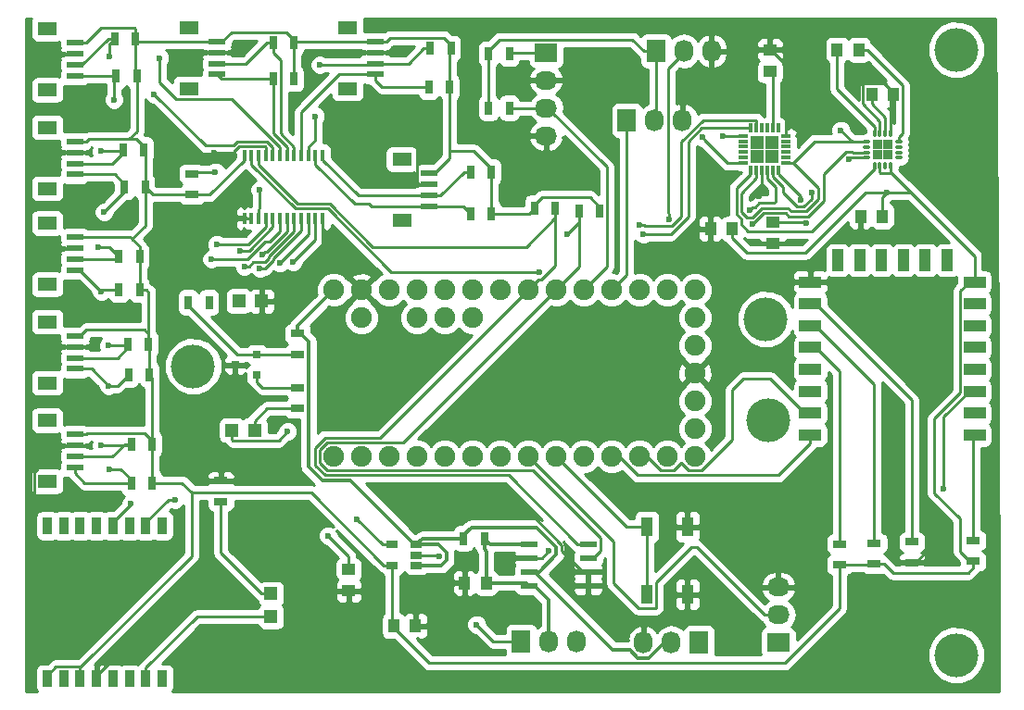
<source format=gbr>
G04 #@! TF.FileFunction,Copper,L1,Top,Signal*
%FSLAX46Y46*%
G04 Gerber Fmt 4.6, Leading zero omitted, Abs format (unit mm)*
G04 Created by KiCad (PCBNEW 4.0.2-stable) date 20.06.2016 22.34.35*
%MOMM*%
G01*
G04 APERTURE LIST*
%ADD10C,0.100000*%
%ADD11R,1.000000X1.250000*%
%ADD12R,1.250000X1.000000*%
%ADD13R,1.198880X1.198880*%
%ADD14R,1.727200X2.032000*%
%ADD15O,1.727200X2.032000*%
%ADD16R,2.032000X1.727200*%
%ADD17O,2.032000X1.727200*%
%ADD18R,0.800100X0.800100*%
%ADD19R,0.700000X1.300000*%
%ADD20R,1.300000X0.700000*%
%ADD21R,1.100000X1.800000*%
%ADD22R,1.550000X0.600000*%
%ADD23C,1.900000*%
%ADD24R,1.060000X0.650000*%
%ADD25R,0.900000X1.524000*%
%ADD26R,0.850000X0.300000*%
%ADD27R,0.300000X0.850000*%
%ADD28R,1.300000X1.300000*%
%ADD29O,0.300000X0.750000*%
%ADD30O,0.750000X0.300000*%
%ADD31R,0.900000X0.900000*%
%ADD32R,0.400000X1.100000*%
%ADD33R,1.800000X1.200000*%
%ADD34R,2.000000X1.000000*%
%ADD35R,1.000000X2.000000*%
%ADD36C,4.000000*%
%ADD37C,0.600000*%
%ADD38C,0.350000*%
%ADD39C,0.250000*%
%ADD40C,0.254000*%
G04 APERTURE END LIST*
D10*
D11*
X138033000Y-123444000D03*
X136033000Y-123444000D03*
D12*
X125476000Y-122190000D03*
X125476000Y-124190000D03*
D11*
X129556000Y-127381000D03*
X131556000Y-127381000D03*
D12*
X164211000Y-92440000D03*
X164211000Y-90440000D03*
D11*
X158512000Y-91059000D03*
X160512000Y-91059000D03*
D12*
X163957000Y-74692000D03*
X163957000Y-76692000D03*
D11*
X170069000Y-74676000D03*
X172069000Y-74676000D03*
X175244000Y-78740000D03*
X173244000Y-78740000D03*
D13*
X114774980Y-109474000D03*
X116873020Y-109474000D03*
X118364000Y-126525020D03*
X118364000Y-124426980D03*
X115409980Y-97663000D03*
X117508020Y-97663000D03*
D14*
X141224000Y-128778000D03*
D15*
X143764000Y-128778000D03*
X146304000Y-128778000D03*
D14*
X157480000Y-128905000D03*
D15*
X154940000Y-128905000D03*
X152400000Y-128905000D03*
D16*
X164719000Y-128905000D03*
D17*
X164719000Y-126365000D03*
X164719000Y-123825000D03*
D14*
X150876000Y-81153000D03*
D15*
X153416000Y-81153000D03*
X155956000Y-81153000D03*
D14*
X153543000Y-74803000D03*
D15*
X156083000Y-74803000D03*
X158623000Y-74803000D03*
D18*
X117078760Y-104455000D03*
X117078760Y-102555000D03*
X115079780Y-103505000D03*
D19*
X135956000Y-119380000D03*
X137856000Y-119380000D03*
X142433000Y-89154000D03*
X144333000Y-89154000D03*
X146497000Y-89408000D03*
X148397000Y-89408000D03*
D20*
X120777000Y-105603000D03*
X120777000Y-107503000D03*
X120777000Y-100650000D03*
X120777000Y-102550000D03*
X113792000Y-116012000D03*
X113792000Y-114112000D03*
D19*
X112710000Y-97790000D03*
X110810000Y-97790000D03*
D20*
X111125000Y-87945000D03*
X111125000Y-86045000D03*
D19*
X104841000Y-83820000D03*
X106741000Y-83820000D03*
X104968000Y-87249000D03*
X106868000Y-87249000D03*
X104460000Y-93599000D03*
X106360000Y-93599000D03*
X104460000Y-96647000D03*
X106360000Y-96647000D03*
X105288000Y-101600000D03*
X107188000Y-101600000D03*
X105349000Y-104394000D03*
X107249000Y-104394000D03*
X105603000Y-110744000D03*
X107503000Y-110744000D03*
X105603000Y-114300000D03*
X107503000Y-114300000D03*
X136591000Y-85852000D03*
X138491000Y-85852000D03*
X136591000Y-89662000D03*
X138491000Y-89662000D03*
X132908000Y-74549000D03*
X134808000Y-74549000D03*
X132781000Y-78105000D03*
X134681000Y-78105000D03*
X118557000Y-74041000D03*
X120457000Y-74041000D03*
X118557000Y-77343000D03*
X120457000Y-77343000D03*
X104079000Y-73660000D03*
X105979000Y-73660000D03*
X104206000Y-77089000D03*
X106106000Y-77089000D03*
D21*
X152709000Y-124512000D03*
X152709000Y-118312000D03*
X156409000Y-124512000D03*
X156409000Y-118312000D03*
D22*
X147353000Y-123698000D03*
X147353000Y-122428000D03*
X147353000Y-121158000D03*
X147353000Y-119888000D03*
X141953000Y-119888000D03*
X141953000Y-121158000D03*
X141953000Y-122428000D03*
X141953000Y-123698000D03*
D23*
X126619000Y-111887000D03*
X129159000Y-111887000D03*
X131699000Y-111887000D03*
X134239000Y-111887000D03*
X136779000Y-111887000D03*
X139319000Y-111887000D03*
X141859000Y-111887000D03*
X144399000Y-111887000D03*
X146939000Y-111887000D03*
X149479000Y-111887000D03*
X152019000Y-111887000D03*
X154559000Y-111887000D03*
X157099000Y-111887000D03*
X157099000Y-96647000D03*
X154559000Y-96647000D03*
X152019000Y-96647000D03*
X149479000Y-96647000D03*
X146939000Y-96647000D03*
X144399000Y-96647000D03*
X141859000Y-96647000D03*
X139319000Y-96647000D03*
X136779000Y-96647000D03*
X134239000Y-96647000D03*
X131699000Y-96647000D03*
X129159000Y-96647000D03*
X126619000Y-96647000D03*
X124079000Y-96647000D03*
X124079000Y-111887000D03*
X157099000Y-99187000D03*
X157099000Y-101727000D03*
X157099000Y-104267000D03*
X157099000Y-106807000D03*
X157099000Y-109347000D03*
X126619000Y-99187000D03*
X131699000Y-99187000D03*
X134239000Y-99187000D03*
X136779000Y-99187000D03*
D24*
X131656000Y-121854000D03*
X131656000Y-120904000D03*
X131656000Y-119954000D03*
X129456000Y-119954000D03*
X129456000Y-121854000D03*
D25*
X108426000Y-118222000D03*
X106926000Y-118222000D03*
X105426000Y-118222000D03*
X103926000Y-118222000D03*
X102426000Y-118222000D03*
X100926000Y-118222000D03*
X99426000Y-118222000D03*
X97926000Y-118222000D03*
X97926000Y-132222000D03*
X99426000Y-132222000D03*
X100926000Y-132222000D03*
X102426000Y-132222000D03*
X103926000Y-132222000D03*
X105426000Y-132222000D03*
X106926000Y-132222000D03*
X108426000Y-132222000D03*
D26*
X161514000Y-82555000D03*
X161514000Y-83055000D03*
X161514000Y-83555000D03*
X161514000Y-84055000D03*
X161514000Y-84555000D03*
X161514000Y-85055000D03*
D27*
X162214000Y-85755000D03*
X162714000Y-85755000D03*
X163214000Y-85755000D03*
X163714000Y-85755000D03*
X164214000Y-85755000D03*
X164714000Y-85755000D03*
D26*
X165414000Y-85055000D03*
X165414000Y-84555000D03*
X165414000Y-84055000D03*
X165414000Y-83555000D03*
X165414000Y-83055000D03*
X165414000Y-82555000D03*
D27*
X164714000Y-81855000D03*
X164214000Y-81855000D03*
X163714000Y-81855000D03*
X163214000Y-81855000D03*
X162714000Y-81855000D03*
X162214000Y-81855000D03*
D28*
X164114000Y-84455000D03*
X164114000Y-83155000D03*
X162814000Y-84455000D03*
X162814000Y-83155000D03*
D29*
X173494000Y-85295000D03*
X173994000Y-85295000D03*
X174494000Y-85295000D03*
X174994000Y-85295000D03*
D30*
X175719000Y-84570000D03*
X175719000Y-84070000D03*
X175719000Y-83570000D03*
X175719000Y-83070000D03*
D29*
X174994000Y-82345000D03*
X174494000Y-82345000D03*
X173994000Y-82345000D03*
X173494000Y-82345000D03*
D30*
X172769000Y-83070000D03*
X172769000Y-83570000D03*
X172769000Y-84070000D03*
X172769000Y-84570000D03*
D31*
X174694000Y-83370000D03*
X173794000Y-83370000D03*
X174694000Y-84270000D03*
X173794000Y-84270000D03*
D32*
X115932000Y-90099000D03*
X116582000Y-90099000D03*
X117232000Y-90099000D03*
X117882000Y-90099000D03*
X118532000Y-90099000D03*
X119182000Y-90099000D03*
X119832000Y-90099000D03*
X120482000Y-90099000D03*
X121132000Y-90099000D03*
X121782000Y-90099000D03*
X122432000Y-90099000D03*
X123082000Y-90099000D03*
X123082000Y-84399000D03*
X122432000Y-84399000D03*
X121782000Y-84399000D03*
X121132000Y-84399000D03*
X120482000Y-84399000D03*
X119832000Y-84399000D03*
X119182000Y-84399000D03*
X118532000Y-84399000D03*
X117882000Y-84399000D03*
X117232000Y-84399000D03*
X116582000Y-84399000D03*
X115932000Y-84399000D03*
D22*
X100449500Y-86082000D03*
X100449500Y-85082000D03*
X100449500Y-84082000D03*
X100449500Y-83082000D03*
D33*
X97924500Y-87382000D03*
X97924500Y-81782000D03*
D22*
X100449500Y-94845000D03*
X100449500Y-93845000D03*
X100449500Y-92845000D03*
X100449500Y-91845000D03*
D33*
X97924500Y-96145000D03*
X97924500Y-90545000D03*
D22*
X100449500Y-103862000D03*
X100449500Y-102862000D03*
X100449500Y-101862000D03*
X100449500Y-100862000D03*
D33*
X97924500Y-105162000D03*
X97924500Y-99562000D03*
D22*
X100449500Y-112879000D03*
X100449500Y-111879000D03*
X100449500Y-110879000D03*
X100449500Y-109879000D03*
D33*
X97924500Y-114179000D03*
X97924500Y-108579000D03*
D22*
X132834500Y-89003000D03*
X132834500Y-88003000D03*
X132834500Y-87003000D03*
X132834500Y-86003000D03*
D33*
X130309500Y-90303000D03*
X130309500Y-84703000D03*
D22*
X127881500Y-76938000D03*
X127881500Y-75938000D03*
X127881500Y-74938000D03*
X127881500Y-73938000D03*
D33*
X125356500Y-78238000D03*
X125356500Y-72638000D03*
D22*
X113403500Y-76938000D03*
X113403500Y-75938000D03*
X113403500Y-74938000D03*
X113403500Y-73938000D03*
D33*
X110878500Y-78238000D03*
X110878500Y-72638000D03*
D22*
X100449500Y-77065000D03*
X100449500Y-76065000D03*
X100449500Y-75065000D03*
X100449500Y-74065000D03*
D33*
X97924500Y-78365000D03*
X97924500Y-72765000D03*
D11*
X174228000Y-89916000D03*
X172228000Y-89916000D03*
D19*
X140142000Y-75057000D03*
X138242000Y-75057000D03*
X140142000Y-80010000D03*
X138242000Y-80010000D03*
D20*
X182499000Y-119573000D03*
X182499000Y-121473000D03*
X170307000Y-121788000D03*
X170307000Y-119888000D03*
X173482000Y-121727000D03*
X173482000Y-119827000D03*
X176911000Y-121600000D03*
X176911000Y-119700000D03*
D16*
X143510000Y-74930000D03*
D17*
X143510000Y-77470000D03*
X143510000Y-80010000D03*
X143510000Y-82550000D03*
D34*
X182633000Y-109926000D03*
X182633000Y-107926000D03*
X182633000Y-105926000D03*
X182633000Y-103926000D03*
X182633000Y-101926000D03*
X182633000Y-99926000D03*
X182633000Y-97926000D03*
X182633000Y-95926000D03*
D35*
X180133000Y-93926000D03*
X178133000Y-93926000D03*
X176133000Y-93926000D03*
X174133000Y-93926000D03*
X172133000Y-93926000D03*
X170133000Y-93926000D03*
D34*
X167633000Y-95926000D03*
X167633000Y-97926000D03*
X167633000Y-99926000D03*
X167633000Y-101926000D03*
X167633000Y-103926000D03*
X167633000Y-105926000D03*
X167633000Y-107926000D03*
X167633000Y-109926000D03*
D36*
X111252000Y-103632000D03*
X180975000Y-130048000D03*
X180975000Y-74676000D03*
X163576000Y-99314000D03*
X163830000Y-108585000D03*
D37*
X130556000Y-75057000D03*
X134112000Y-126238000D03*
X145542000Y-122428000D03*
X143764000Y-120523000D03*
X160147000Y-102108000D03*
X166624000Y-92329000D03*
X166624000Y-76073000D03*
X171958000Y-76835000D03*
X162939988Y-88090093D03*
X159639000Y-82550000D03*
X113157000Y-84074000D03*
X114681000Y-84582000D03*
X110998000Y-75819000D03*
X98298000Y-122555000D03*
X107569000Y-127635000D03*
X132842000Y-82169000D03*
X115951000Y-113157000D03*
X133731000Y-121031000D03*
X131191000Y-116967000D03*
X179578000Y-120650000D03*
X126238000Y-117602000D03*
X123571000Y-119126000D03*
X174625000Y-87757000D03*
X170434000Y-82042000D03*
X162077854Y-89389959D03*
X167250512Y-90542044D03*
X119888000Y-109601000D03*
X137152465Y-127251555D03*
X154718111Y-90160020D03*
X152019000Y-90678000D03*
X142875000Y-94986020D03*
X145415000Y-91567000D03*
X152400000Y-91567000D03*
X113284000Y-85852000D03*
X117348000Y-87503000D03*
X102870000Y-83947000D03*
X113411000Y-92456000D03*
X115570000Y-93081020D03*
X103124000Y-89535000D03*
X102616000Y-92710000D03*
X112903000Y-93853000D03*
X117527506Y-93437405D03*
X102870000Y-96774000D03*
X115918523Y-94478020D03*
X103505000Y-101727000D03*
X117348000Y-94687427D03*
X103505000Y-105410000D03*
X119163298Y-94199807D03*
X102870000Y-110871000D03*
X103632000Y-113030000D03*
X120396000Y-94107000D03*
X122809000Y-76073000D03*
X122428000Y-80772000D03*
X103632000Y-75311000D03*
X108204000Y-75438000D03*
X104013000Y-79248000D03*
X107696000Y-78740000D03*
X109601000Y-115824000D03*
X105537000Y-116205000D03*
X162317627Y-90639981D03*
X166751000Y-88392000D03*
X167767000Y-87757000D03*
X157756609Y-82706107D03*
X171186049Y-84669998D03*
X179832000Y-114808000D03*
D38*
X141953000Y-119888000D02*
X138364000Y-119888000D01*
X138364000Y-119888000D02*
X137856000Y-119380000D01*
X143764000Y-128778000D02*
X143764000Y-125034000D01*
X143764000Y-125034000D02*
X142428000Y-123698000D01*
X142428000Y-123698000D02*
X141953000Y-123698000D01*
X138033000Y-120557000D02*
X137856000Y-120380000D01*
X138033000Y-123444000D02*
X138033000Y-120557000D01*
X137856000Y-120380000D02*
X137856000Y-119380000D01*
X138033000Y-123444000D02*
X141699000Y-123444000D01*
X141699000Y-123444000D02*
X141953000Y-123698000D01*
D39*
X127881500Y-74938000D02*
X130437000Y-74938000D01*
X130437000Y-74938000D02*
X130556000Y-75057000D01*
X116582000Y-90099000D02*
X115932000Y-90099000D01*
X131556000Y-127381000D02*
X132969000Y-127381000D01*
X132969000Y-127381000D02*
X134112000Y-126238000D01*
X145542000Y-122428000D02*
X147353000Y-122428000D01*
X146878000Y-122428000D02*
X147353000Y-122428000D01*
X144939013Y-120489013D02*
X146878000Y-122428000D01*
X144939013Y-119991887D02*
X144939013Y-120489013D01*
X131191000Y-116967000D02*
X141914126Y-116967000D01*
X141953000Y-121158000D02*
X143129000Y-121158000D01*
X143129000Y-121158000D02*
X143764000Y-120523000D01*
X141914126Y-116967000D02*
X144939013Y-119991887D01*
X160147000Y-102108000D02*
X159258000Y-102108000D01*
X159258000Y-102108000D02*
X157099000Y-104267000D01*
X164211000Y-92440000D02*
X166513000Y-92440000D01*
X166513000Y-92440000D02*
X166624000Y-92329000D01*
X166624000Y-76073000D02*
X165243000Y-74692000D01*
X165243000Y-74692000D02*
X163957000Y-74692000D01*
X175244000Y-78615000D02*
X173464000Y-76835000D01*
X173464000Y-76835000D02*
X171958000Y-76835000D01*
X165414000Y-82555000D02*
X165414000Y-76024000D01*
X165414000Y-76024000D02*
X164082000Y-74692000D01*
X164082000Y-74692000D02*
X163957000Y-74692000D01*
X163214000Y-87816081D02*
X162939988Y-88090093D01*
X163214000Y-85755000D02*
X163214000Y-87816081D01*
X159644000Y-82555000D02*
X159639000Y-82550000D01*
X161514000Y-82555000D02*
X159644000Y-82555000D01*
X115471999Y-83523999D02*
X114921998Y-84074000D01*
X114921998Y-84074000D02*
X113157000Y-84074000D01*
X115471999Y-83523999D02*
X117806999Y-83523999D01*
X114681000Y-84582000D02*
X114980999Y-84282001D01*
X114980999Y-84282001D02*
X114980999Y-84014999D01*
X114980999Y-84014999D02*
X115471999Y-83523999D01*
X117806999Y-83523999D02*
X117882000Y-83599000D01*
X117882000Y-83599000D02*
X117882000Y-84399000D01*
X113403500Y-74938000D02*
X111879000Y-74938000D01*
X111879000Y-74938000D02*
X110998000Y-75819000D01*
X98298000Y-122555000D02*
X96699499Y-120956499D01*
X96699499Y-120956499D02*
X96699499Y-113318999D01*
X96699499Y-113318999D02*
X99139498Y-110879000D01*
X99139498Y-110879000D02*
X100449500Y-110879000D01*
X102426000Y-132222000D02*
X102426000Y-131910000D01*
X102426000Y-131910000D02*
X106701000Y-127635000D01*
X106701000Y-127635000D02*
X107569000Y-127635000D01*
X132834500Y-87003000D02*
X131809500Y-87003000D01*
X131809500Y-87003000D02*
X131734499Y-86927999D01*
X131734499Y-86927999D02*
X131734499Y-83276501D01*
X131734499Y-83276501D02*
X132842000Y-82169000D01*
X123082000Y-93110000D02*
X126619000Y-96647000D01*
X123082000Y-90099000D02*
X123082000Y-93110000D01*
X115951000Y-113157000D02*
X114147000Y-113157000D01*
X114147000Y-113157000D02*
X113792000Y-113512000D01*
X113792000Y-113512000D02*
X113792000Y-114112000D01*
X133604000Y-120904000D02*
X133731000Y-121031000D01*
X131656000Y-120904000D02*
X133604000Y-120904000D01*
X176911000Y-121600000D02*
X177211000Y-121600000D01*
X177211000Y-121600000D02*
X178161000Y-120650000D01*
X178161000Y-120650000D02*
X179578000Y-120650000D01*
X173994000Y-82345000D02*
X173994000Y-81200002D01*
X173994000Y-81200002D02*
X172418999Y-79625001D01*
X172418999Y-79625001D02*
X172418999Y-77854999D01*
X172418999Y-77854999D02*
X172483999Y-77789999D01*
X172483999Y-77789999D02*
X174418999Y-77789999D01*
X174418999Y-77789999D02*
X175244000Y-78615000D01*
X175244000Y-78615000D02*
X175244000Y-78740000D01*
X174994000Y-82345000D02*
X174994000Y-78990000D01*
X174994000Y-78990000D02*
X175244000Y-78740000D01*
X126238000Y-117602000D02*
X128590000Y-119954000D01*
X128590000Y-119954000D02*
X129456000Y-119954000D01*
X125476000Y-122190000D02*
X125476000Y-121031000D01*
X125476000Y-121031000D02*
X123571000Y-119126000D01*
X182633000Y-95926000D02*
X182133000Y-95926000D01*
X181307999Y-120581999D02*
X182199000Y-121473000D01*
X182133000Y-95926000D02*
X181307999Y-96751001D01*
X178943000Y-108421996D02*
X178943000Y-115225004D01*
X181307999Y-96751001D02*
X181307999Y-106056997D01*
X181307999Y-106056997D02*
X178943000Y-108421996D01*
X178943000Y-115225004D02*
X181307999Y-117590003D01*
X182199000Y-121473000D02*
X182499000Y-121473000D01*
X181307999Y-117590003D02*
X181307999Y-120581999D01*
X161338177Y-87805823D02*
X161338177Y-89538764D01*
X166089000Y-85055000D02*
X165414000Y-85055000D01*
X167237402Y-89467013D02*
X168392002Y-88312413D01*
X165883598Y-89467013D02*
X167237402Y-89467013D01*
X165581573Y-89164988D02*
X165883598Y-89467013D01*
X161338177Y-89538764D02*
X161814392Y-90014979D01*
X163223086Y-89164988D02*
X165581573Y-89164988D01*
X162714000Y-86430000D02*
X161338177Y-87805823D01*
X162714000Y-85755000D02*
X162714000Y-86430000D01*
X168392002Y-88312413D02*
X168392002Y-87358002D01*
X162373095Y-90014979D02*
X163223086Y-89164988D01*
X161814392Y-90014979D02*
X162373095Y-90014979D01*
X168392002Y-87358002D02*
X166089000Y-85055000D01*
X160512000Y-91059000D02*
X160512000Y-91934000D01*
X160512000Y-91934000D02*
X161843001Y-93265001D01*
X161843001Y-93265001D02*
X167168997Y-93265001D01*
X167168997Y-93265001D02*
X172676998Y-87757000D01*
X172676998Y-87757000D02*
X174625000Y-87757000D01*
X170307000Y-121788000D02*
X170307000Y-125781602D01*
X170307000Y-125781602D02*
X165292581Y-130796021D01*
X165292581Y-130796021D02*
X132846021Y-130796021D01*
X132846021Y-130796021D02*
X129556000Y-127506000D01*
X129556000Y-127506000D02*
X129556000Y-127381000D01*
X174228000Y-89916000D02*
X174228000Y-88154000D01*
X174228000Y-88154000D02*
X174625000Y-87757000D01*
X100926000Y-132222000D02*
X100926000Y-131210000D01*
X100926000Y-131210000D02*
X100850999Y-131134999D01*
X100850999Y-131134999D02*
X98701001Y-131134999D01*
X98701001Y-131134999D02*
X97926000Y-131910000D01*
X97926000Y-131910000D02*
X97926000Y-132222000D01*
X110225000Y-114300000D02*
X107503000Y-114300000D01*
X111125000Y-115200000D02*
X110225000Y-114300000D01*
X170307000Y-121788000D02*
X173421000Y-121788000D01*
X173421000Y-121788000D02*
X173482000Y-121727000D01*
X182499000Y-121473000D02*
X182499000Y-122073000D01*
X175184001Y-122529001D02*
X174382000Y-121727000D01*
X182499000Y-122073000D02*
X182042999Y-122529001D01*
X182042999Y-122529001D02*
X175184001Y-122529001D01*
X174382000Y-121727000D02*
X173482000Y-121727000D01*
X173782000Y-121727000D02*
X173482000Y-121727000D01*
X174994000Y-85920000D02*
X177339000Y-88265000D01*
X174625000Y-87757000D02*
X176831000Y-87757000D01*
X177339000Y-88265000D02*
X182633000Y-93559000D01*
X176831000Y-87757000D02*
X177339000Y-88265000D01*
X172769000Y-83070000D02*
X171462000Y-83070000D01*
X171462000Y-83070000D02*
X170434000Y-82042000D01*
X174994000Y-85295000D02*
X174994000Y-85920000D01*
X182633000Y-93559000D02*
X182633000Y-95926000D01*
X173994000Y-85295000D02*
X173994000Y-85920000D01*
X173994000Y-85920000D02*
X174069010Y-85995010D01*
X174069010Y-85995010D02*
X174918990Y-85995010D01*
X174918990Y-85995010D02*
X174994000Y-85920000D01*
X172769000Y-83070000D02*
X168059002Y-83070000D01*
X168059002Y-83070000D02*
X166074002Y-85055000D01*
X166074002Y-85055000D02*
X165414000Y-85055000D01*
X142433000Y-88854000D02*
X142433000Y-89154000D01*
X146470588Y-88178999D02*
X143108001Y-88178999D01*
X146498600Y-88207011D02*
X146470588Y-88178999D01*
X147496011Y-88207011D02*
X146498600Y-88207011D01*
X143108001Y-88178999D02*
X142433000Y-88854000D01*
X148397000Y-89108000D02*
X147496011Y-88207011D01*
X148397000Y-89408000D02*
X148397000Y-89108000D01*
X138491000Y-89662000D02*
X141925000Y-89662000D01*
X141925000Y-89662000D02*
X142433000Y-89154000D01*
X138491000Y-89662000D02*
X138491000Y-85852000D01*
X134681000Y-78105000D02*
X134681000Y-83947000D01*
X134681000Y-83947000D02*
X134681000Y-84631500D01*
X138491000Y-85852000D02*
X138491000Y-85552000D01*
X138491000Y-85552000D02*
X136886000Y-83947000D01*
X136886000Y-83947000D02*
X134681000Y-83947000D01*
X134681000Y-84631500D02*
X133309500Y-86003000D01*
X133309500Y-86003000D02*
X132834500Y-86003000D01*
X134681000Y-78105000D02*
X134681000Y-74676000D01*
X134681000Y-74676000D02*
X134808000Y-74549000D01*
X134808000Y-74549000D02*
X134808000Y-74249000D01*
X134808000Y-74249000D02*
X134132999Y-73573999D01*
X134132999Y-73573999D02*
X129270501Y-73573999D01*
X129270501Y-73573999D02*
X128906500Y-73938000D01*
X128906500Y-73938000D02*
X127881500Y-73938000D01*
X127881500Y-73938000D02*
X120560000Y-73938000D01*
X120560000Y-73938000D02*
X120457000Y-74041000D01*
X120457000Y-77343000D02*
X120457000Y-74041000D01*
X113403500Y-73938000D02*
X113878500Y-73938000D01*
X113878500Y-73938000D02*
X114750501Y-73065999D01*
X114750501Y-73065999D02*
X119781999Y-73065999D01*
X119781999Y-73065999D02*
X120457000Y-73741000D01*
X120457000Y-73741000D02*
X120457000Y-74041000D01*
X113403500Y-73938000D02*
X106257000Y-73938000D01*
X106257000Y-73938000D02*
X105979000Y-73660000D01*
X105979000Y-73660000D02*
X105979000Y-72760000D01*
X105979000Y-72760000D02*
X105903999Y-72684999D01*
X105903999Y-72684999D02*
X102854501Y-72684999D01*
X102854501Y-72684999D02*
X101474500Y-74065000D01*
X101474500Y-74065000D02*
X100449500Y-74065000D01*
X105979000Y-73660000D02*
X105979000Y-76962000D01*
X105979000Y-76962000D02*
X106106000Y-77089000D01*
X101711501Y-82844999D02*
X105410000Y-82844999D01*
X105410000Y-82844999D02*
X106065999Y-82844999D01*
X106106000Y-77089000D02*
X106106000Y-82148999D01*
X106106000Y-82148999D02*
X105410000Y-82844999D01*
X100449500Y-83082000D02*
X101474500Y-83082000D01*
X101474500Y-83082000D02*
X101711501Y-82844999D01*
X106741000Y-83520000D02*
X106741000Y-83820000D01*
X106065999Y-82844999D02*
X106741000Y-83520000D01*
X106868000Y-87249000D02*
X106868000Y-83947000D01*
X106868000Y-83947000D02*
X106741000Y-83820000D01*
X111125000Y-87945000D02*
X112736000Y-87945000D01*
X112736000Y-87945000D02*
X115932000Y-84749000D01*
X115932000Y-84749000D02*
X115932000Y-84399000D01*
X111125000Y-87945000D02*
X107564000Y-87945000D01*
X107564000Y-87945000D02*
X106868000Y-87249000D01*
X106360000Y-92699000D02*
X105664000Y-92003000D01*
X105664000Y-92003000D02*
X105506000Y-91845000D01*
X106868000Y-87249000D02*
X106868000Y-90799000D01*
X106868000Y-90799000D02*
X105664000Y-92003000D01*
X106360000Y-93599000D02*
X106360000Y-92699000D01*
X105506000Y-91845000D02*
X100449500Y-91845000D01*
X106360000Y-96647000D02*
X106360000Y-93599000D01*
X107188000Y-101600000D02*
X107188000Y-96875000D01*
X107188000Y-96875000D02*
X106960000Y-96647000D01*
X106960000Y-96647000D02*
X106360000Y-96647000D01*
X107188000Y-101600000D02*
X107188000Y-100700000D01*
X107188000Y-100700000D02*
X106800000Y-100312000D01*
X101474500Y-100312000D02*
X100924500Y-100862000D01*
X106800000Y-100312000D02*
X101474500Y-100312000D01*
X100924500Y-100862000D02*
X100449500Y-100862000D01*
X107249000Y-104394000D02*
X107249000Y-101661000D01*
X107249000Y-101661000D02*
X107188000Y-101600000D01*
X107503000Y-110744000D02*
X107503000Y-104648000D01*
X107503000Y-104648000D02*
X107249000Y-104394000D01*
X100449500Y-109879000D02*
X101474500Y-109879000D01*
X101474500Y-109879000D02*
X101584501Y-109768999D01*
X101584501Y-109768999D02*
X106827999Y-109768999D01*
X106827999Y-109768999D02*
X107503000Y-110444000D01*
X107503000Y-110444000D02*
X107503000Y-110744000D01*
X107503000Y-114300000D02*
X107503000Y-110744000D01*
X122022000Y-115200000D02*
X111125000Y-115200000D01*
X111125000Y-121011000D02*
X111125000Y-115200000D01*
X100926000Y-131210000D02*
X111125000Y-121011000D01*
X129456000Y-121854000D02*
X128676000Y-121854000D01*
X128676000Y-121854000D02*
X122022000Y-115200000D01*
X129456000Y-121854000D02*
X129456000Y-127281000D01*
X129456000Y-127281000D02*
X129556000Y-127381000D01*
X162953199Y-88714977D02*
X162578216Y-89089960D01*
X164455002Y-88565002D02*
X164305027Y-88714977D01*
X163714000Y-86461996D02*
X164455002Y-87202998D01*
X162377853Y-89089960D02*
X162077854Y-89389959D01*
X162578216Y-89089960D02*
X162377853Y-89089960D01*
X164455002Y-87202998D02*
X164455002Y-88565002D01*
X164305027Y-88714977D02*
X162953199Y-88714977D01*
X163714000Y-85755000D02*
X163714000Y-86461996D01*
X164211000Y-90440000D02*
X167148468Y-90440000D01*
X167148468Y-90440000D02*
X167250512Y-90542044D01*
X164214000Y-81855000D02*
X164214000Y-76949000D01*
X164214000Y-76949000D02*
X163957000Y-76692000D01*
X173494000Y-82345000D02*
X173494000Y-81720000D01*
X173494000Y-81720000D02*
X170069000Y-78295000D01*
X170069000Y-78295000D02*
X170069000Y-74676000D01*
X172069000Y-74676000D02*
X172819000Y-74676000D01*
X172819000Y-74676000D02*
X176069001Y-77926001D01*
X176069001Y-77926001D02*
X176069001Y-82319999D01*
X176069001Y-82319999D02*
X175719000Y-82670000D01*
X175719000Y-82670000D02*
X175719000Y-83070000D01*
X173244000Y-78740000D02*
X173244000Y-79615000D01*
X173244000Y-79615000D02*
X174494000Y-80865000D01*
X174494000Y-80865000D02*
X174494000Y-82345000D01*
X114774980Y-109474000D02*
X114774980Y-110323440D01*
X114774980Y-110323440D02*
X114849981Y-110398441D01*
X119090559Y-110398441D02*
X119888000Y-109601000D01*
X114849981Y-110398441D02*
X119090559Y-110398441D01*
X120777000Y-107503000D02*
X117994580Y-107503000D01*
X117994580Y-107503000D02*
X116873020Y-108624560D01*
X116873020Y-108624560D02*
X116873020Y-109474000D01*
X106926000Y-132222000D02*
X106926000Y-131210000D01*
X111610980Y-126525020D02*
X118364000Y-126525020D01*
X106926000Y-131210000D02*
X111610980Y-126525020D01*
X113792000Y-116012000D02*
X113792000Y-120704420D01*
X113792000Y-120704420D02*
X117514560Y-124426980D01*
X117514560Y-124426980D02*
X118364000Y-124426980D01*
X138678910Y-128778000D02*
X137152465Y-127251555D01*
X141224000Y-128778000D02*
X138678910Y-128778000D01*
D38*
X131451000Y-119954000D02*
X125609021Y-114112021D01*
X123073486Y-114112020D02*
X121802001Y-112840532D01*
X121802001Y-101375001D02*
X121077000Y-100650000D01*
X131656000Y-119954000D02*
X131451000Y-119954000D01*
X125609021Y-114112021D02*
X123073486Y-114112020D01*
X121802001Y-112840532D02*
X121802001Y-101375001D01*
X121077000Y-100650000D02*
X120777000Y-100650000D01*
X124079000Y-96647000D02*
X120777000Y-99949000D01*
X120777000Y-99949000D02*
X120777000Y-100650000D01*
X136681001Y-118354999D02*
X135956000Y-119080000D01*
X144439002Y-120847002D02*
X144439002Y-120198998D01*
X135956000Y-119080000D02*
X135956000Y-119380000D01*
X142858004Y-122428000D02*
X144439002Y-120847002D01*
X142595003Y-118354999D02*
X136681001Y-118354999D01*
X142428000Y-122428000D02*
X142858004Y-122428000D01*
X144439002Y-120198998D02*
X142595003Y-118354999D01*
X133653004Y-119954000D02*
X131656000Y-119954000D01*
X134406002Y-120706998D02*
X133653004Y-119954000D01*
X134406002Y-121355002D02*
X134406002Y-120706998D01*
X133907004Y-121854000D02*
X134406002Y-121355002D01*
X131656000Y-121854000D02*
X133907004Y-121854000D01*
X152913049Y-130296010D02*
X154304059Y-128905000D01*
X149570449Y-129570449D02*
X151161390Y-129570449D01*
X142428000Y-122428000D02*
X149570449Y-129570449D01*
X154304059Y-128905000D02*
X154940000Y-128905000D01*
X151886951Y-130296010D02*
X152913049Y-130296010D01*
X151161390Y-129570449D02*
X151886951Y-130296010D01*
X141953000Y-122428000D02*
X142428000Y-122428000D01*
X135956000Y-119380000D02*
X132230000Y-119380000D01*
X132230000Y-119380000D02*
X131656000Y-119954000D01*
X141953000Y-122428000D02*
X141478000Y-122428000D01*
D39*
X138242000Y-75057000D02*
X138242000Y-74757000D01*
X138242000Y-74757000D02*
X139257601Y-73741399D01*
X139257601Y-73741399D02*
X151367799Y-73741399D01*
X151367799Y-73741399D02*
X152429400Y-74803000D01*
X152429400Y-74803000D02*
X153543000Y-74803000D01*
X138242000Y-80010000D02*
X138242000Y-75057000D01*
X153543000Y-74803000D02*
X153543000Y-81026000D01*
X153543000Y-81026000D02*
X153416000Y-81153000D01*
X149663991Y-119691991D02*
X141859000Y-111887000D01*
X164719000Y-126365000D02*
X163453000Y-126365000D01*
X149663991Y-123501993D02*
X149663991Y-119691991D01*
X151898999Y-125737001D02*
X149663991Y-123501993D01*
X156739999Y-120196001D02*
X153584001Y-123351999D01*
X153519001Y-125737001D02*
X151898999Y-125737001D01*
X153584001Y-125672001D02*
X153519001Y-125737001D01*
X153584001Y-123351999D02*
X153584001Y-125672001D01*
X157284001Y-120196001D02*
X156739999Y-120196001D01*
X163453000Y-126365000D02*
X157284001Y-120196001D01*
X150876000Y-81153000D02*
X150876000Y-95250000D01*
X150876000Y-95250000D02*
X149479000Y-96647000D01*
X154718111Y-89735756D02*
X154718111Y-90160020D01*
X154608988Y-89626633D02*
X154718111Y-89735756D01*
X156083000Y-74955400D02*
X154608988Y-76429412D01*
X156083000Y-74803000D02*
X156083000Y-74955400D01*
X154608988Y-76429412D02*
X154608988Y-89626633D01*
X120777000Y-105603000D02*
X117576710Y-105603000D01*
X117576710Y-105603000D02*
X117078760Y-105105050D01*
X117078760Y-105105050D02*
X117078760Y-104455000D01*
X117078760Y-102555000D02*
X115275000Y-102555000D01*
X115275000Y-102555000D02*
X110810000Y-98090000D01*
X110810000Y-98090000D02*
X110810000Y-97790000D01*
X117078760Y-102555000D02*
X120772000Y-102555000D01*
X120772000Y-102555000D02*
X120777000Y-102550000D01*
X128344011Y-110161989D02*
X140909001Y-97596999D01*
X122353990Y-111088598D02*
X123280598Y-110161990D01*
X122353989Y-112685401D02*
X122353990Y-111088598D01*
X123280598Y-110161990D02*
X128344011Y-110161989D01*
X140052012Y-113612012D02*
X123280598Y-113612010D01*
X146328000Y-119888000D02*
X140052012Y-113612012D01*
X140909001Y-97596999D02*
X141859000Y-96647000D01*
X147353000Y-119888000D02*
X146328000Y-119888000D01*
X123280598Y-113612010D02*
X122353989Y-112685401D01*
X152550285Y-90785021D02*
X152443264Y-90678000D01*
X155819002Y-83123346D02*
X155819002Y-89984131D01*
X155819002Y-89984131D02*
X155018112Y-90785021D01*
X162714000Y-81855000D02*
X162714000Y-81180000D01*
X157837349Y-81104999D02*
X155819002Y-83123346D01*
X155018112Y-90785021D02*
X152550285Y-90785021D01*
X162638999Y-81104999D02*
X157837349Y-81104999D01*
X152443264Y-90678000D02*
X152019000Y-90678000D01*
X162714000Y-81180000D02*
X162638999Y-81104999D01*
X127664413Y-92710000D02*
X141677000Y-92710000D01*
X144333000Y-89154000D02*
X144333000Y-90054000D01*
X144333000Y-90054000D02*
X141677000Y-92710000D01*
X144333000Y-89154000D02*
X144333000Y-94453022D01*
X117232000Y-85199000D02*
X120806988Y-88773988D01*
X120806988Y-88773988D02*
X123728401Y-88773988D01*
X143089021Y-95697001D02*
X142808999Y-95697001D01*
X142808999Y-95697001D02*
X141859000Y-96647000D01*
X144333000Y-94453022D02*
X143089021Y-95697001D01*
X117232000Y-84399000D02*
X117232000Y-85199000D01*
X123728401Y-88773988D02*
X127664413Y-92710000D01*
X156523013Y-89916531D02*
X154872544Y-91567000D01*
X156523013Y-83055746D02*
X156523013Y-89916531D01*
X152824264Y-91567000D02*
X152400000Y-91567000D01*
X162214000Y-81855000D02*
X157723759Y-81855000D01*
X154872544Y-91567000D02*
X152824264Y-91567000D01*
X157723759Y-81855000D02*
X156523013Y-83055746D01*
X129304022Y-94986020D02*
X142875000Y-94986020D01*
X123542001Y-89223999D02*
X129304022Y-94986020D01*
X120606999Y-89223999D02*
X123542001Y-89223999D01*
X116582000Y-85199000D02*
X120606999Y-89223999D01*
X116582000Y-84399000D02*
X116582000Y-85199000D01*
X122803999Y-112499001D02*
X122803999Y-111274999D01*
X147828000Y-121158000D02*
X148453001Y-120532999D01*
X147353000Y-121158000D02*
X147828000Y-121158000D01*
X148453001Y-120532999D02*
X148453001Y-119327999D01*
X148453001Y-119327999D02*
X142287003Y-113162001D01*
X142287003Y-113162001D02*
X123466999Y-113162001D01*
X123466999Y-113162001D02*
X122803999Y-112499001D01*
X122803999Y-111274999D02*
X123466999Y-110611999D01*
X123466999Y-110611999D02*
X130434001Y-110611999D01*
X130434001Y-110611999D02*
X144399000Y-96647000D01*
X145415000Y-91567000D02*
X146497000Y-90485000D01*
X146497000Y-90485000D02*
X146497000Y-89408000D01*
X146497000Y-89408000D02*
X146497000Y-94549000D01*
X146497000Y-94549000D02*
X144399000Y-96647000D01*
X113284000Y-85852000D02*
X111318000Y-85852000D01*
X111318000Y-85852000D02*
X111125000Y-86045000D01*
X117232000Y-90099000D02*
X117232000Y-89299000D01*
X117232000Y-89299000D02*
X117348000Y-89183000D01*
X117348000Y-89183000D02*
X117348000Y-87503000D01*
X102870000Y-83947000D02*
X104714000Y-83947000D01*
X104714000Y-83947000D02*
X104841000Y-83820000D01*
X117882000Y-90099000D02*
X117882000Y-90899000D01*
X117882000Y-90899000D02*
X116325000Y-92456000D01*
X116325000Y-92456000D02*
X113411000Y-92456000D01*
X100449500Y-85082000D02*
X103879000Y-85082000D01*
X103879000Y-85082000D02*
X104841000Y-84120000D01*
X104841000Y-84120000D02*
X104841000Y-83820000D01*
X116349980Y-93081020D02*
X115570000Y-93081020D01*
X118532000Y-90899000D02*
X116349980Y-93081020D01*
X118532000Y-90099000D02*
X118532000Y-90899000D01*
X103124000Y-89535000D02*
X104968000Y-87691000D01*
X104968000Y-87691000D02*
X104968000Y-87249000D01*
X100449500Y-86082000D02*
X104101000Y-86082000D01*
X104101000Y-86082000D02*
X104968000Y-86949000D01*
X104968000Y-86949000D02*
X104968000Y-87249000D01*
X118215402Y-92261013D02*
X117819987Y-92261013D01*
X116228000Y-93853000D02*
X112903000Y-93853000D01*
X119182000Y-90099000D02*
X119182000Y-91294415D01*
X117819987Y-92261013D02*
X116228000Y-93853000D01*
X119182000Y-91294415D02*
X118215402Y-92261013D01*
X102616000Y-92710000D02*
X103571000Y-92710000D01*
X103571000Y-92710000D02*
X104460000Y-93599000D01*
X100449500Y-93845000D02*
X104214000Y-93845000D01*
X104214000Y-93845000D02*
X104460000Y-93599000D01*
X117827505Y-93137406D02*
X117527506Y-93437405D01*
X119832000Y-91280826D02*
X117975420Y-93137406D01*
X119832000Y-90099000D02*
X119832000Y-91280826D01*
X117975420Y-93137406D02*
X117827505Y-93137406D01*
X100449500Y-94845000D02*
X100924500Y-94845000D01*
X100924500Y-94845000D02*
X102853500Y-96774000D01*
X102853500Y-96774000D02*
X102870000Y-96774000D01*
X104460000Y-96647000D02*
X102997000Y-96647000D01*
X102997000Y-96647000D02*
X102870000Y-96774000D01*
X116342787Y-94478020D02*
X115918523Y-94478020D01*
X116758400Y-94062407D02*
X116342787Y-94478020D01*
X117827508Y-94062407D02*
X116758400Y-94062407D01*
X118152508Y-93737407D02*
X117827508Y-94062407D01*
X120482000Y-91267237D02*
X118152508Y-93596729D01*
X118152508Y-93596729D02*
X118152508Y-93737407D01*
X120482000Y-90099000D02*
X120482000Y-91267237D01*
X103505000Y-101727000D02*
X105161000Y-101727000D01*
X105161000Y-101727000D02*
X105288000Y-101600000D01*
X100449500Y-102862000D02*
X104326000Y-102862000D01*
X104326000Y-102862000D02*
X105288000Y-101900000D01*
X105288000Y-101900000D02*
X105288000Y-101600000D01*
X117838899Y-94687427D02*
X117348000Y-94687427D01*
X121132000Y-90099000D02*
X121132000Y-91253648D01*
X118602519Y-93783129D02*
X118602519Y-93923807D01*
X118602519Y-93923807D02*
X117838899Y-94687427D01*
X121132000Y-91253648D02*
X118602519Y-93783129D01*
X100449500Y-103862000D02*
X101957000Y-103862000D01*
X101957000Y-103862000D02*
X103505000Y-105410000D01*
X103505000Y-105410000D02*
X104333000Y-105410000D01*
X104333000Y-105410000D02*
X105349000Y-104394000D01*
X121782000Y-90099000D02*
X121782000Y-91581105D01*
X121782000Y-91581105D02*
X119163298Y-94199807D01*
X102870000Y-110871000D02*
X105476000Y-110871000D01*
X105476000Y-110871000D02*
X105603000Y-110744000D01*
X105603000Y-110744000D02*
X105003000Y-110744000D01*
X105003000Y-110744000D02*
X103868000Y-111879000D01*
X103868000Y-111879000D02*
X100449500Y-111879000D01*
X103632000Y-113030000D02*
X104633000Y-113030000D01*
X104633000Y-113030000D02*
X105603000Y-114000000D01*
X105603000Y-114000000D02*
X105603000Y-114300000D01*
X122432000Y-90099000D02*
X122432000Y-92071000D01*
X122432000Y-92071000D02*
X120396000Y-94107000D01*
X105603000Y-114300000D02*
X101320500Y-114300000D01*
X101320500Y-114300000D02*
X100449500Y-113429000D01*
X100449500Y-113429000D02*
X100449500Y-112879000D01*
X132834500Y-88003000D02*
X126336000Y-88003000D01*
X126336000Y-88003000D02*
X123082000Y-84749000D01*
X123082000Y-84749000D02*
X123082000Y-84399000D01*
X136591000Y-85852000D02*
X135991000Y-85852000D01*
X133840000Y-88003000D02*
X132834500Y-88003000D01*
X135991000Y-85852000D02*
X133840000Y-88003000D01*
X126006988Y-88773988D02*
X122432000Y-85199000D01*
X127331897Y-88773988D02*
X126006988Y-88773988D01*
X127560909Y-89003000D02*
X127331897Y-88773988D01*
X122432000Y-85199000D02*
X122432000Y-84399000D01*
X132834500Y-89003000D02*
X127560909Y-89003000D01*
X132834500Y-89003000D02*
X135932000Y-89003000D01*
X135932000Y-89003000D02*
X136591000Y-89662000D01*
X122809000Y-76073000D02*
X127746500Y-76073000D01*
X127746500Y-76073000D02*
X127881500Y-75938000D01*
X121782000Y-84399000D02*
X121782000Y-83599000D01*
X121782000Y-83599000D02*
X122428000Y-82953000D01*
X122428000Y-82953000D02*
X122428000Y-80772000D01*
X132908000Y-74549000D02*
X132308000Y-74549000D01*
X132308000Y-74549000D02*
X130919000Y-75938000D01*
X130919000Y-75938000D02*
X127881500Y-75938000D01*
X121132000Y-84399000D02*
X121132000Y-80377498D01*
X121132000Y-80377498D02*
X124571498Y-76938000D01*
X124571498Y-76938000D02*
X127881500Y-76938000D01*
X132781000Y-78105000D02*
X128498500Y-78105000D01*
X128498500Y-78105000D02*
X127881500Y-77488000D01*
X127881500Y-77488000D02*
X127881500Y-76938000D01*
X120482000Y-84399000D02*
X120482000Y-83599000D01*
X120482000Y-83599000D02*
X119232001Y-82349001D01*
X119232001Y-75616001D02*
X118557000Y-74941000D01*
X118557000Y-74941000D02*
X118557000Y-74041000D01*
X119232001Y-82349001D02*
X119232001Y-75616001D01*
X118557000Y-74041000D02*
X117957000Y-74041000D01*
X117957000Y-74041000D02*
X116060000Y-75938000D01*
X116060000Y-75938000D02*
X113403500Y-75938000D01*
X119832000Y-84399000D02*
X119832000Y-83585410D01*
X118557000Y-82310410D02*
X118557000Y-77343000D01*
X119832000Y-83585410D02*
X118557000Y-82310410D01*
X118557000Y-77343000D02*
X113808500Y-77343000D01*
X113808500Y-77343000D02*
X113403500Y-76938000D01*
X103632000Y-75311000D02*
X103632000Y-74107000D01*
X103632000Y-74107000D02*
X104079000Y-73660000D01*
X119182000Y-84399000D02*
X119182000Y-83599000D01*
X119182000Y-83599000D02*
X114746001Y-79163001D01*
X108204000Y-77648502D02*
X108204000Y-75438000D01*
X114746001Y-79163001D02*
X109718499Y-79163001D01*
X109718499Y-79163001D02*
X108204000Y-77648502D01*
X104079000Y-73660000D02*
X103479000Y-73660000D01*
X103479000Y-73660000D02*
X101074000Y-76065000D01*
X101074000Y-76065000D02*
X100449500Y-76065000D01*
X112404998Y-83448998D02*
X107696000Y-78740000D01*
X114910589Y-83448998D02*
X112404998Y-83448998D01*
X118006988Y-83073988D02*
X115285599Y-83073988D01*
X118532000Y-83599000D02*
X118006988Y-83073988D01*
X118532000Y-84399000D02*
X118532000Y-83599000D01*
X115285599Y-83073988D02*
X114910589Y-83448998D01*
X104013000Y-79248000D02*
X104013000Y-77282000D01*
X104013000Y-77282000D02*
X104206000Y-77089000D01*
X104206000Y-77089000D02*
X100473500Y-77089000D01*
X100473500Y-77089000D02*
X100449500Y-77065000D01*
X152709000Y-124512000D02*
X152709000Y-118312000D01*
X152709000Y-118312000D02*
X150824000Y-118312000D01*
X150824000Y-118312000D02*
X144399000Y-111887000D01*
X106926000Y-117910000D02*
X109012000Y-115824000D01*
X106926000Y-118222000D02*
X106926000Y-117910000D01*
X109012000Y-115824000D02*
X109601000Y-115824000D01*
X103926000Y-118222000D02*
X103926000Y-117910000D01*
X103926000Y-117910000D02*
X105537000Y-116299000D01*
X105537000Y-116299000D02*
X105537000Y-116205000D01*
X171521024Y-84070000D02*
X171496002Y-84044978D01*
X171496002Y-84044978D02*
X170881437Y-84044978D01*
X165395173Y-89614999D02*
X163409486Y-89614999D01*
X165697198Y-89917024D02*
X165395173Y-89614999D01*
X168842013Y-86084402D02*
X168842013Y-88498813D01*
X162384504Y-90639981D02*
X162317627Y-90639981D01*
X167423802Y-89917024D02*
X165697198Y-89917024D01*
X172769000Y-84070000D02*
X171521024Y-84070000D01*
X170881437Y-84044978D02*
X168842013Y-86084402D01*
X168842013Y-88498813D02*
X167423802Y-89917024D01*
X163409486Y-89614999D02*
X162384504Y-90639981D01*
X164714000Y-85755000D02*
X164714000Y-86030000D01*
X164714000Y-86030000D02*
X166751000Y-88067000D01*
X166751000Y-88067000D02*
X166751000Y-88392000D01*
X167767000Y-88181264D02*
X167767000Y-87757000D01*
X164214000Y-86325585D02*
X165159013Y-87270598D01*
X165159013Y-87270598D02*
X165159013Y-87725017D01*
X167051002Y-89017002D02*
X167767000Y-88301004D01*
X165159013Y-87725017D02*
X166450998Y-89017002D01*
X166450998Y-89017002D02*
X167051002Y-89017002D01*
X167767000Y-88301004D02*
X167767000Y-88181264D01*
X164214000Y-85755000D02*
X164214000Y-86325585D01*
X161514000Y-85055000D02*
X160105502Y-85055000D01*
X160105502Y-85055000D02*
X158056608Y-83006106D01*
X158056608Y-83006106D02*
X157756609Y-82706107D01*
X171286047Y-84570000D02*
X171186049Y-84669998D01*
X172769000Y-84570000D02*
X171286047Y-84570000D01*
X161348062Y-90185060D02*
X161348062Y-90645066D01*
X161967997Y-91265001D02*
X167748999Y-91265001D01*
X173494000Y-85520000D02*
X173494000Y-85295000D01*
X162214000Y-86030000D02*
X160888166Y-87355834D01*
X160888166Y-89725164D02*
X161348062Y-90185060D01*
X161348062Y-90645066D02*
X161967997Y-91265001D01*
X160888166Y-87355834D02*
X160888166Y-89725164D01*
X167748999Y-91265001D02*
X173494000Y-85520000D01*
X162214000Y-85755000D02*
X162214000Y-86030000D01*
X143510000Y-74930000D02*
X140269000Y-74930000D01*
X140269000Y-74930000D02*
X140142000Y-75057000D01*
X149028989Y-94557011D02*
X146939000Y-96647000D01*
X149028989Y-90361013D02*
X149028989Y-94557011D01*
X149072001Y-90318001D02*
X149028989Y-90361013D01*
X149072001Y-88497999D02*
X149072001Y-90318001D01*
X149028989Y-88454987D02*
X149072001Y-88497999D01*
X149028989Y-85376589D02*
X149028989Y-88454987D01*
X143662400Y-80010000D02*
X149028989Y-85376589D01*
X143510000Y-80010000D02*
X143662400Y-80010000D01*
X143510000Y-80010000D02*
X140142000Y-80010000D01*
X182499000Y-119573000D02*
X182499000Y-110060000D01*
X182499000Y-110060000D02*
X182633000Y-109926000D01*
X170307000Y-119888000D02*
X170307000Y-104100000D01*
X170307000Y-104100000D02*
X168133000Y-101926000D01*
X168133000Y-101926000D02*
X167633000Y-101926000D01*
X173482000Y-119827000D02*
X173482000Y-105275000D01*
X173482000Y-105275000D02*
X168133000Y-99926000D01*
X168133000Y-99926000D02*
X167633000Y-99926000D01*
X176911000Y-119700000D02*
X176911000Y-106704000D01*
X176911000Y-106704000D02*
X168133000Y-97926000D01*
X168133000Y-97926000D02*
X167633000Y-97926000D01*
X179832000Y-108227000D02*
X179832000Y-114808000D01*
X182633000Y-105926000D02*
X182133000Y-105926000D01*
X182133000Y-105926000D02*
X179832000Y-108227000D01*
X162433000Y-113612014D02*
X151857005Y-113612007D01*
X167633000Y-109926000D02*
X167633000Y-110676000D01*
X167633000Y-110676000D02*
X164696986Y-113612014D01*
X164696986Y-113612014D02*
X162433000Y-113612014D01*
X151857005Y-113612007D02*
X150131998Y-111887000D01*
X150131998Y-111887000D02*
X149479000Y-111887000D01*
X167633000Y-107926000D02*
X167133000Y-107926000D01*
X155171001Y-113162001D02*
X153946999Y-113162001D01*
X167133000Y-107926000D02*
X163982000Y-104775000D01*
X160510002Y-110363000D02*
X157711001Y-113162001D01*
X163982000Y-104775000D02*
X161544000Y-104775000D01*
X161544000Y-104775000D02*
X160510002Y-105808998D01*
X160510002Y-105808998D02*
X160510002Y-110363000D01*
X153946999Y-113162001D02*
X152671998Y-111887000D01*
X157711001Y-113162001D02*
X156486999Y-113162001D01*
X156486999Y-113162001D02*
X155829000Y-112504002D01*
X152671998Y-111887000D02*
X152019000Y-111887000D01*
X155829000Y-112504002D02*
X155171001Y-113162001D01*
D40*
G36*
X184769568Y-100666456D02*
X184835567Y-133402000D01*
X109358933Y-133402000D01*
X109472431Y-133235890D01*
X109523440Y-132984000D01*
X109523440Y-131460000D01*
X109479162Y-131224683D01*
X109340090Y-131008559D01*
X109127890Y-130863569D01*
X108876000Y-130812560D01*
X108398242Y-130812560D01*
X111925782Y-127285020D01*
X117147331Y-127285020D01*
X117161398Y-127359777D01*
X117300470Y-127575901D01*
X117512670Y-127720891D01*
X117764560Y-127771900D01*
X118963440Y-127771900D01*
X119198757Y-127727622D01*
X119414881Y-127588550D01*
X119559871Y-127376350D01*
X119610880Y-127124460D01*
X119610880Y-125925580D01*
X119566602Y-125690263D01*
X119427530Y-125474139D01*
X119426533Y-125473457D01*
X119559871Y-125278310D01*
X119610880Y-125026420D01*
X119610880Y-124475750D01*
X124216000Y-124475750D01*
X124216000Y-124816309D01*
X124312673Y-125049698D01*
X124491301Y-125228327D01*
X124724690Y-125325000D01*
X125190250Y-125325000D01*
X125349000Y-125166250D01*
X125349000Y-124317000D01*
X125603000Y-124317000D01*
X125603000Y-125166250D01*
X125761750Y-125325000D01*
X126227310Y-125325000D01*
X126460699Y-125228327D01*
X126639327Y-125049698D01*
X126736000Y-124816309D01*
X126736000Y-124475750D01*
X126577250Y-124317000D01*
X125603000Y-124317000D01*
X125349000Y-124317000D01*
X124374750Y-124317000D01*
X124216000Y-124475750D01*
X119610880Y-124475750D01*
X119610880Y-123827540D01*
X119566602Y-123592223D01*
X119427530Y-123376099D01*
X119215330Y-123231109D01*
X118963440Y-123180100D01*
X117764560Y-123180100D01*
X117529243Y-123224378D01*
X117442547Y-123280165D01*
X114552000Y-120389618D01*
X114552000Y-116988742D01*
X114677317Y-116965162D01*
X114893441Y-116826090D01*
X115038431Y-116613890D01*
X115089440Y-116362000D01*
X115089440Y-115960000D01*
X121707198Y-115960000D01*
X124066576Y-118319378D01*
X123757799Y-118191162D01*
X123385833Y-118190838D01*
X123042057Y-118332883D01*
X122778808Y-118595673D01*
X122636162Y-118939201D01*
X122635838Y-119311167D01*
X122777883Y-119654943D01*
X123040673Y-119918192D01*
X123384201Y-120060838D01*
X123431077Y-120060879D01*
X124519152Y-121148954D01*
X124399559Y-121225910D01*
X124254569Y-121438110D01*
X124203560Y-121690000D01*
X124203560Y-122690000D01*
X124247838Y-122925317D01*
X124386910Y-123141441D01*
X124455006Y-123187969D01*
X124312673Y-123330302D01*
X124216000Y-123563691D01*
X124216000Y-123904250D01*
X124374750Y-124063000D01*
X125349000Y-124063000D01*
X125349000Y-124043000D01*
X125603000Y-124043000D01*
X125603000Y-124063000D01*
X126577250Y-124063000D01*
X126736000Y-123904250D01*
X126736000Y-123563691D01*
X126639327Y-123330302D01*
X126498090Y-123189064D01*
X126552441Y-123154090D01*
X126697431Y-122941890D01*
X126748440Y-122690000D01*
X126748440Y-121690000D01*
X126704162Y-121454683D01*
X126565090Y-121238559D01*
X126352890Y-121093569D01*
X126236000Y-121069898D01*
X126236000Y-121031000D01*
X126178148Y-120740161D01*
X126013401Y-120493599D01*
X124506122Y-118986320D01*
X124506162Y-118940833D01*
X124378102Y-118630904D01*
X128138599Y-122391401D01*
X128385161Y-122556148D01*
X128418352Y-122562750D01*
X128461910Y-122630441D01*
X128674110Y-122775431D01*
X128696000Y-122779864D01*
X128696000Y-126233069D01*
X128604559Y-126291910D01*
X128459569Y-126504110D01*
X128408560Y-126756000D01*
X128408560Y-128006000D01*
X128452838Y-128241317D01*
X128591910Y-128457441D01*
X128804110Y-128602431D01*
X129056000Y-128653440D01*
X129628638Y-128653440D01*
X132308620Y-131333422D01*
X132555181Y-131498169D01*
X132846021Y-131556021D01*
X165292581Y-131556021D01*
X165583420Y-131498169D01*
X165829982Y-131333422D01*
X166593570Y-130569834D01*
X178339543Y-130569834D01*
X178739853Y-131538658D01*
X179480443Y-132280542D01*
X180448567Y-132682542D01*
X181496834Y-132683457D01*
X182465658Y-132283147D01*
X183207542Y-131542557D01*
X183609542Y-130574433D01*
X183610457Y-129526166D01*
X183210147Y-128557342D01*
X182469557Y-127815458D01*
X181501433Y-127413458D01*
X180453166Y-127412543D01*
X179484342Y-127812853D01*
X178742458Y-128553443D01*
X178340458Y-129521567D01*
X178339543Y-130569834D01*
X166593570Y-130569834D01*
X170844401Y-126319003D01*
X171009148Y-126072442D01*
X171067000Y-125781602D01*
X171067000Y-122764742D01*
X171192317Y-122741162D01*
X171408441Y-122602090D01*
X171445399Y-122548000D01*
X172396536Y-122548000D01*
X172580110Y-122673431D01*
X172832000Y-122724440D01*
X174132000Y-122724440D01*
X174277298Y-122697100D01*
X174646600Y-123066402D01*
X174893162Y-123231149D01*
X175184001Y-123289001D01*
X182042999Y-123289001D01*
X182333838Y-123231149D01*
X182580400Y-123066402D01*
X183036401Y-122610401D01*
X183129920Y-122470440D01*
X183149000Y-122470440D01*
X183384317Y-122426162D01*
X183600441Y-122287090D01*
X183745431Y-122074890D01*
X183796440Y-121823000D01*
X183796440Y-121123000D01*
X183752162Y-120887683D01*
X183613090Y-120671559D01*
X183400890Y-120526569D01*
X183387803Y-120523919D01*
X183600441Y-120387090D01*
X183745431Y-120174890D01*
X183796440Y-119923000D01*
X183796440Y-119223000D01*
X183752162Y-118987683D01*
X183613090Y-118771559D01*
X183400890Y-118626569D01*
X183259000Y-118597836D01*
X183259000Y-111073440D01*
X183633000Y-111073440D01*
X183868317Y-111029162D01*
X184084441Y-110890090D01*
X184229431Y-110677890D01*
X184280440Y-110426000D01*
X184280440Y-109426000D01*
X184236162Y-109190683D01*
X184097090Y-108974559D01*
X184027289Y-108926866D01*
X184084441Y-108890090D01*
X184229431Y-108677890D01*
X184280440Y-108426000D01*
X184280440Y-107426000D01*
X184236162Y-107190683D01*
X184097090Y-106974559D01*
X184027289Y-106926866D01*
X184084441Y-106890090D01*
X184229431Y-106677890D01*
X184280440Y-106426000D01*
X184280440Y-105426000D01*
X184236162Y-105190683D01*
X184097090Y-104974559D01*
X184027289Y-104926866D01*
X184084441Y-104890090D01*
X184229431Y-104677890D01*
X184280440Y-104426000D01*
X184280440Y-103426000D01*
X184236162Y-103190683D01*
X184097090Y-102974559D01*
X184027289Y-102926866D01*
X184084441Y-102890090D01*
X184229431Y-102677890D01*
X184280440Y-102426000D01*
X184280440Y-101426000D01*
X184236162Y-101190683D01*
X184097090Y-100974559D01*
X184027289Y-100926866D01*
X184084441Y-100890090D01*
X184229431Y-100677890D01*
X184280440Y-100426000D01*
X184280440Y-99426000D01*
X184236162Y-99190683D01*
X184097090Y-98974559D01*
X184027289Y-98926866D01*
X184084441Y-98890090D01*
X184229431Y-98677890D01*
X184280440Y-98426000D01*
X184280440Y-97426000D01*
X184236162Y-97190683D01*
X184097090Y-96974559D01*
X184027289Y-96926866D01*
X184084441Y-96890090D01*
X184229431Y-96677890D01*
X184280440Y-96426000D01*
X184280440Y-95426000D01*
X184236162Y-95190683D01*
X184097090Y-94974559D01*
X183884890Y-94829569D01*
X183633000Y-94778560D01*
X183393000Y-94778560D01*
X183393000Y-93559000D01*
X183335148Y-93268161D01*
X183170401Y-93021599D01*
X175764000Y-85615198D01*
X175779000Y-85539787D01*
X175779000Y-85355000D01*
X175963787Y-85355000D01*
X176264193Y-85295245D01*
X176518866Y-85125079D01*
X176689032Y-84870406D01*
X176748787Y-84570000D01*
X176699058Y-84320000D01*
X176748787Y-84070000D01*
X176699058Y-83820000D01*
X176748787Y-83570000D01*
X176699058Y-83320000D01*
X176748787Y-83070000D01*
X176689032Y-82769594D01*
X176677052Y-82751665D01*
X176771149Y-82610838D01*
X176829001Y-82319999D01*
X176829001Y-77926001D01*
X176771149Y-77635162D01*
X176672819Y-77488000D01*
X176606402Y-77388599D01*
X174415637Y-75197834D01*
X178339543Y-75197834D01*
X178739853Y-76166658D01*
X179480443Y-76908542D01*
X180448567Y-77310542D01*
X181496834Y-77311457D01*
X182465658Y-76911147D01*
X183207542Y-76170557D01*
X183609542Y-75202433D01*
X183610457Y-74154166D01*
X183210147Y-73185342D01*
X182469557Y-72443458D01*
X181501433Y-72041458D01*
X180453166Y-72040543D01*
X179484342Y-72440853D01*
X178742458Y-73181443D01*
X178340458Y-74149567D01*
X178339543Y-75197834D01*
X174415637Y-75197834D01*
X173356401Y-74138599D01*
X173215166Y-74044229D01*
X173172162Y-73815683D01*
X173033090Y-73599559D01*
X172820890Y-73454569D01*
X172569000Y-73403560D01*
X171569000Y-73403560D01*
X171333683Y-73447838D01*
X171117559Y-73586910D01*
X171069866Y-73656711D01*
X171033090Y-73599559D01*
X170820890Y-73454569D01*
X170569000Y-73403560D01*
X169569000Y-73403560D01*
X169333683Y-73447838D01*
X169117559Y-73586910D01*
X168972569Y-73799110D01*
X168921560Y-74051000D01*
X168921560Y-75301000D01*
X168965838Y-75536317D01*
X169104910Y-75752441D01*
X169309000Y-75891890D01*
X169309000Y-78295000D01*
X169366852Y-78585839D01*
X169531599Y-78832401D01*
X172724000Y-82024802D01*
X172709000Y-82100213D01*
X172709000Y-82285000D01*
X172524213Y-82285000D01*
X172398531Y-82310000D01*
X171776802Y-82310000D01*
X171369122Y-81902320D01*
X171369162Y-81856833D01*
X171227117Y-81513057D01*
X170964327Y-81249808D01*
X170620799Y-81107162D01*
X170248833Y-81106838D01*
X169905057Y-81248883D01*
X169641808Y-81511673D01*
X169499162Y-81855201D01*
X169498838Y-82227167D01*
X169533064Y-82310000D01*
X168059002Y-82310000D01*
X167768163Y-82367852D01*
X167521601Y-82532599D01*
X166486440Y-83567760D01*
X166486440Y-83405000D01*
X166466933Y-83301329D01*
X166486440Y-83205000D01*
X166486440Y-82905000D01*
X166473020Y-82833677D01*
X166474000Y-82831310D01*
X166474000Y-82788750D01*
X166462379Y-82777129D01*
X166442162Y-82669683D01*
X166318204Y-82477046D01*
X166474000Y-82321250D01*
X166474000Y-82278690D01*
X166377327Y-82045301D01*
X166198698Y-81866673D01*
X165965309Y-81770000D01*
X165699750Y-81770000D01*
X165541002Y-81928748D01*
X165541002Y-81770000D01*
X165511440Y-81770000D01*
X165511440Y-81430000D01*
X165467162Y-81194683D01*
X165328090Y-80978559D01*
X165115890Y-80833569D01*
X164974000Y-80804836D01*
X164974000Y-77694339D01*
X165033441Y-77656090D01*
X165178431Y-77443890D01*
X165229440Y-77192000D01*
X165229440Y-76192000D01*
X165185162Y-75956683D01*
X165046090Y-75740559D01*
X164977994Y-75694031D01*
X165120327Y-75551698D01*
X165217000Y-75318309D01*
X165217000Y-74977750D01*
X165058250Y-74819000D01*
X164084000Y-74819000D01*
X164084000Y-74839000D01*
X163830000Y-74839000D01*
X163830000Y-74819000D01*
X162855750Y-74819000D01*
X162697000Y-74977750D01*
X162697000Y-75318309D01*
X162793673Y-75551698D01*
X162934910Y-75692936D01*
X162880559Y-75727910D01*
X162735569Y-75940110D01*
X162684560Y-76192000D01*
X162684560Y-77192000D01*
X162728838Y-77427317D01*
X162867910Y-77643441D01*
X163080110Y-77788431D01*
X163332000Y-77839440D01*
X163454000Y-77839440D01*
X163454000Y-80800785D01*
X163364000Y-80782560D01*
X163344920Y-80782560D01*
X163251401Y-80642599D01*
X163176400Y-80567598D01*
X162929838Y-80402851D01*
X162638999Y-80344999D01*
X157837349Y-80344999D01*
X157546510Y-80402851D01*
X157351062Y-80533445D01*
X157247954Y-80238680D01*
X156858036Y-79802268D01*
X156330791Y-79548291D01*
X156315026Y-79545642D01*
X156083000Y-79666783D01*
X156083000Y-81026000D01*
X156103000Y-81026000D01*
X156103000Y-81280000D01*
X156083000Y-81280000D01*
X156083000Y-81300000D01*
X155829000Y-81300000D01*
X155829000Y-81280000D01*
X155809000Y-81280000D01*
X155809000Y-81026000D01*
X155829000Y-81026000D01*
X155829000Y-79666783D01*
X155596974Y-79545642D01*
X155581209Y-79548291D01*
X155368988Y-79650519D01*
X155368988Y-76744214D01*
X155702536Y-76410666D01*
X156083000Y-76486345D01*
X156656489Y-76372271D01*
X157142670Y-76047415D01*
X157349461Y-75737931D01*
X157720964Y-76153732D01*
X158248209Y-76407709D01*
X158263974Y-76410358D01*
X158496000Y-76289217D01*
X158496000Y-74930000D01*
X158750000Y-74930000D01*
X158750000Y-76289217D01*
X158982026Y-76410358D01*
X158997791Y-76407709D01*
X159525036Y-76153732D01*
X159914954Y-75717320D01*
X160108184Y-75164913D01*
X159963924Y-74930000D01*
X158750000Y-74930000D01*
X158496000Y-74930000D01*
X158476000Y-74930000D01*
X158476000Y-74676000D01*
X158496000Y-74676000D01*
X158496000Y-73316783D01*
X158750000Y-73316783D01*
X158750000Y-74676000D01*
X159963924Y-74676000D01*
X160108184Y-74441087D01*
X159976872Y-74065691D01*
X162697000Y-74065691D01*
X162697000Y-74406250D01*
X162855750Y-74565000D01*
X163830000Y-74565000D01*
X163830000Y-73715750D01*
X164084000Y-73715750D01*
X164084000Y-74565000D01*
X165058250Y-74565000D01*
X165217000Y-74406250D01*
X165217000Y-74065691D01*
X165120327Y-73832302D01*
X164941699Y-73653673D01*
X164708310Y-73557000D01*
X164242750Y-73557000D01*
X164084000Y-73715750D01*
X163830000Y-73715750D01*
X163671250Y-73557000D01*
X163205690Y-73557000D01*
X162972301Y-73653673D01*
X162793673Y-73832302D01*
X162697000Y-74065691D01*
X159976872Y-74065691D01*
X159914954Y-73888680D01*
X159525036Y-73452268D01*
X158997791Y-73198291D01*
X158982026Y-73195642D01*
X158750000Y-73316783D01*
X158496000Y-73316783D01*
X158263974Y-73195642D01*
X158248209Y-73198291D01*
X157720964Y-73452268D01*
X157349461Y-73868069D01*
X157142670Y-73558585D01*
X156656489Y-73233729D01*
X156083000Y-73119655D01*
X155509511Y-73233729D01*
X155023330Y-73558585D01*
X155013757Y-73572913D01*
X155009762Y-73551683D01*
X154870690Y-73335559D01*
X154658490Y-73190569D01*
X154406600Y-73139560D01*
X152679400Y-73139560D01*
X152444083Y-73183838D01*
X152227959Y-73322910D01*
X152145214Y-73444012D01*
X151905200Y-73203998D01*
X151658638Y-73039251D01*
X151367799Y-72981399D01*
X139257601Y-72981399D01*
X138966762Y-73039251D01*
X138720200Y-73203998D01*
X138164638Y-73759560D01*
X137892000Y-73759560D01*
X137656683Y-73803838D01*
X137440559Y-73942910D01*
X137295569Y-74155110D01*
X137244560Y-74407000D01*
X137244560Y-75707000D01*
X137288838Y-75942317D01*
X137427910Y-76158441D01*
X137482000Y-76195399D01*
X137482000Y-78869243D01*
X137440559Y-78895910D01*
X137295569Y-79108110D01*
X137244560Y-79360000D01*
X137244560Y-80660000D01*
X137288838Y-80895317D01*
X137427910Y-81111441D01*
X137640110Y-81256431D01*
X137892000Y-81307440D01*
X138592000Y-81307440D01*
X138827317Y-81263162D01*
X139043441Y-81124090D01*
X139188431Y-80911890D01*
X139191081Y-80898803D01*
X139327910Y-81111441D01*
X139540110Y-81256431D01*
X139792000Y-81307440D01*
X140492000Y-81307440D01*
X140727317Y-81263162D01*
X140943441Y-81124090D01*
X141088431Y-80911890D01*
X141117164Y-80770000D01*
X142065352Y-80770000D01*
X142265585Y-81069670D01*
X142575069Y-81276461D01*
X142159268Y-81647964D01*
X141905291Y-82175209D01*
X141902642Y-82190974D01*
X142023783Y-82423000D01*
X143383000Y-82423000D01*
X143383000Y-82403000D01*
X143637000Y-82403000D01*
X143637000Y-82423000D01*
X143657000Y-82423000D01*
X143657000Y-82677000D01*
X143637000Y-82677000D01*
X143637000Y-83890924D01*
X143871913Y-84035184D01*
X144424320Y-83841954D01*
X144860732Y-83452036D01*
X145114709Y-82924791D01*
X145117358Y-82909026D01*
X144996218Y-82677002D01*
X145161000Y-82677002D01*
X145161000Y-82583402D01*
X148268989Y-85691391D01*
X148268989Y-87905187D01*
X148033412Y-87669610D01*
X147786850Y-87504863D01*
X147496011Y-87447011D01*
X146611413Y-87447011D01*
X146470588Y-87418999D01*
X143108001Y-87418999D01*
X142817162Y-87476851D01*
X142570600Y-87641598D01*
X142355638Y-87856560D01*
X142083000Y-87856560D01*
X141847683Y-87900838D01*
X141631559Y-88039910D01*
X141486569Y-88252110D01*
X141435560Y-88504000D01*
X141435560Y-88902000D01*
X139467742Y-88902000D01*
X139444162Y-88776683D01*
X139305090Y-88560559D01*
X139251000Y-88523601D01*
X139251000Y-86992757D01*
X139292441Y-86966090D01*
X139437431Y-86753890D01*
X139488440Y-86502000D01*
X139488440Y-85202000D01*
X139444162Y-84966683D01*
X139305090Y-84750559D01*
X139092890Y-84605569D01*
X138841000Y-84554560D01*
X138568362Y-84554560D01*
X137423401Y-83409599D01*
X137176839Y-83244852D01*
X136886000Y-83187000D01*
X135441000Y-83187000D01*
X135441000Y-82909026D01*
X141902642Y-82909026D01*
X141905291Y-82924791D01*
X142159268Y-83452036D01*
X142595680Y-83841954D01*
X143148087Y-84035184D01*
X143383000Y-83890924D01*
X143383000Y-82677000D01*
X142023783Y-82677000D01*
X141902642Y-82909026D01*
X135441000Y-82909026D01*
X135441000Y-79245757D01*
X135482441Y-79219090D01*
X135627431Y-79006890D01*
X135678440Y-78755000D01*
X135678440Y-77455000D01*
X135634162Y-77219683D01*
X135495090Y-77003559D01*
X135441000Y-76966601D01*
X135441000Y-75771479D01*
X135609441Y-75663090D01*
X135754431Y-75450890D01*
X135805440Y-75199000D01*
X135805440Y-73899000D01*
X135761162Y-73663683D01*
X135622090Y-73447559D01*
X135409890Y-73302569D01*
X135158000Y-73251560D01*
X134885362Y-73251560D01*
X134670400Y-73036598D01*
X134423838Y-72871851D01*
X134132999Y-72813999D01*
X129270501Y-72813999D01*
X128979662Y-72871851D01*
X128768160Y-73013172D01*
X128656500Y-72990560D01*
X127106500Y-72990560D01*
X126903940Y-73028674D01*
X126903940Y-72038000D01*
X126864802Y-71830000D01*
X184533687Y-71830000D01*
X184769568Y-100666456D01*
X184769568Y-100666456D01*
G37*
X184769568Y-100666456D02*
X184835567Y-133402000D01*
X109358933Y-133402000D01*
X109472431Y-133235890D01*
X109523440Y-132984000D01*
X109523440Y-131460000D01*
X109479162Y-131224683D01*
X109340090Y-131008559D01*
X109127890Y-130863569D01*
X108876000Y-130812560D01*
X108398242Y-130812560D01*
X111925782Y-127285020D01*
X117147331Y-127285020D01*
X117161398Y-127359777D01*
X117300470Y-127575901D01*
X117512670Y-127720891D01*
X117764560Y-127771900D01*
X118963440Y-127771900D01*
X119198757Y-127727622D01*
X119414881Y-127588550D01*
X119559871Y-127376350D01*
X119610880Y-127124460D01*
X119610880Y-125925580D01*
X119566602Y-125690263D01*
X119427530Y-125474139D01*
X119426533Y-125473457D01*
X119559871Y-125278310D01*
X119610880Y-125026420D01*
X119610880Y-124475750D01*
X124216000Y-124475750D01*
X124216000Y-124816309D01*
X124312673Y-125049698D01*
X124491301Y-125228327D01*
X124724690Y-125325000D01*
X125190250Y-125325000D01*
X125349000Y-125166250D01*
X125349000Y-124317000D01*
X125603000Y-124317000D01*
X125603000Y-125166250D01*
X125761750Y-125325000D01*
X126227310Y-125325000D01*
X126460699Y-125228327D01*
X126639327Y-125049698D01*
X126736000Y-124816309D01*
X126736000Y-124475750D01*
X126577250Y-124317000D01*
X125603000Y-124317000D01*
X125349000Y-124317000D01*
X124374750Y-124317000D01*
X124216000Y-124475750D01*
X119610880Y-124475750D01*
X119610880Y-123827540D01*
X119566602Y-123592223D01*
X119427530Y-123376099D01*
X119215330Y-123231109D01*
X118963440Y-123180100D01*
X117764560Y-123180100D01*
X117529243Y-123224378D01*
X117442547Y-123280165D01*
X114552000Y-120389618D01*
X114552000Y-116988742D01*
X114677317Y-116965162D01*
X114893441Y-116826090D01*
X115038431Y-116613890D01*
X115089440Y-116362000D01*
X115089440Y-115960000D01*
X121707198Y-115960000D01*
X124066576Y-118319378D01*
X123757799Y-118191162D01*
X123385833Y-118190838D01*
X123042057Y-118332883D01*
X122778808Y-118595673D01*
X122636162Y-118939201D01*
X122635838Y-119311167D01*
X122777883Y-119654943D01*
X123040673Y-119918192D01*
X123384201Y-120060838D01*
X123431077Y-120060879D01*
X124519152Y-121148954D01*
X124399559Y-121225910D01*
X124254569Y-121438110D01*
X124203560Y-121690000D01*
X124203560Y-122690000D01*
X124247838Y-122925317D01*
X124386910Y-123141441D01*
X124455006Y-123187969D01*
X124312673Y-123330302D01*
X124216000Y-123563691D01*
X124216000Y-123904250D01*
X124374750Y-124063000D01*
X125349000Y-124063000D01*
X125349000Y-124043000D01*
X125603000Y-124043000D01*
X125603000Y-124063000D01*
X126577250Y-124063000D01*
X126736000Y-123904250D01*
X126736000Y-123563691D01*
X126639327Y-123330302D01*
X126498090Y-123189064D01*
X126552441Y-123154090D01*
X126697431Y-122941890D01*
X126748440Y-122690000D01*
X126748440Y-121690000D01*
X126704162Y-121454683D01*
X126565090Y-121238559D01*
X126352890Y-121093569D01*
X126236000Y-121069898D01*
X126236000Y-121031000D01*
X126178148Y-120740161D01*
X126013401Y-120493599D01*
X124506122Y-118986320D01*
X124506162Y-118940833D01*
X124378102Y-118630904D01*
X128138599Y-122391401D01*
X128385161Y-122556148D01*
X128418352Y-122562750D01*
X128461910Y-122630441D01*
X128674110Y-122775431D01*
X128696000Y-122779864D01*
X128696000Y-126233069D01*
X128604559Y-126291910D01*
X128459569Y-126504110D01*
X128408560Y-126756000D01*
X128408560Y-128006000D01*
X128452838Y-128241317D01*
X128591910Y-128457441D01*
X128804110Y-128602431D01*
X129056000Y-128653440D01*
X129628638Y-128653440D01*
X132308620Y-131333422D01*
X132555181Y-131498169D01*
X132846021Y-131556021D01*
X165292581Y-131556021D01*
X165583420Y-131498169D01*
X165829982Y-131333422D01*
X166593570Y-130569834D01*
X178339543Y-130569834D01*
X178739853Y-131538658D01*
X179480443Y-132280542D01*
X180448567Y-132682542D01*
X181496834Y-132683457D01*
X182465658Y-132283147D01*
X183207542Y-131542557D01*
X183609542Y-130574433D01*
X183610457Y-129526166D01*
X183210147Y-128557342D01*
X182469557Y-127815458D01*
X181501433Y-127413458D01*
X180453166Y-127412543D01*
X179484342Y-127812853D01*
X178742458Y-128553443D01*
X178340458Y-129521567D01*
X178339543Y-130569834D01*
X166593570Y-130569834D01*
X170844401Y-126319003D01*
X171009148Y-126072442D01*
X171067000Y-125781602D01*
X171067000Y-122764742D01*
X171192317Y-122741162D01*
X171408441Y-122602090D01*
X171445399Y-122548000D01*
X172396536Y-122548000D01*
X172580110Y-122673431D01*
X172832000Y-122724440D01*
X174132000Y-122724440D01*
X174277298Y-122697100D01*
X174646600Y-123066402D01*
X174893162Y-123231149D01*
X175184001Y-123289001D01*
X182042999Y-123289001D01*
X182333838Y-123231149D01*
X182580400Y-123066402D01*
X183036401Y-122610401D01*
X183129920Y-122470440D01*
X183149000Y-122470440D01*
X183384317Y-122426162D01*
X183600441Y-122287090D01*
X183745431Y-122074890D01*
X183796440Y-121823000D01*
X183796440Y-121123000D01*
X183752162Y-120887683D01*
X183613090Y-120671559D01*
X183400890Y-120526569D01*
X183387803Y-120523919D01*
X183600441Y-120387090D01*
X183745431Y-120174890D01*
X183796440Y-119923000D01*
X183796440Y-119223000D01*
X183752162Y-118987683D01*
X183613090Y-118771559D01*
X183400890Y-118626569D01*
X183259000Y-118597836D01*
X183259000Y-111073440D01*
X183633000Y-111073440D01*
X183868317Y-111029162D01*
X184084441Y-110890090D01*
X184229431Y-110677890D01*
X184280440Y-110426000D01*
X184280440Y-109426000D01*
X184236162Y-109190683D01*
X184097090Y-108974559D01*
X184027289Y-108926866D01*
X184084441Y-108890090D01*
X184229431Y-108677890D01*
X184280440Y-108426000D01*
X184280440Y-107426000D01*
X184236162Y-107190683D01*
X184097090Y-106974559D01*
X184027289Y-106926866D01*
X184084441Y-106890090D01*
X184229431Y-106677890D01*
X184280440Y-106426000D01*
X184280440Y-105426000D01*
X184236162Y-105190683D01*
X184097090Y-104974559D01*
X184027289Y-104926866D01*
X184084441Y-104890090D01*
X184229431Y-104677890D01*
X184280440Y-104426000D01*
X184280440Y-103426000D01*
X184236162Y-103190683D01*
X184097090Y-102974559D01*
X184027289Y-102926866D01*
X184084441Y-102890090D01*
X184229431Y-102677890D01*
X184280440Y-102426000D01*
X184280440Y-101426000D01*
X184236162Y-101190683D01*
X184097090Y-100974559D01*
X184027289Y-100926866D01*
X184084441Y-100890090D01*
X184229431Y-100677890D01*
X184280440Y-100426000D01*
X184280440Y-99426000D01*
X184236162Y-99190683D01*
X184097090Y-98974559D01*
X184027289Y-98926866D01*
X184084441Y-98890090D01*
X184229431Y-98677890D01*
X184280440Y-98426000D01*
X184280440Y-97426000D01*
X184236162Y-97190683D01*
X184097090Y-96974559D01*
X184027289Y-96926866D01*
X184084441Y-96890090D01*
X184229431Y-96677890D01*
X184280440Y-96426000D01*
X184280440Y-95426000D01*
X184236162Y-95190683D01*
X184097090Y-94974559D01*
X183884890Y-94829569D01*
X183633000Y-94778560D01*
X183393000Y-94778560D01*
X183393000Y-93559000D01*
X183335148Y-93268161D01*
X183170401Y-93021599D01*
X175764000Y-85615198D01*
X175779000Y-85539787D01*
X175779000Y-85355000D01*
X175963787Y-85355000D01*
X176264193Y-85295245D01*
X176518866Y-85125079D01*
X176689032Y-84870406D01*
X176748787Y-84570000D01*
X176699058Y-84320000D01*
X176748787Y-84070000D01*
X176699058Y-83820000D01*
X176748787Y-83570000D01*
X176699058Y-83320000D01*
X176748787Y-83070000D01*
X176689032Y-82769594D01*
X176677052Y-82751665D01*
X176771149Y-82610838D01*
X176829001Y-82319999D01*
X176829001Y-77926001D01*
X176771149Y-77635162D01*
X176672819Y-77488000D01*
X176606402Y-77388599D01*
X174415637Y-75197834D01*
X178339543Y-75197834D01*
X178739853Y-76166658D01*
X179480443Y-76908542D01*
X180448567Y-77310542D01*
X181496834Y-77311457D01*
X182465658Y-76911147D01*
X183207542Y-76170557D01*
X183609542Y-75202433D01*
X183610457Y-74154166D01*
X183210147Y-73185342D01*
X182469557Y-72443458D01*
X181501433Y-72041458D01*
X180453166Y-72040543D01*
X179484342Y-72440853D01*
X178742458Y-73181443D01*
X178340458Y-74149567D01*
X178339543Y-75197834D01*
X174415637Y-75197834D01*
X173356401Y-74138599D01*
X173215166Y-74044229D01*
X173172162Y-73815683D01*
X173033090Y-73599559D01*
X172820890Y-73454569D01*
X172569000Y-73403560D01*
X171569000Y-73403560D01*
X171333683Y-73447838D01*
X171117559Y-73586910D01*
X171069866Y-73656711D01*
X171033090Y-73599559D01*
X170820890Y-73454569D01*
X170569000Y-73403560D01*
X169569000Y-73403560D01*
X169333683Y-73447838D01*
X169117559Y-73586910D01*
X168972569Y-73799110D01*
X168921560Y-74051000D01*
X168921560Y-75301000D01*
X168965838Y-75536317D01*
X169104910Y-75752441D01*
X169309000Y-75891890D01*
X169309000Y-78295000D01*
X169366852Y-78585839D01*
X169531599Y-78832401D01*
X172724000Y-82024802D01*
X172709000Y-82100213D01*
X172709000Y-82285000D01*
X172524213Y-82285000D01*
X172398531Y-82310000D01*
X171776802Y-82310000D01*
X171369122Y-81902320D01*
X171369162Y-81856833D01*
X171227117Y-81513057D01*
X170964327Y-81249808D01*
X170620799Y-81107162D01*
X170248833Y-81106838D01*
X169905057Y-81248883D01*
X169641808Y-81511673D01*
X169499162Y-81855201D01*
X169498838Y-82227167D01*
X169533064Y-82310000D01*
X168059002Y-82310000D01*
X167768163Y-82367852D01*
X167521601Y-82532599D01*
X166486440Y-83567760D01*
X166486440Y-83405000D01*
X166466933Y-83301329D01*
X166486440Y-83205000D01*
X166486440Y-82905000D01*
X166473020Y-82833677D01*
X166474000Y-82831310D01*
X166474000Y-82788750D01*
X166462379Y-82777129D01*
X166442162Y-82669683D01*
X166318204Y-82477046D01*
X166474000Y-82321250D01*
X166474000Y-82278690D01*
X166377327Y-82045301D01*
X166198698Y-81866673D01*
X165965309Y-81770000D01*
X165699750Y-81770000D01*
X165541002Y-81928748D01*
X165541002Y-81770000D01*
X165511440Y-81770000D01*
X165511440Y-81430000D01*
X165467162Y-81194683D01*
X165328090Y-80978559D01*
X165115890Y-80833569D01*
X164974000Y-80804836D01*
X164974000Y-77694339D01*
X165033441Y-77656090D01*
X165178431Y-77443890D01*
X165229440Y-77192000D01*
X165229440Y-76192000D01*
X165185162Y-75956683D01*
X165046090Y-75740559D01*
X164977994Y-75694031D01*
X165120327Y-75551698D01*
X165217000Y-75318309D01*
X165217000Y-74977750D01*
X165058250Y-74819000D01*
X164084000Y-74819000D01*
X164084000Y-74839000D01*
X163830000Y-74839000D01*
X163830000Y-74819000D01*
X162855750Y-74819000D01*
X162697000Y-74977750D01*
X162697000Y-75318309D01*
X162793673Y-75551698D01*
X162934910Y-75692936D01*
X162880559Y-75727910D01*
X162735569Y-75940110D01*
X162684560Y-76192000D01*
X162684560Y-77192000D01*
X162728838Y-77427317D01*
X162867910Y-77643441D01*
X163080110Y-77788431D01*
X163332000Y-77839440D01*
X163454000Y-77839440D01*
X163454000Y-80800785D01*
X163364000Y-80782560D01*
X163344920Y-80782560D01*
X163251401Y-80642599D01*
X163176400Y-80567598D01*
X162929838Y-80402851D01*
X162638999Y-80344999D01*
X157837349Y-80344999D01*
X157546510Y-80402851D01*
X157351062Y-80533445D01*
X157247954Y-80238680D01*
X156858036Y-79802268D01*
X156330791Y-79548291D01*
X156315026Y-79545642D01*
X156083000Y-79666783D01*
X156083000Y-81026000D01*
X156103000Y-81026000D01*
X156103000Y-81280000D01*
X156083000Y-81280000D01*
X156083000Y-81300000D01*
X155829000Y-81300000D01*
X155829000Y-81280000D01*
X155809000Y-81280000D01*
X155809000Y-81026000D01*
X155829000Y-81026000D01*
X155829000Y-79666783D01*
X155596974Y-79545642D01*
X155581209Y-79548291D01*
X155368988Y-79650519D01*
X155368988Y-76744214D01*
X155702536Y-76410666D01*
X156083000Y-76486345D01*
X156656489Y-76372271D01*
X157142670Y-76047415D01*
X157349461Y-75737931D01*
X157720964Y-76153732D01*
X158248209Y-76407709D01*
X158263974Y-76410358D01*
X158496000Y-76289217D01*
X158496000Y-74930000D01*
X158750000Y-74930000D01*
X158750000Y-76289217D01*
X158982026Y-76410358D01*
X158997791Y-76407709D01*
X159525036Y-76153732D01*
X159914954Y-75717320D01*
X160108184Y-75164913D01*
X159963924Y-74930000D01*
X158750000Y-74930000D01*
X158496000Y-74930000D01*
X158476000Y-74930000D01*
X158476000Y-74676000D01*
X158496000Y-74676000D01*
X158496000Y-73316783D01*
X158750000Y-73316783D01*
X158750000Y-74676000D01*
X159963924Y-74676000D01*
X160108184Y-74441087D01*
X159976872Y-74065691D01*
X162697000Y-74065691D01*
X162697000Y-74406250D01*
X162855750Y-74565000D01*
X163830000Y-74565000D01*
X163830000Y-73715750D01*
X164084000Y-73715750D01*
X164084000Y-74565000D01*
X165058250Y-74565000D01*
X165217000Y-74406250D01*
X165217000Y-74065691D01*
X165120327Y-73832302D01*
X164941699Y-73653673D01*
X164708310Y-73557000D01*
X164242750Y-73557000D01*
X164084000Y-73715750D01*
X163830000Y-73715750D01*
X163671250Y-73557000D01*
X163205690Y-73557000D01*
X162972301Y-73653673D01*
X162793673Y-73832302D01*
X162697000Y-74065691D01*
X159976872Y-74065691D01*
X159914954Y-73888680D01*
X159525036Y-73452268D01*
X158997791Y-73198291D01*
X158982026Y-73195642D01*
X158750000Y-73316783D01*
X158496000Y-73316783D01*
X158263974Y-73195642D01*
X158248209Y-73198291D01*
X157720964Y-73452268D01*
X157349461Y-73868069D01*
X157142670Y-73558585D01*
X156656489Y-73233729D01*
X156083000Y-73119655D01*
X155509511Y-73233729D01*
X155023330Y-73558585D01*
X155013757Y-73572913D01*
X155009762Y-73551683D01*
X154870690Y-73335559D01*
X154658490Y-73190569D01*
X154406600Y-73139560D01*
X152679400Y-73139560D01*
X152444083Y-73183838D01*
X152227959Y-73322910D01*
X152145214Y-73444012D01*
X151905200Y-73203998D01*
X151658638Y-73039251D01*
X151367799Y-72981399D01*
X139257601Y-72981399D01*
X138966762Y-73039251D01*
X138720200Y-73203998D01*
X138164638Y-73759560D01*
X137892000Y-73759560D01*
X137656683Y-73803838D01*
X137440559Y-73942910D01*
X137295569Y-74155110D01*
X137244560Y-74407000D01*
X137244560Y-75707000D01*
X137288838Y-75942317D01*
X137427910Y-76158441D01*
X137482000Y-76195399D01*
X137482000Y-78869243D01*
X137440559Y-78895910D01*
X137295569Y-79108110D01*
X137244560Y-79360000D01*
X137244560Y-80660000D01*
X137288838Y-80895317D01*
X137427910Y-81111441D01*
X137640110Y-81256431D01*
X137892000Y-81307440D01*
X138592000Y-81307440D01*
X138827317Y-81263162D01*
X139043441Y-81124090D01*
X139188431Y-80911890D01*
X139191081Y-80898803D01*
X139327910Y-81111441D01*
X139540110Y-81256431D01*
X139792000Y-81307440D01*
X140492000Y-81307440D01*
X140727317Y-81263162D01*
X140943441Y-81124090D01*
X141088431Y-80911890D01*
X141117164Y-80770000D01*
X142065352Y-80770000D01*
X142265585Y-81069670D01*
X142575069Y-81276461D01*
X142159268Y-81647964D01*
X141905291Y-82175209D01*
X141902642Y-82190974D01*
X142023783Y-82423000D01*
X143383000Y-82423000D01*
X143383000Y-82403000D01*
X143637000Y-82403000D01*
X143637000Y-82423000D01*
X143657000Y-82423000D01*
X143657000Y-82677000D01*
X143637000Y-82677000D01*
X143637000Y-83890924D01*
X143871913Y-84035184D01*
X144424320Y-83841954D01*
X144860732Y-83452036D01*
X145114709Y-82924791D01*
X145117358Y-82909026D01*
X144996218Y-82677002D01*
X145161000Y-82677002D01*
X145161000Y-82583402D01*
X148268989Y-85691391D01*
X148268989Y-87905187D01*
X148033412Y-87669610D01*
X147786850Y-87504863D01*
X147496011Y-87447011D01*
X146611413Y-87447011D01*
X146470588Y-87418999D01*
X143108001Y-87418999D01*
X142817162Y-87476851D01*
X142570600Y-87641598D01*
X142355638Y-87856560D01*
X142083000Y-87856560D01*
X141847683Y-87900838D01*
X141631559Y-88039910D01*
X141486569Y-88252110D01*
X141435560Y-88504000D01*
X141435560Y-88902000D01*
X139467742Y-88902000D01*
X139444162Y-88776683D01*
X139305090Y-88560559D01*
X139251000Y-88523601D01*
X139251000Y-86992757D01*
X139292441Y-86966090D01*
X139437431Y-86753890D01*
X139488440Y-86502000D01*
X139488440Y-85202000D01*
X139444162Y-84966683D01*
X139305090Y-84750559D01*
X139092890Y-84605569D01*
X138841000Y-84554560D01*
X138568362Y-84554560D01*
X137423401Y-83409599D01*
X137176839Y-83244852D01*
X136886000Y-83187000D01*
X135441000Y-83187000D01*
X135441000Y-82909026D01*
X141902642Y-82909026D01*
X141905291Y-82924791D01*
X142159268Y-83452036D01*
X142595680Y-83841954D01*
X143148087Y-84035184D01*
X143383000Y-83890924D01*
X143383000Y-82677000D01*
X142023783Y-82677000D01*
X141902642Y-82909026D01*
X135441000Y-82909026D01*
X135441000Y-79245757D01*
X135482441Y-79219090D01*
X135627431Y-79006890D01*
X135678440Y-78755000D01*
X135678440Y-77455000D01*
X135634162Y-77219683D01*
X135495090Y-77003559D01*
X135441000Y-76966601D01*
X135441000Y-75771479D01*
X135609441Y-75663090D01*
X135754431Y-75450890D01*
X135805440Y-75199000D01*
X135805440Y-73899000D01*
X135761162Y-73663683D01*
X135622090Y-73447559D01*
X135409890Y-73302569D01*
X135158000Y-73251560D01*
X134885362Y-73251560D01*
X134670400Y-73036598D01*
X134423838Y-72871851D01*
X134132999Y-72813999D01*
X129270501Y-72813999D01*
X128979662Y-72871851D01*
X128768160Y-73013172D01*
X128656500Y-72990560D01*
X127106500Y-72990560D01*
X126903940Y-73028674D01*
X126903940Y-72038000D01*
X126864802Y-71830000D01*
X184533687Y-71830000D01*
X184769568Y-100666456D01*
G36*
X96428069Y-71913110D02*
X96377060Y-72165000D01*
X96377060Y-73365000D01*
X96421338Y-73600317D01*
X96560410Y-73816441D01*
X96772610Y-73961431D01*
X97024500Y-74012440D01*
X98824500Y-74012440D01*
X99027060Y-73974326D01*
X99027060Y-74365000D01*
X99066358Y-74573850D01*
X99039500Y-74638691D01*
X99039500Y-74779250D01*
X99198250Y-74938000D01*
X99388318Y-74938000D01*
X99422610Y-74961431D01*
X99674500Y-75012440D01*
X100596500Y-75012440D01*
X100596500Y-75117560D01*
X99674500Y-75117560D01*
X99439183Y-75161838D01*
X99392310Y-75192000D01*
X99198250Y-75192000D01*
X99039500Y-75350750D01*
X99039500Y-75491309D01*
X99068370Y-75561007D01*
X99027060Y-75765000D01*
X99027060Y-76365000D01*
X99066074Y-76572342D01*
X99027060Y-76765000D01*
X99027060Y-77158579D01*
X98824500Y-77117560D01*
X97024500Y-77117560D01*
X96789183Y-77161838D01*
X96573059Y-77300910D01*
X96428069Y-77513110D01*
X96377060Y-77765000D01*
X96377060Y-78965000D01*
X96421338Y-79200317D01*
X96560410Y-79416441D01*
X96772610Y-79561431D01*
X97024500Y-79612440D01*
X98824500Y-79612440D01*
X99059817Y-79568162D01*
X99275941Y-79429090D01*
X99420931Y-79216890D01*
X99471940Y-78965000D01*
X99471940Y-77971421D01*
X99674500Y-78012440D01*
X101224500Y-78012440D01*
X101459817Y-77968162D01*
X101645000Y-77849000D01*
X103229258Y-77849000D01*
X103252838Y-77974317D01*
X103253000Y-77974569D01*
X103253000Y-78685537D01*
X103220808Y-78717673D01*
X103078162Y-79061201D01*
X103077838Y-79433167D01*
X103219883Y-79776943D01*
X103482673Y-80040192D01*
X103826201Y-80182838D01*
X104198167Y-80183162D01*
X104541943Y-80041117D01*
X104805192Y-79778327D01*
X104947838Y-79434799D01*
X104948162Y-79062833D01*
X104806117Y-78719057D01*
X104773000Y-78685882D01*
X104773000Y-78345609D01*
X104791317Y-78342162D01*
X105007441Y-78203090D01*
X105152431Y-77990890D01*
X105155081Y-77977803D01*
X105291910Y-78190441D01*
X105346000Y-78227399D01*
X105346000Y-81834197D01*
X105095198Y-82084999D01*
X101711501Y-82084999D01*
X101420662Y-82142851D01*
X101384561Y-82166973D01*
X101224500Y-82134560D01*
X99674500Y-82134560D01*
X99471940Y-82172674D01*
X99471940Y-81182000D01*
X99427662Y-80946683D01*
X99288590Y-80730559D01*
X99076390Y-80585569D01*
X98824500Y-80534560D01*
X97024500Y-80534560D01*
X96789183Y-80578838D01*
X96573059Y-80717910D01*
X96428069Y-80930110D01*
X96377060Y-81182000D01*
X96377060Y-82382000D01*
X96421338Y-82617317D01*
X96560410Y-82833441D01*
X96772610Y-82978431D01*
X97024500Y-83029440D01*
X98824500Y-83029440D01*
X99027060Y-82991326D01*
X99027060Y-83382000D01*
X99066358Y-83590850D01*
X99039500Y-83655691D01*
X99039500Y-83796250D01*
X99198250Y-83955000D01*
X99388318Y-83955000D01*
X99422610Y-83978431D01*
X99674500Y-84029440D01*
X101224500Y-84029440D01*
X101459817Y-83985162D01*
X101506690Y-83955000D01*
X101700750Y-83955000D01*
X101859500Y-83796250D01*
X101859500Y-83721232D01*
X101986611Y-83636299D01*
X101935162Y-83760201D01*
X101934838Y-84132167D01*
X102013275Y-84322000D01*
X101813750Y-84322000D01*
X101700750Y-84209000D01*
X101510682Y-84209000D01*
X101476390Y-84185569D01*
X101224500Y-84134560D01*
X99674500Y-84134560D01*
X99439183Y-84178838D01*
X99392310Y-84209000D01*
X99198250Y-84209000D01*
X99039500Y-84367750D01*
X99039500Y-84508309D01*
X99068370Y-84578007D01*
X99027060Y-84782000D01*
X99027060Y-85382000D01*
X99066074Y-85589342D01*
X99027060Y-85782000D01*
X99027060Y-86175579D01*
X98824500Y-86134560D01*
X97024500Y-86134560D01*
X96789183Y-86178838D01*
X96573059Y-86317910D01*
X96428069Y-86530110D01*
X96377060Y-86782000D01*
X96377060Y-87982000D01*
X96421338Y-88217317D01*
X96560410Y-88433441D01*
X96772610Y-88578431D01*
X97024500Y-88629440D01*
X98824500Y-88629440D01*
X99059817Y-88585162D01*
X99275941Y-88446090D01*
X99420931Y-88233890D01*
X99471940Y-87982000D01*
X99471940Y-86988421D01*
X99674500Y-87029440D01*
X101224500Y-87029440D01*
X101459817Y-86985162D01*
X101675941Y-86846090D01*
X101678736Y-86842000D01*
X103786198Y-86842000D01*
X103970560Y-87026362D01*
X103970560Y-87613638D01*
X102984320Y-88599878D01*
X102938833Y-88599838D01*
X102595057Y-88741883D01*
X102331808Y-89004673D01*
X102189162Y-89348201D01*
X102188838Y-89720167D01*
X102330883Y-90063943D01*
X102593673Y-90327192D01*
X102937201Y-90469838D01*
X103309167Y-90470162D01*
X103652943Y-90328117D01*
X103916192Y-90065327D01*
X104058838Y-89721799D01*
X104058879Y-89674923D01*
X105187362Y-88546440D01*
X105318000Y-88546440D01*
X105553317Y-88502162D01*
X105769441Y-88363090D01*
X105914431Y-88150890D01*
X105917081Y-88137803D01*
X106053910Y-88350441D01*
X106108000Y-88387399D01*
X106108000Y-90484198D01*
X105506999Y-91085199D01*
X105506000Y-91085000D01*
X101676063Y-91085000D01*
X101476390Y-90948569D01*
X101224500Y-90897560D01*
X99674500Y-90897560D01*
X99471940Y-90935674D01*
X99471940Y-89945000D01*
X99427662Y-89709683D01*
X99288590Y-89493559D01*
X99076390Y-89348569D01*
X98824500Y-89297560D01*
X97024500Y-89297560D01*
X96789183Y-89341838D01*
X96573059Y-89480910D01*
X96428069Y-89693110D01*
X96377060Y-89945000D01*
X96377060Y-91145000D01*
X96421338Y-91380317D01*
X96560410Y-91596441D01*
X96772610Y-91741431D01*
X97024500Y-91792440D01*
X98824500Y-91792440D01*
X99027060Y-91754326D01*
X99027060Y-92145000D01*
X99066358Y-92353850D01*
X99039500Y-92418691D01*
X99039500Y-92559250D01*
X99198250Y-92718000D01*
X99388318Y-92718000D01*
X99422610Y-92741431D01*
X99674500Y-92792440D01*
X100596500Y-92792440D01*
X100596500Y-92897560D01*
X99674500Y-92897560D01*
X99439183Y-92941838D01*
X99392310Y-92972000D01*
X99198250Y-92972000D01*
X99039500Y-93130750D01*
X99039500Y-93271309D01*
X99068370Y-93341007D01*
X99027060Y-93545000D01*
X99027060Y-94145000D01*
X99066074Y-94352342D01*
X99027060Y-94545000D01*
X99027060Y-94938579D01*
X98824500Y-94897560D01*
X97024500Y-94897560D01*
X96789183Y-94941838D01*
X96573059Y-95080910D01*
X96428069Y-95293110D01*
X96377060Y-95545000D01*
X96377060Y-96745000D01*
X96421338Y-96980317D01*
X96560410Y-97196441D01*
X96772610Y-97341431D01*
X97024500Y-97392440D01*
X98824500Y-97392440D01*
X99059817Y-97348162D01*
X99275941Y-97209090D01*
X99420931Y-96996890D01*
X99471940Y-96745000D01*
X99471940Y-95751421D01*
X99674500Y-95792440D01*
X100797138Y-95792440D01*
X101934863Y-96930165D01*
X101934838Y-96959167D01*
X102076883Y-97302943D01*
X102339673Y-97566192D01*
X102683201Y-97708838D01*
X103055167Y-97709162D01*
X103398943Y-97567117D01*
X103495289Y-97470939D01*
X103506838Y-97532317D01*
X103645910Y-97748441D01*
X103858110Y-97893431D01*
X104110000Y-97944440D01*
X104810000Y-97944440D01*
X105045317Y-97900162D01*
X105261441Y-97761090D01*
X105406431Y-97548890D01*
X105409081Y-97535803D01*
X105545910Y-97748441D01*
X105758110Y-97893431D01*
X106010000Y-97944440D01*
X106428000Y-97944440D01*
X106428000Y-99552000D01*
X101474500Y-99552000D01*
X101231914Y-99600254D01*
X101183660Y-99609852D01*
X100937099Y-99774599D01*
X100797138Y-99914560D01*
X99674500Y-99914560D01*
X99471940Y-99952674D01*
X99471940Y-98962000D01*
X99427662Y-98726683D01*
X99288590Y-98510559D01*
X99076390Y-98365569D01*
X98824500Y-98314560D01*
X97024500Y-98314560D01*
X96789183Y-98358838D01*
X96573059Y-98497910D01*
X96428069Y-98710110D01*
X96377060Y-98962000D01*
X96377060Y-100162000D01*
X96421338Y-100397317D01*
X96560410Y-100613441D01*
X96772610Y-100758431D01*
X97024500Y-100809440D01*
X98824500Y-100809440D01*
X99027060Y-100771326D01*
X99027060Y-101162000D01*
X99066358Y-101370850D01*
X99039500Y-101435691D01*
X99039500Y-101576250D01*
X99198250Y-101735000D01*
X99388318Y-101735000D01*
X99422610Y-101758431D01*
X99674500Y-101809440D01*
X101224500Y-101809440D01*
X101459817Y-101765162D01*
X101506690Y-101735000D01*
X101700750Y-101735000D01*
X101859500Y-101576250D01*
X101859500Y-101435691D01*
X101830630Y-101365993D01*
X101871940Y-101162000D01*
X101871940Y-101072000D01*
X102837699Y-101072000D01*
X102712808Y-101196673D01*
X102570162Y-101540201D01*
X102569838Y-101912167D01*
X102648275Y-102102000D01*
X101813750Y-102102000D01*
X101700750Y-101989000D01*
X101510682Y-101989000D01*
X101476390Y-101965569D01*
X101224500Y-101914560D01*
X99674500Y-101914560D01*
X99439183Y-101958838D01*
X99392310Y-101989000D01*
X99198250Y-101989000D01*
X99039500Y-102147750D01*
X99039500Y-102288309D01*
X99068370Y-102358007D01*
X99027060Y-102562000D01*
X99027060Y-103162000D01*
X99066074Y-103369342D01*
X99027060Y-103562000D01*
X99027060Y-103955579D01*
X98824500Y-103914560D01*
X97024500Y-103914560D01*
X96789183Y-103958838D01*
X96573059Y-104097910D01*
X96428069Y-104310110D01*
X96377060Y-104562000D01*
X96377060Y-105762000D01*
X96421338Y-105997317D01*
X96560410Y-106213441D01*
X96772610Y-106358431D01*
X97024500Y-106409440D01*
X98824500Y-106409440D01*
X99059817Y-106365162D01*
X99275941Y-106226090D01*
X99420931Y-106013890D01*
X99471940Y-105762000D01*
X99471940Y-104768421D01*
X99674500Y-104809440D01*
X101224500Y-104809440D01*
X101459817Y-104765162D01*
X101657898Y-104637700D01*
X102569878Y-105549680D01*
X102569838Y-105595167D01*
X102711883Y-105938943D01*
X102974673Y-106202192D01*
X103318201Y-106344838D01*
X103690167Y-106345162D01*
X104033943Y-106203117D01*
X104067118Y-106170000D01*
X104333000Y-106170000D01*
X104623839Y-106112148D01*
X104870401Y-105947401D01*
X105126362Y-105691440D01*
X105699000Y-105691440D01*
X105934317Y-105647162D01*
X106150441Y-105508090D01*
X106295431Y-105295890D01*
X106298081Y-105282803D01*
X106434910Y-105495441D01*
X106647110Y-105640431D01*
X106743000Y-105659849D01*
X106743000Y-109008999D01*
X101584501Y-109008999D01*
X101530726Y-109019696D01*
X101476390Y-108982569D01*
X101224500Y-108931560D01*
X99674500Y-108931560D01*
X99471940Y-108969674D01*
X99471940Y-107979000D01*
X99427662Y-107743683D01*
X99288590Y-107527559D01*
X99076390Y-107382569D01*
X98824500Y-107331560D01*
X97024500Y-107331560D01*
X96789183Y-107375838D01*
X96573059Y-107514910D01*
X96428069Y-107727110D01*
X96377060Y-107979000D01*
X96377060Y-109179000D01*
X96421338Y-109414317D01*
X96560410Y-109630441D01*
X96772610Y-109775431D01*
X97024500Y-109826440D01*
X98824500Y-109826440D01*
X99027060Y-109788326D01*
X99027060Y-110179000D01*
X99066358Y-110387850D01*
X99039500Y-110452691D01*
X99039500Y-110593250D01*
X99198250Y-110752000D01*
X99388318Y-110752000D01*
X99422610Y-110775431D01*
X99674500Y-110826440D01*
X101224500Y-110826440D01*
X101459817Y-110782162D01*
X101506690Y-110752000D01*
X101700750Y-110752000D01*
X101859500Y-110593250D01*
X101859500Y-110528999D01*
X101999608Y-110528999D01*
X101935162Y-110684201D01*
X101934838Y-111056167D01*
X101960800Y-111119000D01*
X101813750Y-111119000D01*
X101700750Y-111006000D01*
X101510682Y-111006000D01*
X101476390Y-110982569D01*
X101224500Y-110931560D01*
X99674500Y-110931560D01*
X99439183Y-110975838D01*
X99392310Y-111006000D01*
X99198250Y-111006000D01*
X99039500Y-111164750D01*
X99039500Y-111305309D01*
X99068370Y-111375007D01*
X99027060Y-111579000D01*
X99027060Y-112179000D01*
X99066074Y-112386342D01*
X99027060Y-112579000D01*
X99027060Y-112972579D01*
X98824500Y-112931560D01*
X97024500Y-112931560D01*
X96789183Y-112975838D01*
X96573059Y-113114910D01*
X96428069Y-113327110D01*
X96377060Y-113579000D01*
X96377060Y-114779000D01*
X96421338Y-115014317D01*
X96560410Y-115230441D01*
X96772610Y-115375431D01*
X97024500Y-115426440D01*
X98824500Y-115426440D01*
X99059817Y-115382162D01*
X99275941Y-115243090D01*
X99420931Y-115030890D01*
X99471940Y-114779000D01*
X99471940Y-113785421D01*
X99674500Y-113826440D01*
X99818580Y-113826440D01*
X99912099Y-113966401D01*
X100783099Y-114837401D01*
X101029661Y-115002148D01*
X101320500Y-115060000D01*
X104626258Y-115060000D01*
X104649838Y-115185317D01*
X104788910Y-115401441D01*
X104925219Y-115494577D01*
X104744808Y-115674673D01*
X104602162Y-116018201D01*
X104602039Y-116159159D01*
X103948638Y-116812560D01*
X103476000Y-116812560D01*
X103240683Y-116856838D01*
X103177522Y-116897481D01*
X103127890Y-116863569D01*
X102876000Y-116812560D01*
X101976000Y-116812560D01*
X101740683Y-116856838D01*
X101677522Y-116897481D01*
X101627890Y-116863569D01*
X101376000Y-116812560D01*
X100476000Y-116812560D01*
X100240683Y-116856838D01*
X100177522Y-116897481D01*
X100127890Y-116863569D01*
X99876000Y-116812560D01*
X98976000Y-116812560D01*
X98740683Y-116856838D01*
X98677522Y-116897481D01*
X98627890Y-116863569D01*
X98376000Y-116812560D01*
X97476000Y-116812560D01*
X97240683Y-116856838D01*
X97024559Y-116995910D01*
X96879569Y-117208110D01*
X96828560Y-117460000D01*
X96828560Y-118984000D01*
X96872838Y-119219317D01*
X97011910Y-119435441D01*
X97224110Y-119580431D01*
X97476000Y-119631440D01*
X98376000Y-119631440D01*
X98611317Y-119587162D01*
X98674478Y-119546519D01*
X98724110Y-119580431D01*
X98976000Y-119631440D01*
X99876000Y-119631440D01*
X100111317Y-119587162D01*
X100174478Y-119546519D01*
X100224110Y-119580431D01*
X100476000Y-119631440D01*
X101376000Y-119631440D01*
X101611317Y-119587162D01*
X101674478Y-119546519D01*
X101724110Y-119580431D01*
X101976000Y-119631440D01*
X102876000Y-119631440D01*
X103111317Y-119587162D01*
X103174478Y-119546519D01*
X103224110Y-119580431D01*
X103476000Y-119631440D01*
X104376000Y-119631440D01*
X104611317Y-119587162D01*
X104674478Y-119546519D01*
X104724110Y-119580431D01*
X104976000Y-119631440D01*
X105876000Y-119631440D01*
X106111317Y-119587162D01*
X106174478Y-119546519D01*
X106224110Y-119580431D01*
X106476000Y-119631440D01*
X107376000Y-119631440D01*
X107611317Y-119587162D01*
X107674478Y-119546519D01*
X107724110Y-119580431D01*
X107976000Y-119631440D01*
X108876000Y-119631440D01*
X109111317Y-119587162D01*
X109327441Y-119448090D01*
X109472431Y-119235890D01*
X109523440Y-118984000D01*
X109523440Y-117460000D01*
X109479162Y-117224683D01*
X109340090Y-117008559D01*
X109127890Y-116863569D01*
X109060816Y-116849986D01*
X109228906Y-116681897D01*
X109414201Y-116758838D01*
X109786167Y-116759162D01*
X110129943Y-116617117D01*
X110365000Y-116382470D01*
X110365000Y-120696198D01*
X100686199Y-130374999D01*
X98701001Y-130374999D01*
X98410162Y-130432851D01*
X98163600Y-130597598D01*
X97948638Y-130812560D01*
X97476000Y-130812560D01*
X97240683Y-130856838D01*
X97024559Y-130995910D01*
X96879569Y-131208110D01*
X96828560Y-131460000D01*
X96828560Y-132984000D01*
X96872838Y-133219317D01*
X96990391Y-133402000D01*
X95960000Y-133402000D01*
X95960000Y-71830000D01*
X96484856Y-71830000D01*
X96428069Y-71913110D01*
X96428069Y-71913110D01*
G37*
X96428069Y-71913110D02*
X96377060Y-72165000D01*
X96377060Y-73365000D01*
X96421338Y-73600317D01*
X96560410Y-73816441D01*
X96772610Y-73961431D01*
X97024500Y-74012440D01*
X98824500Y-74012440D01*
X99027060Y-73974326D01*
X99027060Y-74365000D01*
X99066358Y-74573850D01*
X99039500Y-74638691D01*
X99039500Y-74779250D01*
X99198250Y-74938000D01*
X99388318Y-74938000D01*
X99422610Y-74961431D01*
X99674500Y-75012440D01*
X100596500Y-75012440D01*
X100596500Y-75117560D01*
X99674500Y-75117560D01*
X99439183Y-75161838D01*
X99392310Y-75192000D01*
X99198250Y-75192000D01*
X99039500Y-75350750D01*
X99039500Y-75491309D01*
X99068370Y-75561007D01*
X99027060Y-75765000D01*
X99027060Y-76365000D01*
X99066074Y-76572342D01*
X99027060Y-76765000D01*
X99027060Y-77158579D01*
X98824500Y-77117560D01*
X97024500Y-77117560D01*
X96789183Y-77161838D01*
X96573059Y-77300910D01*
X96428069Y-77513110D01*
X96377060Y-77765000D01*
X96377060Y-78965000D01*
X96421338Y-79200317D01*
X96560410Y-79416441D01*
X96772610Y-79561431D01*
X97024500Y-79612440D01*
X98824500Y-79612440D01*
X99059817Y-79568162D01*
X99275941Y-79429090D01*
X99420931Y-79216890D01*
X99471940Y-78965000D01*
X99471940Y-77971421D01*
X99674500Y-78012440D01*
X101224500Y-78012440D01*
X101459817Y-77968162D01*
X101645000Y-77849000D01*
X103229258Y-77849000D01*
X103252838Y-77974317D01*
X103253000Y-77974569D01*
X103253000Y-78685537D01*
X103220808Y-78717673D01*
X103078162Y-79061201D01*
X103077838Y-79433167D01*
X103219883Y-79776943D01*
X103482673Y-80040192D01*
X103826201Y-80182838D01*
X104198167Y-80183162D01*
X104541943Y-80041117D01*
X104805192Y-79778327D01*
X104947838Y-79434799D01*
X104948162Y-79062833D01*
X104806117Y-78719057D01*
X104773000Y-78685882D01*
X104773000Y-78345609D01*
X104791317Y-78342162D01*
X105007441Y-78203090D01*
X105152431Y-77990890D01*
X105155081Y-77977803D01*
X105291910Y-78190441D01*
X105346000Y-78227399D01*
X105346000Y-81834197D01*
X105095198Y-82084999D01*
X101711501Y-82084999D01*
X101420662Y-82142851D01*
X101384561Y-82166973D01*
X101224500Y-82134560D01*
X99674500Y-82134560D01*
X99471940Y-82172674D01*
X99471940Y-81182000D01*
X99427662Y-80946683D01*
X99288590Y-80730559D01*
X99076390Y-80585569D01*
X98824500Y-80534560D01*
X97024500Y-80534560D01*
X96789183Y-80578838D01*
X96573059Y-80717910D01*
X96428069Y-80930110D01*
X96377060Y-81182000D01*
X96377060Y-82382000D01*
X96421338Y-82617317D01*
X96560410Y-82833441D01*
X96772610Y-82978431D01*
X97024500Y-83029440D01*
X98824500Y-83029440D01*
X99027060Y-82991326D01*
X99027060Y-83382000D01*
X99066358Y-83590850D01*
X99039500Y-83655691D01*
X99039500Y-83796250D01*
X99198250Y-83955000D01*
X99388318Y-83955000D01*
X99422610Y-83978431D01*
X99674500Y-84029440D01*
X101224500Y-84029440D01*
X101459817Y-83985162D01*
X101506690Y-83955000D01*
X101700750Y-83955000D01*
X101859500Y-83796250D01*
X101859500Y-83721232D01*
X101986611Y-83636299D01*
X101935162Y-83760201D01*
X101934838Y-84132167D01*
X102013275Y-84322000D01*
X101813750Y-84322000D01*
X101700750Y-84209000D01*
X101510682Y-84209000D01*
X101476390Y-84185569D01*
X101224500Y-84134560D01*
X99674500Y-84134560D01*
X99439183Y-84178838D01*
X99392310Y-84209000D01*
X99198250Y-84209000D01*
X99039500Y-84367750D01*
X99039500Y-84508309D01*
X99068370Y-84578007D01*
X99027060Y-84782000D01*
X99027060Y-85382000D01*
X99066074Y-85589342D01*
X99027060Y-85782000D01*
X99027060Y-86175579D01*
X98824500Y-86134560D01*
X97024500Y-86134560D01*
X96789183Y-86178838D01*
X96573059Y-86317910D01*
X96428069Y-86530110D01*
X96377060Y-86782000D01*
X96377060Y-87982000D01*
X96421338Y-88217317D01*
X96560410Y-88433441D01*
X96772610Y-88578431D01*
X97024500Y-88629440D01*
X98824500Y-88629440D01*
X99059817Y-88585162D01*
X99275941Y-88446090D01*
X99420931Y-88233890D01*
X99471940Y-87982000D01*
X99471940Y-86988421D01*
X99674500Y-87029440D01*
X101224500Y-87029440D01*
X101459817Y-86985162D01*
X101675941Y-86846090D01*
X101678736Y-86842000D01*
X103786198Y-86842000D01*
X103970560Y-87026362D01*
X103970560Y-87613638D01*
X102984320Y-88599878D01*
X102938833Y-88599838D01*
X102595057Y-88741883D01*
X102331808Y-89004673D01*
X102189162Y-89348201D01*
X102188838Y-89720167D01*
X102330883Y-90063943D01*
X102593673Y-90327192D01*
X102937201Y-90469838D01*
X103309167Y-90470162D01*
X103652943Y-90328117D01*
X103916192Y-90065327D01*
X104058838Y-89721799D01*
X104058879Y-89674923D01*
X105187362Y-88546440D01*
X105318000Y-88546440D01*
X105553317Y-88502162D01*
X105769441Y-88363090D01*
X105914431Y-88150890D01*
X105917081Y-88137803D01*
X106053910Y-88350441D01*
X106108000Y-88387399D01*
X106108000Y-90484198D01*
X105506999Y-91085199D01*
X105506000Y-91085000D01*
X101676063Y-91085000D01*
X101476390Y-90948569D01*
X101224500Y-90897560D01*
X99674500Y-90897560D01*
X99471940Y-90935674D01*
X99471940Y-89945000D01*
X99427662Y-89709683D01*
X99288590Y-89493559D01*
X99076390Y-89348569D01*
X98824500Y-89297560D01*
X97024500Y-89297560D01*
X96789183Y-89341838D01*
X96573059Y-89480910D01*
X96428069Y-89693110D01*
X96377060Y-89945000D01*
X96377060Y-91145000D01*
X96421338Y-91380317D01*
X96560410Y-91596441D01*
X96772610Y-91741431D01*
X97024500Y-91792440D01*
X98824500Y-91792440D01*
X99027060Y-91754326D01*
X99027060Y-92145000D01*
X99066358Y-92353850D01*
X99039500Y-92418691D01*
X99039500Y-92559250D01*
X99198250Y-92718000D01*
X99388318Y-92718000D01*
X99422610Y-92741431D01*
X99674500Y-92792440D01*
X100596500Y-92792440D01*
X100596500Y-92897560D01*
X99674500Y-92897560D01*
X99439183Y-92941838D01*
X99392310Y-92972000D01*
X99198250Y-92972000D01*
X99039500Y-93130750D01*
X99039500Y-93271309D01*
X99068370Y-93341007D01*
X99027060Y-93545000D01*
X99027060Y-94145000D01*
X99066074Y-94352342D01*
X99027060Y-94545000D01*
X99027060Y-94938579D01*
X98824500Y-94897560D01*
X97024500Y-94897560D01*
X96789183Y-94941838D01*
X96573059Y-95080910D01*
X96428069Y-95293110D01*
X96377060Y-95545000D01*
X96377060Y-96745000D01*
X96421338Y-96980317D01*
X96560410Y-97196441D01*
X96772610Y-97341431D01*
X97024500Y-97392440D01*
X98824500Y-97392440D01*
X99059817Y-97348162D01*
X99275941Y-97209090D01*
X99420931Y-96996890D01*
X99471940Y-96745000D01*
X99471940Y-95751421D01*
X99674500Y-95792440D01*
X100797138Y-95792440D01*
X101934863Y-96930165D01*
X101934838Y-96959167D01*
X102076883Y-97302943D01*
X102339673Y-97566192D01*
X102683201Y-97708838D01*
X103055167Y-97709162D01*
X103398943Y-97567117D01*
X103495289Y-97470939D01*
X103506838Y-97532317D01*
X103645910Y-97748441D01*
X103858110Y-97893431D01*
X104110000Y-97944440D01*
X104810000Y-97944440D01*
X105045317Y-97900162D01*
X105261441Y-97761090D01*
X105406431Y-97548890D01*
X105409081Y-97535803D01*
X105545910Y-97748441D01*
X105758110Y-97893431D01*
X106010000Y-97944440D01*
X106428000Y-97944440D01*
X106428000Y-99552000D01*
X101474500Y-99552000D01*
X101231914Y-99600254D01*
X101183660Y-99609852D01*
X100937099Y-99774599D01*
X100797138Y-99914560D01*
X99674500Y-99914560D01*
X99471940Y-99952674D01*
X99471940Y-98962000D01*
X99427662Y-98726683D01*
X99288590Y-98510559D01*
X99076390Y-98365569D01*
X98824500Y-98314560D01*
X97024500Y-98314560D01*
X96789183Y-98358838D01*
X96573059Y-98497910D01*
X96428069Y-98710110D01*
X96377060Y-98962000D01*
X96377060Y-100162000D01*
X96421338Y-100397317D01*
X96560410Y-100613441D01*
X96772610Y-100758431D01*
X97024500Y-100809440D01*
X98824500Y-100809440D01*
X99027060Y-100771326D01*
X99027060Y-101162000D01*
X99066358Y-101370850D01*
X99039500Y-101435691D01*
X99039500Y-101576250D01*
X99198250Y-101735000D01*
X99388318Y-101735000D01*
X99422610Y-101758431D01*
X99674500Y-101809440D01*
X101224500Y-101809440D01*
X101459817Y-101765162D01*
X101506690Y-101735000D01*
X101700750Y-101735000D01*
X101859500Y-101576250D01*
X101859500Y-101435691D01*
X101830630Y-101365993D01*
X101871940Y-101162000D01*
X101871940Y-101072000D01*
X102837699Y-101072000D01*
X102712808Y-101196673D01*
X102570162Y-101540201D01*
X102569838Y-101912167D01*
X102648275Y-102102000D01*
X101813750Y-102102000D01*
X101700750Y-101989000D01*
X101510682Y-101989000D01*
X101476390Y-101965569D01*
X101224500Y-101914560D01*
X99674500Y-101914560D01*
X99439183Y-101958838D01*
X99392310Y-101989000D01*
X99198250Y-101989000D01*
X99039500Y-102147750D01*
X99039500Y-102288309D01*
X99068370Y-102358007D01*
X99027060Y-102562000D01*
X99027060Y-103162000D01*
X99066074Y-103369342D01*
X99027060Y-103562000D01*
X99027060Y-103955579D01*
X98824500Y-103914560D01*
X97024500Y-103914560D01*
X96789183Y-103958838D01*
X96573059Y-104097910D01*
X96428069Y-104310110D01*
X96377060Y-104562000D01*
X96377060Y-105762000D01*
X96421338Y-105997317D01*
X96560410Y-106213441D01*
X96772610Y-106358431D01*
X97024500Y-106409440D01*
X98824500Y-106409440D01*
X99059817Y-106365162D01*
X99275941Y-106226090D01*
X99420931Y-106013890D01*
X99471940Y-105762000D01*
X99471940Y-104768421D01*
X99674500Y-104809440D01*
X101224500Y-104809440D01*
X101459817Y-104765162D01*
X101657898Y-104637700D01*
X102569878Y-105549680D01*
X102569838Y-105595167D01*
X102711883Y-105938943D01*
X102974673Y-106202192D01*
X103318201Y-106344838D01*
X103690167Y-106345162D01*
X104033943Y-106203117D01*
X104067118Y-106170000D01*
X104333000Y-106170000D01*
X104623839Y-106112148D01*
X104870401Y-105947401D01*
X105126362Y-105691440D01*
X105699000Y-105691440D01*
X105934317Y-105647162D01*
X106150441Y-105508090D01*
X106295431Y-105295890D01*
X106298081Y-105282803D01*
X106434910Y-105495441D01*
X106647110Y-105640431D01*
X106743000Y-105659849D01*
X106743000Y-109008999D01*
X101584501Y-109008999D01*
X101530726Y-109019696D01*
X101476390Y-108982569D01*
X101224500Y-108931560D01*
X99674500Y-108931560D01*
X99471940Y-108969674D01*
X99471940Y-107979000D01*
X99427662Y-107743683D01*
X99288590Y-107527559D01*
X99076390Y-107382569D01*
X98824500Y-107331560D01*
X97024500Y-107331560D01*
X96789183Y-107375838D01*
X96573059Y-107514910D01*
X96428069Y-107727110D01*
X96377060Y-107979000D01*
X96377060Y-109179000D01*
X96421338Y-109414317D01*
X96560410Y-109630441D01*
X96772610Y-109775431D01*
X97024500Y-109826440D01*
X98824500Y-109826440D01*
X99027060Y-109788326D01*
X99027060Y-110179000D01*
X99066358Y-110387850D01*
X99039500Y-110452691D01*
X99039500Y-110593250D01*
X99198250Y-110752000D01*
X99388318Y-110752000D01*
X99422610Y-110775431D01*
X99674500Y-110826440D01*
X101224500Y-110826440D01*
X101459817Y-110782162D01*
X101506690Y-110752000D01*
X101700750Y-110752000D01*
X101859500Y-110593250D01*
X101859500Y-110528999D01*
X101999608Y-110528999D01*
X101935162Y-110684201D01*
X101934838Y-111056167D01*
X101960800Y-111119000D01*
X101813750Y-111119000D01*
X101700750Y-111006000D01*
X101510682Y-111006000D01*
X101476390Y-110982569D01*
X101224500Y-110931560D01*
X99674500Y-110931560D01*
X99439183Y-110975838D01*
X99392310Y-111006000D01*
X99198250Y-111006000D01*
X99039500Y-111164750D01*
X99039500Y-111305309D01*
X99068370Y-111375007D01*
X99027060Y-111579000D01*
X99027060Y-112179000D01*
X99066074Y-112386342D01*
X99027060Y-112579000D01*
X99027060Y-112972579D01*
X98824500Y-112931560D01*
X97024500Y-112931560D01*
X96789183Y-112975838D01*
X96573059Y-113114910D01*
X96428069Y-113327110D01*
X96377060Y-113579000D01*
X96377060Y-114779000D01*
X96421338Y-115014317D01*
X96560410Y-115230441D01*
X96772610Y-115375431D01*
X97024500Y-115426440D01*
X98824500Y-115426440D01*
X99059817Y-115382162D01*
X99275941Y-115243090D01*
X99420931Y-115030890D01*
X99471940Y-114779000D01*
X99471940Y-113785421D01*
X99674500Y-113826440D01*
X99818580Y-113826440D01*
X99912099Y-113966401D01*
X100783099Y-114837401D01*
X101029661Y-115002148D01*
X101320500Y-115060000D01*
X104626258Y-115060000D01*
X104649838Y-115185317D01*
X104788910Y-115401441D01*
X104925219Y-115494577D01*
X104744808Y-115674673D01*
X104602162Y-116018201D01*
X104602039Y-116159159D01*
X103948638Y-116812560D01*
X103476000Y-116812560D01*
X103240683Y-116856838D01*
X103177522Y-116897481D01*
X103127890Y-116863569D01*
X102876000Y-116812560D01*
X101976000Y-116812560D01*
X101740683Y-116856838D01*
X101677522Y-116897481D01*
X101627890Y-116863569D01*
X101376000Y-116812560D01*
X100476000Y-116812560D01*
X100240683Y-116856838D01*
X100177522Y-116897481D01*
X100127890Y-116863569D01*
X99876000Y-116812560D01*
X98976000Y-116812560D01*
X98740683Y-116856838D01*
X98677522Y-116897481D01*
X98627890Y-116863569D01*
X98376000Y-116812560D01*
X97476000Y-116812560D01*
X97240683Y-116856838D01*
X97024559Y-116995910D01*
X96879569Y-117208110D01*
X96828560Y-117460000D01*
X96828560Y-118984000D01*
X96872838Y-119219317D01*
X97011910Y-119435441D01*
X97224110Y-119580431D01*
X97476000Y-119631440D01*
X98376000Y-119631440D01*
X98611317Y-119587162D01*
X98674478Y-119546519D01*
X98724110Y-119580431D01*
X98976000Y-119631440D01*
X99876000Y-119631440D01*
X100111317Y-119587162D01*
X100174478Y-119546519D01*
X100224110Y-119580431D01*
X100476000Y-119631440D01*
X101376000Y-119631440D01*
X101611317Y-119587162D01*
X101674478Y-119546519D01*
X101724110Y-119580431D01*
X101976000Y-119631440D01*
X102876000Y-119631440D01*
X103111317Y-119587162D01*
X103174478Y-119546519D01*
X103224110Y-119580431D01*
X103476000Y-119631440D01*
X104376000Y-119631440D01*
X104611317Y-119587162D01*
X104674478Y-119546519D01*
X104724110Y-119580431D01*
X104976000Y-119631440D01*
X105876000Y-119631440D01*
X106111317Y-119587162D01*
X106174478Y-119546519D01*
X106224110Y-119580431D01*
X106476000Y-119631440D01*
X107376000Y-119631440D01*
X107611317Y-119587162D01*
X107674478Y-119546519D01*
X107724110Y-119580431D01*
X107976000Y-119631440D01*
X108876000Y-119631440D01*
X109111317Y-119587162D01*
X109327441Y-119448090D01*
X109472431Y-119235890D01*
X109523440Y-118984000D01*
X109523440Y-117460000D01*
X109479162Y-117224683D01*
X109340090Y-117008559D01*
X109127890Y-116863569D01*
X109060816Y-116849986D01*
X109228906Y-116681897D01*
X109414201Y-116758838D01*
X109786167Y-116759162D01*
X110129943Y-116617117D01*
X110365000Y-116382470D01*
X110365000Y-120696198D01*
X100686199Y-130374999D01*
X98701001Y-130374999D01*
X98410162Y-130432851D01*
X98163600Y-130597598D01*
X97948638Y-130812560D01*
X97476000Y-130812560D01*
X97240683Y-130856838D01*
X97024559Y-130995910D01*
X96879569Y-131208110D01*
X96828560Y-131460000D01*
X96828560Y-132984000D01*
X96872838Y-133219317D01*
X96990391Y-133402000D01*
X95960000Y-133402000D01*
X95960000Y-71830000D01*
X96484856Y-71830000D01*
X96428069Y-71913110D01*
G36*
X112494560Y-116362000D02*
X112538838Y-116597317D01*
X112677910Y-116813441D01*
X112890110Y-116958431D01*
X113032000Y-116987164D01*
X113032000Y-120704420D01*
X113089852Y-120995259D01*
X113254599Y-121241821D01*
X116977159Y-124964381D01*
X117123895Y-125062427D01*
X117161398Y-125261737D01*
X117300470Y-125477861D01*
X117301467Y-125478543D01*
X117168129Y-125673690D01*
X117149634Y-125765020D01*
X111610980Y-125765020D01*
X111320140Y-125822872D01*
X111073579Y-125987619D01*
X106388599Y-130672599D01*
X106269063Y-130851498D01*
X106240683Y-130856838D01*
X106177522Y-130897481D01*
X106127890Y-130863569D01*
X105876000Y-130812560D01*
X104976000Y-130812560D01*
X104740683Y-130856838D01*
X104677522Y-130897481D01*
X104627890Y-130863569D01*
X104376000Y-130812560D01*
X103476000Y-130812560D01*
X103240683Y-130856838D01*
X103177433Y-130897538D01*
X103002310Y-130825000D01*
X102711750Y-130825000D01*
X102553000Y-130983750D01*
X102553000Y-132095000D01*
X102573000Y-132095000D01*
X102573000Y-132349000D01*
X102553000Y-132349000D01*
X102553000Y-132369000D01*
X102299000Y-132369000D01*
X102299000Y-132349000D01*
X102279000Y-132349000D01*
X102279000Y-132095000D01*
X102299000Y-132095000D01*
X102299000Y-130983750D01*
X102263026Y-130947776D01*
X111662401Y-121548401D01*
X111827148Y-121301839D01*
X111885000Y-121011000D01*
X111885000Y-115960000D01*
X112494560Y-115960000D01*
X112494560Y-116362000D01*
X112494560Y-116362000D01*
G37*
X112494560Y-116362000D02*
X112538838Y-116597317D01*
X112677910Y-116813441D01*
X112890110Y-116958431D01*
X113032000Y-116987164D01*
X113032000Y-120704420D01*
X113089852Y-120995259D01*
X113254599Y-121241821D01*
X116977159Y-124964381D01*
X117123895Y-125062427D01*
X117161398Y-125261737D01*
X117300470Y-125477861D01*
X117301467Y-125478543D01*
X117168129Y-125673690D01*
X117149634Y-125765020D01*
X111610980Y-125765020D01*
X111320140Y-125822872D01*
X111073579Y-125987619D01*
X106388599Y-130672599D01*
X106269063Y-130851498D01*
X106240683Y-130856838D01*
X106177522Y-130897481D01*
X106127890Y-130863569D01*
X105876000Y-130812560D01*
X104976000Y-130812560D01*
X104740683Y-130856838D01*
X104677522Y-130897481D01*
X104627890Y-130863569D01*
X104376000Y-130812560D01*
X103476000Y-130812560D01*
X103240683Y-130856838D01*
X103177433Y-130897538D01*
X103002310Y-130825000D01*
X102711750Y-130825000D01*
X102553000Y-130983750D01*
X102553000Y-132095000D01*
X102573000Y-132095000D01*
X102573000Y-132349000D01*
X102553000Y-132349000D01*
X102553000Y-132369000D01*
X102299000Y-132369000D01*
X102299000Y-132349000D01*
X102279000Y-132349000D01*
X102279000Y-132095000D01*
X102299000Y-132095000D01*
X102299000Y-130983750D01*
X102263026Y-130947776D01*
X111662401Y-121548401D01*
X111827148Y-121301839D01*
X111885000Y-121011000D01*
X111885000Y-115960000D01*
X112494560Y-115960000D01*
X112494560Y-116362000D01*
G36*
X145790599Y-120425401D02*
X146006482Y-120569649D01*
X145981569Y-120606110D01*
X145930560Y-120858000D01*
X145930560Y-121458000D01*
X145974838Y-121693317D01*
X146033178Y-121783980D01*
X145943000Y-122001690D01*
X145943000Y-122142250D01*
X146101750Y-122301000D01*
X147226000Y-122301000D01*
X147226000Y-122281000D01*
X147480000Y-122281000D01*
X147480000Y-122301000D01*
X148604250Y-122301000D01*
X148763000Y-122142250D01*
X148763000Y-122001690D01*
X148673194Y-121784878D01*
X148724431Y-121709890D01*
X148775440Y-121458000D01*
X148775440Y-121285362D01*
X148903991Y-121156811D01*
X148903991Y-123501993D01*
X148961843Y-123792832D01*
X149126590Y-124039394D01*
X151361598Y-126274402D01*
X151608160Y-126439149D01*
X151898999Y-126497001D01*
X153519001Y-126497001D01*
X153809840Y-126439149D01*
X154056402Y-126274402D01*
X154121402Y-126209402D01*
X154286149Y-125962840D01*
X154344001Y-125672001D01*
X154344001Y-124797750D01*
X155224000Y-124797750D01*
X155224000Y-125538309D01*
X155320673Y-125771698D01*
X155499301Y-125950327D01*
X155732690Y-126047000D01*
X156123250Y-126047000D01*
X156282000Y-125888250D01*
X156282000Y-124639000D01*
X156536000Y-124639000D01*
X156536000Y-125888250D01*
X156694750Y-126047000D01*
X157085310Y-126047000D01*
X157318699Y-125950327D01*
X157497327Y-125771698D01*
X157594000Y-125538309D01*
X157594000Y-124797750D01*
X157435250Y-124639000D01*
X156536000Y-124639000D01*
X156282000Y-124639000D01*
X155382750Y-124639000D01*
X155224000Y-124797750D01*
X154344001Y-124797750D01*
X154344001Y-123666801D01*
X154525111Y-123485691D01*
X155224000Y-123485691D01*
X155224000Y-124226250D01*
X155382750Y-124385000D01*
X156282000Y-124385000D01*
X156282000Y-123135750D01*
X156536000Y-123135750D01*
X156536000Y-124385000D01*
X157435250Y-124385000D01*
X157594000Y-124226250D01*
X157594000Y-123485691D01*
X157497327Y-123252302D01*
X157318699Y-123073673D01*
X157085310Y-122977000D01*
X156694750Y-122977000D01*
X156536000Y-123135750D01*
X156282000Y-123135750D01*
X156123250Y-122977000D01*
X155732690Y-122977000D01*
X155499301Y-123073673D01*
X155320673Y-123252302D01*
X155224000Y-123485691D01*
X154525111Y-123485691D01*
X157012000Y-120998802D01*
X162915599Y-126902401D01*
X163162161Y-127067148D01*
X163246968Y-127084017D01*
X163474585Y-127424670D01*
X163488913Y-127434243D01*
X163467683Y-127438238D01*
X163251559Y-127577310D01*
X163106569Y-127789510D01*
X163055560Y-128041400D01*
X163055560Y-129768600D01*
X163099838Y-130003917D01*
X163120496Y-130036021D01*
X158967748Y-130036021D01*
X158991040Y-129921000D01*
X158991040Y-127889000D01*
X158946762Y-127653683D01*
X158807690Y-127437559D01*
X158595490Y-127292569D01*
X158343600Y-127241560D01*
X156616400Y-127241560D01*
X156381083Y-127285838D01*
X156164959Y-127424910D01*
X156019969Y-127637110D01*
X156011600Y-127678439D01*
X155999670Y-127660585D01*
X155513489Y-127335729D01*
X154940000Y-127221655D01*
X154366511Y-127335729D01*
X153880330Y-127660585D01*
X153673539Y-127970069D01*
X153302036Y-127554268D01*
X152774791Y-127300291D01*
X152759026Y-127297642D01*
X152527000Y-127418783D01*
X152527000Y-128778000D01*
X152547000Y-128778000D01*
X152547000Y-129032000D01*
X152527000Y-129032000D01*
X152527000Y-129052000D01*
X152273000Y-129052000D01*
X152273000Y-129032000D01*
X152253000Y-129032000D01*
X152253000Y-128778000D01*
X152273000Y-128778000D01*
X152273000Y-127418783D01*
X152040974Y-127297642D01*
X152025209Y-127300291D01*
X151497964Y-127554268D01*
X151108046Y-127990680D01*
X150914816Y-128543087D01*
X151048298Y-128760449D01*
X149905962Y-128760449D01*
X145129263Y-123983750D01*
X145943000Y-123983750D01*
X145943000Y-124124310D01*
X146039673Y-124357699D01*
X146218302Y-124536327D01*
X146451691Y-124633000D01*
X147067250Y-124633000D01*
X147226000Y-124474250D01*
X147226000Y-123825000D01*
X147480000Y-123825000D01*
X147480000Y-124474250D01*
X147638750Y-124633000D01*
X148254309Y-124633000D01*
X148487698Y-124536327D01*
X148666327Y-124357699D01*
X148763000Y-124124310D01*
X148763000Y-123983750D01*
X148604250Y-123825000D01*
X147480000Y-123825000D01*
X147226000Y-123825000D01*
X146101750Y-123825000D01*
X145943000Y-123983750D01*
X145129263Y-123983750D01*
X143859263Y-122713750D01*
X145943000Y-122713750D01*
X145943000Y-122854310D01*
X146029442Y-123063000D01*
X145943000Y-123271690D01*
X145943000Y-123412250D01*
X146101750Y-123571000D01*
X147226000Y-123571000D01*
X147226000Y-122555000D01*
X147480000Y-122555000D01*
X147480000Y-123571000D01*
X148604250Y-123571000D01*
X148763000Y-123412250D01*
X148763000Y-123271690D01*
X148676558Y-123063000D01*
X148763000Y-122854310D01*
X148763000Y-122713750D01*
X148604250Y-122555000D01*
X147480000Y-122555000D01*
X147226000Y-122555000D01*
X146101750Y-122555000D01*
X145943000Y-122713750D01*
X143859263Y-122713750D01*
X143788514Y-122643002D01*
X145011759Y-121419758D01*
X145187345Y-121156975D01*
X145223758Y-120973910D01*
X145249002Y-120847002D01*
X145249002Y-120198998D01*
X145187344Y-119889024D01*
X145061042Y-119700000D01*
X145052673Y-119687475D01*
X145790599Y-120425401D01*
X145790599Y-120425401D01*
G37*
X145790599Y-120425401D02*
X146006482Y-120569649D01*
X145981569Y-120606110D01*
X145930560Y-120858000D01*
X145930560Y-121458000D01*
X145974838Y-121693317D01*
X146033178Y-121783980D01*
X145943000Y-122001690D01*
X145943000Y-122142250D01*
X146101750Y-122301000D01*
X147226000Y-122301000D01*
X147226000Y-122281000D01*
X147480000Y-122281000D01*
X147480000Y-122301000D01*
X148604250Y-122301000D01*
X148763000Y-122142250D01*
X148763000Y-122001690D01*
X148673194Y-121784878D01*
X148724431Y-121709890D01*
X148775440Y-121458000D01*
X148775440Y-121285362D01*
X148903991Y-121156811D01*
X148903991Y-123501993D01*
X148961843Y-123792832D01*
X149126590Y-124039394D01*
X151361598Y-126274402D01*
X151608160Y-126439149D01*
X151898999Y-126497001D01*
X153519001Y-126497001D01*
X153809840Y-126439149D01*
X154056402Y-126274402D01*
X154121402Y-126209402D01*
X154286149Y-125962840D01*
X154344001Y-125672001D01*
X154344001Y-124797750D01*
X155224000Y-124797750D01*
X155224000Y-125538309D01*
X155320673Y-125771698D01*
X155499301Y-125950327D01*
X155732690Y-126047000D01*
X156123250Y-126047000D01*
X156282000Y-125888250D01*
X156282000Y-124639000D01*
X156536000Y-124639000D01*
X156536000Y-125888250D01*
X156694750Y-126047000D01*
X157085310Y-126047000D01*
X157318699Y-125950327D01*
X157497327Y-125771698D01*
X157594000Y-125538309D01*
X157594000Y-124797750D01*
X157435250Y-124639000D01*
X156536000Y-124639000D01*
X156282000Y-124639000D01*
X155382750Y-124639000D01*
X155224000Y-124797750D01*
X154344001Y-124797750D01*
X154344001Y-123666801D01*
X154525111Y-123485691D01*
X155224000Y-123485691D01*
X155224000Y-124226250D01*
X155382750Y-124385000D01*
X156282000Y-124385000D01*
X156282000Y-123135750D01*
X156536000Y-123135750D01*
X156536000Y-124385000D01*
X157435250Y-124385000D01*
X157594000Y-124226250D01*
X157594000Y-123485691D01*
X157497327Y-123252302D01*
X157318699Y-123073673D01*
X157085310Y-122977000D01*
X156694750Y-122977000D01*
X156536000Y-123135750D01*
X156282000Y-123135750D01*
X156123250Y-122977000D01*
X155732690Y-122977000D01*
X155499301Y-123073673D01*
X155320673Y-123252302D01*
X155224000Y-123485691D01*
X154525111Y-123485691D01*
X157012000Y-120998802D01*
X162915599Y-126902401D01*
X163162161Y-127067148D01*
X163246968Y-127084017D01*
X163474585Y-127424670D01*
X163488913Y-127434243D01*
X163467683Y-127438238D01*
X163251559Y-127577310D01*
X163106569Y-127789510D01*
X163055560Y-128041400D01*
X163055560Y-129768600D01*
X163099838Y-130003917D01*
X163120496Y-130036021D01*
X158967748Y-130036021D01*
X158991040Y-129921000D01*
X158991040Y-127889000D01*
X158946762Y-127653683D01*
X158807690Y-127437559D01*
X158595490Y-127292569D01*
X158343600Y-127241560D01*
X156616400Y-127241560D01*
X156381083Y-127285838D01*
X156164959Y-127424910D01*
X156019969Y-127637110D01*
X156011600Y-127678439D01*
X155999670Y-127660585D01*
X155513489Y-127335729D01*
X154940000Y-127221655D01*
X154366511Y-127335729D01*
X153880330Y-127660585D01*
X153673539Y-127970069D01*
X153302036Y-127554268D01*
X152774791Y-127300291D01*
X152759026Y-127297642D01*
X152527000Y-127418783D01*
X152527000Y-128778000D01*
X152547000Y-128778000D01*
X152547000Y-129032000D01*
X152527000Y-129032000D01*
X152527000Y-129052000D01*
X152273000Y-129052000D01*
X152273000Y-129032000D01*
X152253000Y-129032000D01*
X152253000Y-128778000D01*
X152273000Y-128778000D01*
X152273000Y-127418783D01*
X152040974Y-127297642D01*
X152025209Y-127300291D01*
X151497964Y-127554268D01*
X151108046Y-127990680D01*
X150914816Y-128543087D01*
X151048298Y-128760449D01*
X149905962Y-128760449D01*
X145129263Y-123983750D01*
X145943000Y-123983750D01*
X145943000Y-124124310D01*
X146039673Y-124357699D01*
X146218302Y-124536327D01*
X146451691Y-124633000D01*
X147067250Y-124633000D01*
X147226000Y-124474250D01*
X147226000Y-123825000D01*
X147480000Y-123825000D01*
X147480000Y-124474250D01*
X147638750Y-124633000D01*
X148254309Y-124633000D01*
X148487698Y-124536327D01*
X148666327Y-124357699D01*
X148763000Y-124124310D01*
X148763000Y-123983750D01*
X148604250Y-123825000D01*
X147480000Y-123825000D01*
X147226000Y-123825000D01*
X146101750Y-123825000D01*
X145943000Y-123983750D01*
X145129263Y-123983750D01*
X143859263Y-122713750D01*
X145943000Y-122713750D01*
X145943000Y-122854310D01*
X146029442Y-123063000D01*
X145943000Y-123271690D01*
X145943000Y-123412250D01*
X146101750Y-123571000D01*
X147226000Y-123571000D01*
X147226000Y-122555000D01*
X147480000Y-122555000D01*
X147480000Y-123571000D01*
X148604250Y-123571000D01*
X148763000Y-123412250D01*
X148763000Y-123271690D01*
X148676558Y-123063000D01*
X148763000Y-122854310D01*
X148763000Y-122713750D01*
X148604250Y-122555000D01*
X147480000Y-122555000D01*
X147226000Y-122555000D01*
X146101750Y-122555000D01*
X145943000Y-122713750D01*
X143859263Y-122713750D01*
X143788514Y-122643002D01*
X145011759Y-121419758D01*
X145187345Y-121156975D01*
X145223758Y-120973910D01*
X145249002Y-120847002D01*
X145249002Y-120198998D01*
X145187344Y-119889024D01*
X145061042Y-119700000D01*
X145052673Y-119687475D01*
X145790599Y-120425401D01*
G36*
X137041910Y-120481441D02*
X137069995Y-120500631D01*
X137107658Y-120689974D01*
X137223000Y-120862595D01*
X137223000Y-122263895D01*
X137081559Y-122354910D01*
X137035031Y-122423006D01*
X136892698Y-122280673D01*
X136659309Y-122184000D01*
X136318750Y-122184000D01*
X136160000Y-122342750D01*
X136160000Y-123317000D01*
X136180000Y-123317000D01*
X136180000Y-123571000D01*
X136160000Y-123571000D01*
X136160000Y-124545250D01*
X136318750Y-124704000D01*
X136659309Y-124704000D01*
X136892698Y-124607327D01*
X137033936Y-124466090D01*
X137068910Y-124520441D01*
X137281110Y-124665431D01*
X137533000Y-124716440D01*
X138533000Y-124716440D01*
X138768317Y-124672162D01*
X138984441Y-124533090D01*
X139129431Y-124320890D01*
X139142977Y-124254000D01*
X140588147Y-124254000D01*
X140713910Y-124449441D01*
X140926110Y-124594431D01*
X141178000Y-124645440D01*
X142229928Y-124645440D01*
X142954000Y-125369513D01*
X142954000Y-127366761D01*
X142704330Y-127533585D01*
X142694757Y-127547913D01*
X142690762Y-127526683D01*
X142551690Y-127310559D01*
X142339490Y-127165569D01*
X142087600Y-127114560D01*
X140360400Y-127114560D01*
X140125083Y-127158838D01*
X139908959Y-127297910D01*
X139763969Y-127510110D01*
X139712960Y-127762000D01*
X139712960Y-128018000D01*
X138993712Y-128018000D01*
X138087587Y-127111875D01*
X138087627Y-127066388D01*
X137945582Y-126722612D01*
X137682792Y-126459363D01*
X137339264Y-126316717D01*
X136967298Y-126316393D01*
X136623522Y-126458438D01*
X136360273Y-126721228D01*
X136217627Y-127064756D01*
X136217303Y-127436722D01*
X136359348Y-127780498D01*
X136622138Y-128043747D01*
X136965666Y-128186393D01*
X137012542Y-128186434D01*
X138141509Y-129315401D01*
X138388070Y-129480148D01*
X138678910Y-129538000D01*
X139712960Y-129538000D01*
X139712960Y-129794000D01*
X139757238Y-130029317D01*
X139761552Y-130036021D01*
X133160823Y-130036021D01*
X131683002Y-128558200D01*
X131683002Y-128482252D01*
X131841750Y-128641000D01*
X132182309Y-128641000D01*
X132415698Y-128544327D01*
X132594327Y-128365699D01*
X132691000Y-128132310D01*
X132691000Y-127666750D01*
X132532250Y-127508000D01*
X131683000Y-127508000D01*
X131683000Y-127528000D01*
X131429000Y-127528000D01*
X131429000Y-127508000D01*
X131409000Y-127508000D01*
X131409000Y-127254000D01*
X131429000Y-127254000D01*
X131429000Y-126279750D01*
X131683000Y-126279750D01*
X131683000Y-127254000D01*
X132532250Y-127254000D01*
X132691000Y-127095250D01*
X132691000Y-126629690D01*
X132594327Y-126396301D01*
X132415698Y-126217673D01*
X132182309Y-126121000D01*
X131841750Y-126121000D01*
X131683000Y-126279750D01*
X131429000Y-126279750D01*
X131270250Y-126121000D01*
X130929691Y-126121000D01*
X130696302Y-126217673D01*
X130555064Y-126358910D01*
X130520090Y-126304559D01*
X130307890Y-126159569D01*
X130216000Y-126140961D01*
X130216000Y-123729750D01*
X134898000Y-123729750D01*
X134898000Y-124195310D01*
X134994673Y-124428699D01*
X135173302Y-124607327D01*
X135406691Y-124704000D01*
X135747250Y-124704000D01*
X135906000Y-124545250D01*
X135906000Y-123571000D01*
X135056750Y-123571000D01*
X134898000Y-123729750D01*
X130216000Y-123729750D01*
X130216000Y-122783162D01*
X130221317Y-122782162D01*
X130437441Y-122643090D01*
X130557233Y-122467768D01*
X130661910Y-122630441D01*
X130874110Y-122775431D01*
X131126000Y-122826440D01*
X132186000Y-122826440D01*
X132421317Y-122782162D01*
X132560360Y-122692690D01*
X134898000Y-122692690D01*
X134898000Y-123158250D01*
X135056750Y-123317000D01*
X135906000Y-123317000D01*
X135906000Y-122342750D01*
X135747250Y-122184000D01*
X135406691Y-122184000D01*
X135173302Y-122280673D01*
X134994673Y-122459301D01*
X134898000Y-122692690D01*
X132560360Y-122692690D01*
X132604946Y-122664000D01*
X133907004Y-122664000D01*
X134216978Y-122602342D01*
X134479760Y-122426756D01*
X134978759Y-121927758D01*
X135154345Y-121664975D01*
X135183779Y-121516997D01*
X135216002Y-121355002D01*
X135216002Y-120706998D01*
X135175733Y-120504551D01*
X135354110Y-120626431D01*
X135606000Y-120677440D01*
X136306000Y-120677440D01*
X136541317Y-120633162D01*
X136757441Y-120494090D01*
X136902431Y-120281890D01*
X136905081Y-120268803D01*
X137041910Y-120481441D01*
X137041910Y-120481441D01*
G37*
X137041910Y-120481441D02*
X137069995Y-120500631D01*
X137107658Y-120689974D01*
X137223000Y-120862595D01*
X137223000Y-122263895D01*
X137081559Y-122354910D01*
X137035031Y-122423006D01*
X136892698Y-122280673D01*
X136659309Y-122184000D01*
X136318750Y-122184000D01*
X136160000Y-122342750D01*
X136160000Y-123317000D01*
X136180000Y-123317000D01*
X136180000Y-123571000D01*
X136160000Y-123571000D01*
X136160000Y-124545250D01*
X136318750Y-124704000D01*
X136659309Y-124704000D01*
X136892698Y-124607327D01*
X137033936Y-124466090D01*
X137068910Y-124520441D01*
X137281110Y-124665431D01*
X137533000Y-124716440D01*
X138533000Y-124716440D01*
X138768317Y-124672162D01*
X138984441Y-124533090D01*
X139129431Y-124320890D01*
X139142977Y-124254000D01*
X140588147Y-124254000D01*
X140713910Y-124449441D01*
X140926110Y-124594431D01*
X141178000Y-124645440D01*
X142229928Y-124645440D01*
X142954000Y-125369513D01*
X142954000Y-127366761D01*
X142704330Y-127533585D01*
X142694757Y-127547913D01*
X142690762Y-127526683D01*
X142551690Y-127310559D01*
X142339490Y-127165569D01*
X142087600Y-127114560D01*
X140360400Y-127114560D01*
X140125083Y-127158838D01*
X139908959Y-127297910D01*
X139763969Y-127510110D01*
X139712960Y-127762000D01*
X139712960Y-128018000D01*
X138993712Y-128018000D01*
X138087587Y-127111875D01*
X138087627Y-127066388D01*
X137945582Y-126722612D01*
X137682792Y-126459363D01*
X137339264Y-126316717D01*
X136967298Y-126316393D01*
X136623522Y-126458438D01*
X136360273Y-126721228D01*
X136217627Y-127064756D01*
X136217303Y-127436722D01*
X136359348Y-127780498D01*
X136622138Y-128043747D01*
X136965666Y-128186393D01*
X137012542Y-128186434D01*
X138141509Y-129315401D01*
X138388070Y-129480148D01*
X138678910Y-129538000D01*
X139712960Y-129538000D01*
X139712960Y-129794000D01*
X139757238Y-130029317D01*
X139761552Y-130036021D01*
X133160823Y-130036021D01*
X131683002Y-128558200D01*
X131683002Y-128482252D01*
X131841750Y-128641000D01*
X132182309Y-128641000D01*
X132415698Y-128544327D01*
X132594327Y-128365699D01*
X132691000Y-128132310D01*
X132691000Y-127666750D01*
X132532250Y-127508000D01*
X131683000Y-127508000D01*
X131683000Y-127528000D01*
X131429000Y-127528000D01*
X131429000Y-127508000D01*
X131409000Y-127508000D01*
X131409000Y-127254000D01*
X131429000Y-127254000D01*
X131429000Y-126279750D01*
X131683000Y-126279750D01*
X131683000Y-127254000D01*
X132532250Y-127254000D01*
X132691000Y-127095250D01*
X132691000Y-126629690D01*
X132594327Y-126396301D01*
X132415698Y-126217673D01*
X132182309Y-126121000D01*
X131841750Y-126121000D01*
X131683000Y-126279750D01*
X131429000Y-126279750D01*
X131270250Y-126121000D01*
X130929691Y-126121000D01*
X130696302Y-126217673D01*
X130555064Y-126358910D01*
X130520090Y-126304559D01*
X130307890Y-126159569D01*
X130216000Y-126140961D01*
X130216000Y-123729750D01*
X134898000Y-123729750D01*
X134898000Y-124195310D01*
X134994673Y-124428699D01*
X135173302Y-124607327D01*
X135406691Y-124704000D01*
X135747250Y-124704000D01*
X135906000Y-124545250D01*
X135906000Y-123571000D01*
X135056750Y-123571000D01*
X134898000Y-123729750D01*
X130216000Y-123729750D01*
X130216000Y-122783162D01*
X130221317Y-122782162D01*
X130437441Y-122643090D01*
X130557233Y-122467768D01*
X130661910Y-122630441D01*
X130874110Y-122775431D01*
X131126000Y-122826440D01*
X132186000Y-122826440D01*
X132421317Y-122782162D01*
X132560360Y-122692690D01*
X134898000Y-122692690D01*
X134898000Y-123158250D01*
X135056750Y-123317000D01*
X135906000Y-123317000D01*
X135906000Y-122342750D01*
X135747250Y-122184000D01*
X135406691Y-122184000D01*
X135173302Y-122280673D01*
X134994673Y-122459301D01*
X134898000Y-122692690D01*
X132560360Y-122692690D01*
X132604946Y-122664000D01*
X133907004Y-122664000D01*
X134216978Y-122602342D01*
X134479760Y-122426756D01*
X134978759Y-121927758D01*
X135154345Y-121664975D01*
X135183779Y-121516997D01*
X135216002Y-121355002D01*
X135216002Y-120706998D01*
X135175733Y-120504551D01*
X135354110Y-120626431D01*
X135606000Y-120677440D01*
X136306000Y-120677440D01*
X136541317Y-120633162D01*
X136757441Y-120494090D01*
X136902431Y-120281890D01*
X136905081Y-120268803D01*
X137041910Y-120481441D01*
G36*
X146431000Y-128651000D02*
X146451000Y-128651000D01*
X146451000Y-128905000D01*
X146431000Y-128905000D01*
X146431000Y-128925000D01*
X146177000Y-128925000D01*
X146177000Y-128905000D01*
X146157000Y-128905000D01*
X146157000Y-128651000D01*
X146177000Y-128651000D01*
X146177000Y-128631000D01*
X146431000Y-128631000D01*
X146431000Y-128651000D01*
X146431000Y-128651000D01*
G37*
X146431000Y-128651000D02*
X146451000Y-128651000D01*
X146451000Y-128905000D01*
X146431000Y-128905000D01*
X146431000Y-128925000D01*
X146177000Y-128925000D01*
X146177000Y-128905000D01*
X146157000Y-128905000D01*
X146157000Y-128651000D01*
X146177000Y-128651000D01*
X146177000Y-128631000D01*
X146431000Y-128631000D01*
X146431000Y-128651000D01*
G36*
X169547000Y-104414802D02*
X169547000Y-118911258D01*
X169421683Y-118934838D01*
X169205559Y-119073910D01*
X169060569Y-119286110D01*
X169009560Y-119538000D01*
X169009560Y-120238000D01*
X169053838Y-120473317D01*
X169192910Y-120689441D01*
X169405110Y-120834431D01*
X169418197Y-120837081D01*
X169205559Y-120973910D01*
X169060569Y-121186110D01*
X169009560Y-121438000D01*
X169009560Y-122138000D01*
X169053838Y-122373317D01*
X169192910Y-122589441D01*
X169405110Y-122734431D01*
X169547000Y-122763164D01*
X169547000Y-125466800D01*
X166382440Y-128631360D01*
X166382440Y-128041400D01*
X166338162Y-127806083D01*
X166199090Y-127589959D01*
X165986890Y-127444969D01*
X165945561Y-127436600D01*
X165963415Y-127424670D01*
X166288271Y-126938489D01*
X166402345Y-126365000D01*
X166288271Y-125791511D01*
X165963415Y-125305330D01*
X165653931Y-125098539D01*
X166069732Y-124727036D01*
X166323709Y-124199791D01*
X166326358Y-124184026D01*
X166205217Y-123952000D01*
X164846000Y-123952000D01*
X164846000Y-123972000D01*
X164592000Y-123972000D01*
X164592000Y-123952000D01*
X163232783Y-123952000D01*
X163111642Y-124184026D01*
X163114291Y-124199791D01*
X163368268Y-124727036D01*
X163784069Y-125098539D01*
X163474585Y-125305330D01*
X163472000Y-125309198D01*
X161628776Y-123465974D01*
X163111642Y-123465974D01*
X163232783Y-123698000D01*
X164592000Y-123698000D01*
X164592000Y-122484076D01*
X164846000Y-122484076D01*
X164846000Y-123698000D01*
X166205217Y-123698000D01*
X166326358Y-123465974D01*
X166323709Y-123450209D01*
X166069732Y-122922964D01*
X165633320Y-122533046D01*
X165080913Y-122339816D01*
X164846000Y-122484076D01*
X164592000Y-122484076D01*
X164357087Y-122339816D01*
X163804680Y-122533046D01*
X163368268Y-122922964D01*
X163114291Y-123450209D01*
X163111642Y-123465974D01*
X161628776Y-123465974D01*
X157821402Y-119658600D01*
X157574840Y-119493853D01*
X157533017Y-119485534D01*
X157594000Y-119338309D01*
X157594000Y-118597750D01*
X157435250Y-118439000D01*
X156536000Y-118439000D01*
X156536000Y-118459000D01*
X156282000Y-118459000D01*
X156282000Y-118439000D01*
X155382750Y-118439000D01*
X155224000Y-118597750D01*
X155224000Y-119338309D01*
X155320673Y-119571698D01*
X155499301Y-119750327D01*
X155732690Y-119847000D01*
X156014198Y-119847000D01*
X153469000Y-122392198D01*
X153469000Y-119819926D01*
X153494317Y-119815162D01*
X153710441Y-119676090D01*
X153855431Y-119463890D01*
X153906440Y-119212000D01*
X153906440Y-117412000D01*
X153882674Y-117285691D01*
X155224000Y-117285691D01*
X155224000Y-118026250D01*
X155382750Y-118185000D01*
X156282000Y-118185000D01*
X156282000Y-116935750D01*
X156536000Y-116935750D01*
X156536000Y-118185000D01*
X157435250Y-118185000D01*
X157594000Y-118026250D01*
X157594000Y-117285691D01*
X157497327Y-117052302D01*
X157318699Y-116873673D01*
X157085310Y-116777000D01*
X156694750Y-116777000D01*
X156536000Y-116935750D01*
X156282000Y-116935750D01*
X156123250Y-116777000D01*
X155732690Y-116777000D01*
X155499301Y-116873673D01*
X155320673Y-117052302D01*
X155224000Y-117285691D01*
X153882674Y-117285691D01*
X153862162Y-117176683D01*
X153723090Y-116960559D01*
X153510890Y-116815569D01*
X153259000Y-116764560D01*
X152159000Y-116764560D01*
X151923683Y-116808838D01*
X151707559Y-116947910D01*
X151562569Y-117160110D01*
X151511560Y-117412000D01*
X151511560Y-117552000D01*
X151138802Y-117552000D01*
X147058907Y-113472105D01*
X147252893Y-113472275D01*
X147835657Y-113231481D01*
X148209261Y-112858529D01*
X148579997Y-113229914D01*
X149162341Y-113471724D01*
X149792893Y-113472275D01*
X150375657Y-113231481D01*
X150388678Y-113218482D01*
X151319604Y-114149408D01*
X151566165Y-114314155D01*
X151711585Y-114343081D01*
X151857004Y-114372007D01*
X162432999Y-114372014D01*
X164696986Y-114372014D01*
X164987825Y-114314162D01*
X165234387Y-114149415D01*
X168170401Y-111213401D01*
X168263920Y-111073440D01*
X168633000Y-111073440D01*
X168868317Y-111029162D01*
X169084441Y-110890090D01*
X169229431Y-110677890D01*
X169280440Y-110426000D01*
X169280440Y-109426000D01*
X169236162Y-109190683D01*
X169097090Y-108974559D01*
X169027289Y-108926866D01*
X169084441Y-108890090D01*
X169229431Y-108677890D01*
X169280440Y-108426000D01*
X169280440Y-107426000D01*
X169236162Y-107190683D01*
X169097090Y-106974559D01*
X169027289Y-106926866D01*
X169084441Y-106890090D01*
X169229431Y-106677890D01*
X169280440Y-106426000D01*
X169280440Y-105426000D01*
X169236162Y-105190683D01*
X169097090Y-104974559D01*
X169027289Y-104926866D01*
X169084441Y-104890090D01*
X169229431Y-104677890D01*
X169280440Y-104426000D01*
X169280440Y-104148242D01*
X169547000Y-104414802D01*
X169547000Y-104414802D01*
G37*
X169547000Y-104414802D02*
X169547000Y-118911258D01*
X169421683Y-118934838D01*
X169205559Y-119073910D01*
X169060569Y-119286110D01*
X169009560Y-119538000D01*
X169009560Y-120238000D01*
X169053838Y-120473317D01*
X169192910Y-120689441D01*
X169405110Y-120834431D01*
X169418197Y-120837081D01*
X169205559Y-120973910D01*
X169060569Y-121186110D01*
X169009560Y-121438000D01*
X169009560Y-122138000D01*
X169053838Y-122373317D01*
X169192910Y-122589441D01*
X169405110Y-122734431D01*
X169547000Y-122763164D01*
X169547000Y-125466800D01*
X166382440Y-128631360D01*
X166382440Y-128041400D01*
X166338162Y-127806083D01*
X166199090Y-127589959D01*
X165986890Y-127444969D01*
X165945561Y-127436600D01*
X165963415Y-127424670D01*
X166288271Y-126938489D01*
X166402345Y-126365000D01*
X166288271Y-125791511D01*
X165963415Y-125305330D01*
X165653931Y-125098539D01*
X166069732Y-124727036D01*
X166323709Y-124199791D01*
X166326358Y-124184026D01*
X166205217Y-123952000D01*
X164846000Y-123952000D01*
X164846000Y-123972000D01*
X164592000Y-123972000D01*
X164592000Y-123952000D01*
X163232783Y-123952000D01*
X163111642Y-124184026D01*
X163114291Y-124199791D01*
X163368268Y-124727036D01*
X163784069Y-125098539D01*
X163474585Y-125305330D01*
X163472000Y-125309198D01*
X161628776Y-123465974D01*
X163111642Y-123465974D01*
X163232783Y-123698000D01*
X164592000Y-123698000D01*
X164592000Y-122484076D01*
X164846000Y-122484076D01*
X164846000Y-123698000D01*
X166205217Y-123698000D01*
X166326358Y-123465974D01*
X166323709Y-123450209D01*
X166069732Y-122922964D01*
X165633320Y-122533046D01*
X165080913Y-122339816D01*
X164846000Y-122484076D01*
X164592000Y-122484076D01*
X164357087Y-122339816D01*
X163804680Y-122533046D01*
X163368268Y-122922964D01*
X163114291Y-123450209D01*
X163111642Y-123465974D01*
X161628776Y-123465974D01*
X157821402Y-119658600D01*
X157574840Y-119493853D01*
X157533017Y-119485534D01*
X157594000Y-119338309D01*
X157594000Y-118597750D01*
X157435250Y-118439000D01*
X156536000Y-118439000D01*
X156536000Y-118459000D01*
X156282000Y-118459000D01*
X156282000Y-118439000D01*
X155382750Y-118439000D01*
X155224000Y-118597750D01*
X155224000Y-119338309D01*
X155320673Y-119571698D01*
X155499301Y-119750327D01*
X155732690Y-119847000D01*
X156014198Y-119847000D01*
X153469000Y-122392198D01*
X153469000Y-119819926D01*
X153494317Y-119815162D01*
X153710441Y-119676090D01*
X153855431Y-119463890D01*
X153906440Y-119212000D01*
X153906440Y-117412000D01*
X153882674Y-117285691D01*
X155224000Y-117285691D01*
X155224000Y-118026250D01*
X155382750Y-118185000D01*
X156282000Y-118185000D01*
X156282000Y-116935750D01*
X156536000Y-116935750D01*
X156536000Y-118185000D01*
X157435250Y-118185000D01*
X157594000Y-118026250D01*
X157594000Y-117285691D01*
X157497327Y-117052302D01*
X157318699Y-116873673D01*
X157085310Y-116777000D01*
X156694750Y-116777000D01*
X156536000Y-116935750D01*
X156282000Y-116935750D01*
X156123250Y-116777000D01*
X155732690Y-116777000D01*
X155499301Y-116873673D01*
X155320673Y-117052302D01*
X155224000Y-117285691D01*
X153882674Y-117285691D01*
X153862162Y-117176683D01*
X153723090Y-116960559D01*
X153510890Y-116815569D01*
X153259000Y-116764560D01*
X152159000Y-116764560D01*
X151923683Y-116808838D01*
X151707559Y-116947910D01*
X151562569Y-117160110D01*
X151511560Y-117412000D01*
X151511560Y-117552000D01*
X151138802Y-117552000D01*
X147058907Y-113472105D01*
X147252893Y-113472275D01*
X147835657Y-113231481D01*
X148209261Y-112858529D01*
X148579997Y-113229914D01*
X149162341Y-113471724D01*
X149792893Y-113472275D01*
X150375657Y-113231481D01*
X150388678Y-113218482D01*
X151319604Y-114149408D01*
X151566165Y-114314155D01*
X151711585Y-114343081D01*
X151857004Y-114372007D01*
X162432999Y-114372014D01*
X164696986Y-114372014D01*
X164987825Y-114314162D01*
X165234387Y-114149415D01*
X168170401Y-111213401D01*
X168263920Y-111073440D01*
X168633000Y-111073440D01*
X168868317Y-111029162D01*
X169084441Y-110890090D01*
X169229431Y-110677890D01*
X169280440Y-110426000D01*
X169280440Y-109426000D01*
X169236162Y-109190683D01*
X169097090Y-108974559D01*
X169027289Y-108926866D01*
X169084441Y-108890090D01*
X169229431Y-108677890D01*
X169280440Y-108426000D01*
X169280440Y-107426000D01*
X169236162Y-107190683D01*
X169097090Y-106974559D01*
X169027289Y-106926866D01*
X169084441Y-106890090D01*
X169229431Y-106677890D01*
X169280440Y-106426000D01*
X169280440Y-105426000D01*
X169236162Y-105190683D01*
X169097090Y-104974559D01*
X169027289Y-104926866D01*
X169084441Y-104890090D01*
X169229431Y-104677890D01*
X169280440Y-104426000D01*
X169280440Y-104148242D01*
X169547000Y-104414802D01*
G36*
X140543000Y-120731690D02*
X140543000Y-120872250D01*
X140701750Y-121031000D01*
X141826000Y-121031000D01*
X141826000Y-121011000D01*
X142080000Y-121011000D01*
X142080000Y-121031000D01*
X142100000Y-121031000D01*
X142100000Y-121285000D01*
X142080000Y-121285000D01*
X142080000Y-121305000D01*
X141826000Y-121305000D01*
X141826000Y-121285000D01*
X140701750Y-121285000D01*
X140543000Y-121443750D01*
X140543000Y-121584310D01*
X140632806Y-121801122D01*
X140581569Y-121876110D01*
X140530560Y-122128000D01*
X140530560Y-122634000D01*
X139145630Y-122634000D01*
X139136162Y-122583683D01*
X138997090Y-122367559D01*
X138843000Y-122262274D01*
X138843000Y-120698000D01*
X140556955Y-120698000D01*
X140543000Y-120731690D01*
X140543000Y-120731690D01*
G37*
X140543000Y-120731690D02*
X140543000Y-120872250D01*
X140701750Y-121031000D01*
X141826000Y-121031000D01*
X141826000Y-121011000D01*
X142080000Y-121011000D01*
X142080000Y-121031000D01*
X142100000Y-121031000D01*
X142100000Y-121285000D01*
X142080000Y-121285000D01*
X142080000Y-121305000D01*
X141826000Y-121305000D01*
X141826000Y-121285000D01*
X140701750Y-121285000D01*
X140543000Y-121443750D01*
X140543000Y-121584310D01*
X140632806Y-121801122D01*
X140581569Y-121876110D01*
X140530560Y-122128000D01*
X140530560Y-122634000D01*
X139145630Y-122634000D01*
X139136162Y-122583683D01*
X138997090Y-122367559D01*
X138843000Y-122262274D01*
X138843000Y-120698000D01*
X140556955Y-120698000D01*
X140543000Y-120731690D01*
G36*
X157569810Y-83640945D02*
X157616686Y-83640986D01*
X159568101Y-85592401D01*
X159814663Y-85757148D01*
X160105502Y-85815000D01*
X160904116Y-85815000D01*
X161089000Y-85852440D01*
X161316758Y-85852440D01*
X160350765Y-86818433D01*
X160186018Y-87064995D01*
X160128166Y-87355834D01*
X160128166Y-89725164D01*
X160140379Y-89786560D01*
X160012000Y-89786560D01*
X159776683Y-89830838D01*
X159560559Y-89969910D01*
X159514031Y-90038006D01*
X159371698Y-89895673D01*
X159138309Y-89799000D01*
X158797750Y-89799000D01*
X158639000Y-89957750D01*
X158639000Y-90932000D01*
X158659000Y-90932000D01*
X158659000Y-91186000D01*
X158639000Y-91186000D01*
X158639000Y-92160250D01*
X158797750Y-92319000D01*
X159138309Y-92319000D01*
X159371698Y-92222327D01*
X159512936Y-92081090D01*
X159547910Y-92135441D01*
X159760110Y-92280431D01*
X159860594Y-92300779D01*
X159974599Y-92471401D01*
X161305600Y-93802402D01*
X161552162Y-93967149D01*
X161843001Y-94025001D01*
X167168997Y-94025001D01*
X167459836Y-93967149D01*
X167706398Y-93802402D01*
X171093000Y-90415800D01*
X171093000Y-90667310D01*
X171189673Y-90900699D01*
X171368302Y-91079327D01*
X171601691Y-91176000D01*
X171942250Y-91176000D01*
X172101000Y-91017250D01*
X172101000Y-90043000D01*
X172081000Y-90043000D01*
X172081000Y-89789000D01*
X172101000Y-89789000D01*
X172101000Y-89769000D01*
X172355000Y-89769000D01*
X172355000Y-89789000D01*
X172375000Y-89789000D01*
X172375000Y-90043000D01*
X172355000Y-90043000D01*
X172355000Y-91017250D01*
X172513750Y-91176000D01*
X172854309Y-91176000D01*
X173087698Y-91079327D01*
X173228936Y-90938090D01*
X173263910Y-90992441D01*
X173476110Y-91137431D01*
X173728000Y-91188440D01*
X174728000Y-91188440D01*
X174963317Y-91144162D01*
X175179441Y-91005090D01*
X175324431Y-90792890D01*
X175375440Y-90541000D01*
X175375440Y-89291000D01*
X175331162Y-89055683D01*
X175192090Y-88839559D01*
X174988000Y-88700110D01*
X174988000Y-88618683D01*
X175153943Y-88550117D01*
X175187118Y-88517000D01*
X176516198Y-88517000D01*
X180277758Y-92278560D01*
X179633000Y-92278560D01*
X179397683Y-92322838D01*
X179181559Y-92461910D01*
X179133866Y-92531711D01*
X179097090Y-92474559D01*
X178884890Y-92329569D01*
X178633000Y-92278560D01*
X177633000Y-92278560D01*
X177397683Y-92322838D01*
X177181559Y-92461910D01*
X177133866Y-92531711D01*
X177097090Y-92474559D01*
X176884890Y-92329569D01*
X176633000Y-92278560D01*
X175633000Y-92278560D01*
X175397683Y-92322838D01*
X175181559Y-92461910D01*
X175133866Y-92531711D01*
X175097090Y-92474559D01*
X174884890Y-92329569D01*
X174633000Y-92278560D01*
X173633000Y-92278560D01*
X173397683Y-92322838D01*
X173181559Y-92461910D01*
X173133866Y-92531711D01*
X173097090Y-92474559D01*
X172884890Y-92329569D01*
X172633000Y-92278560D01*
X171633000Y-92278560D01*
X171397683Y-92322838D01*
X171181559Y-92461910D01*
X171133866Y-92531711D01*
X171097090Y-92474559D01*
X170884890Y-92329569D01*
X170633000Y-92278560D01*
X169633000Y-92278560D01*
X169397683Y-92322838D01*
X169181559Y-92461910D01*
X169036569Y-92674110D01*
X168985560Y-92926000D01*
X168985560Y-94884716D01*
X168759309Y-94791000D01*
X167918750Y-94791000D01*
X167760000Y-94949750D01*
X167760000Y-95799000D01*
X169109250Y-95799000D01*
X169268000Y-95640250D01*
X169268000Y-95445146D01*
X169381110Y-95522431D01*
X169633000Y-95573440D01*
X170633000Y-95573440D01*
X170868317Y-95529162D01*
X171084441Y-95390090D01*
X171132134Y-95320289D01*
X171168910Y-95377441D01*
X171381110Y-95522431D01*
X171633000Y-95573440D01*
X172633000Y-95573440D01*
X172868317Y-95529162D01*
X173084441Y-95390090D01*
X173132134Y-95320289D01*
X173168910Y-95377441D01*
X173381110Y-95522431D01*
X173633000Y-95573440D01*
X174633000Y-95573440D01*
X174868317Y-95529162D01*
X175084441Y-95390090D01*
X175132134Y-95320289D01*
X175168910Y-95377441D01*
X175381110Y-95522431D01*
X175633000Y-95573440D01*
X176633000Y-95573440D01*
X176868317Y-95529162D01*
X177084441Y-95390090D01*
X177132134Y-95320289D01*
X177168910Y-95377441D01*
X177381110Y-95522431D01*
X177633000Y-95573440D01*
X178633000Y-95573440D01*
X178868317Y-95529162D01*
X179084441Y-95390090D01*
X179132134Y-95320289D01*
X179168910Y-95377441D01*
X179381110Y-95522431D01*
X179633000Y-95573440D01*
X180633000Y-95573440D01*
X180868317Y-95529162D01*
X180985560Y-95453718D01*
X180985560Y-95998638D01*
X180770598Y-96213600D01*
X180605851Y-96460162D01*
X180547999Y-96751001D01*
X180547999Y-105742195D01*
X178405599Y-107884595D01*
X178240852Y-108131157D01*
X178183000Y-108421996D01*
X178183000Y-115225004D01*
X178240852Y-115515843D01*
X178405599Y-115762405D01*
X180547999Y-117904805D01*
X180547999Y-120581999D01*
X180605851Y-120872838D01*
X180770598Y-121119400D01*
X181201560Y-121550362D01*
X181201560Y-121769001D01*
X178079251Y-121769001D01*
X178037250Y-121727000D01*
X177038000Y-121727000D01*
X177038000Y-121747000D01*
X176784000Y-121747000D01*
X176784000Y-121727000D01*
X175784750Y-121727000D01*
X175742749Y-121769001D01*
X175498803Y-121769001D01*
X174919401Y-121189599D01*
X174672839Y-121024852D01*
X174658096Y-121021919D01*
X174596090Y-120925559D01*
X174383890Y-120780569D01*
X174370803Y-120777919D01*
X174583441Y-120641090D01*
X174728431Y-120428890D01*
X174779440Y-120177000D01*
X174779440Y-119477000D01*
X174735162Y-119241683D01*
X174596090Y-119025559D01*
X174383890Y-118880569D01*
X174242000Y-118851836D01*
X174242000Y-105275000D01*
X174225228Y-105190683D01*
X174200981Y-105068783D01*
X176151000Y-107018802D01*
X176151000Y-118723258D01*
X176025683Y-118746838D01*
X175809559Y-118885910D01*
X175664569Y-119098110D01*
X175613560Y-119350000D01*
X175613560Y-120050000D01*
X175657838Y-120285317D01*
X175796910Y-120501441D01*
X176009110Y-120646431D01*
X176042490Y-120653191D01*
X175901301Y-120711673D01*
X175722673Y-120890302D01*
X175626000Y-121123691D01*
X175626000Y-121314250D01*
X175784750Y-121473000D01*
X176784000Y-121473000D01*
X176784000Y-121453000D01*
X177038000Y-121453000D01*
X177038000Y-121473000D01*
X178037250Y-121473000D01*
X178196000Y-121314250D01*
X178196000Y-121123691D01*
X178099327Y-120890302D01*
X177920699Y-120711673D01*
X177784713Y-120655346D01*
X177796317Y-120653162D01*
X178012441Y-120514090D01*
X178157431Y-120301890D01*
X178208440Y-120050000D01*
X178208440Y-119350000D01*
X178164162Y-119114683D01*
X178025090Y-118898559D01*
X177812890Y-118753569D01*
X177671000Y-118724836D01*
X177671000Y-106704000D01*
X177613148Y-106413161D01*
X177448401Y-106166599D01*
X169280440Y-97998638D01*
X169280440Y-97426000D01*
X169236162Y-97190683D01*
X169097090Y-96974559D01*
X169028994Y-96928031D01*
X169171327Y-96785699D01*
X169268000Y-96552310D01*
X169268000Y-96211750D01*
X169109250Y-96053000D01*
X167760000Y-96053000D01*
X167760000Y-96073000D01*
X167506000Y-96073000D01*
X167506000Y-96053000D01*
X166156750Y-96053000D01*
X165998000Y-96211750D01*
X165998000Y-96552310D01*
X166094673Y-96785699D01*
X166235911Y-96926936D01*
X166181559Y-96961910D01*
X166036569Y-97174110D01*
X165985560Y-97426000D01*
X165985560Y-98245454D01*
X165811147Y-97823342D01*
X165070557Y-97081458D01*
X164102433Y-96679458D01*
X163054166Y-96678543D01*
X162085342Y-97078853D01*
X161343458Y-97819443D01*
X160941458Y-98787567D01*
X160940543Y-99835834D01*
X161340853Y-100804658D01*
X162081443Y-101546542D01*
X163049567Y-101948542D01*
X164097834Y-101949457D01*
X165066658Y-101549147D01*
X165808542Y-100808557D01*
X165985560Y-100382250D01*
X165985560Y-100426000D01*
X166029838Y-100661317D01*
X166168910Y-100877441D01*
X166238711Y-100925134D01*
X166181559Y-100961910D01*
X166036569Y-101174110D01*
X165985560Y-101426000D01*
X165985560Y-102426000D01*
X166029838Y-102661317D01*
X166168910Y-102877441D01*
X166238711Y-102925134D01*
X166181559Y-102961910D01*
X166036569Y-103174110D01*
X165985560Y-103426000D01*
X165985560Y-104426000D01*
X166029838Y-104661317D01*
X166168910Y-104877441D01*
X166238711Y-104925134D01*
X166181559Y-104961910D01*
X166036569Y-105174110D01*
X165985560Y-105426000D01*
X165985560Y-105703758D01*
X164519401Y-104237599D01*
X164272839Y-104072852D01*
X163982000Y-104015000D01*
X161544000Y-104015000D01*
X161253161Y-104072852D01*
X161006599Y-104237599D01*
X159972601Y-105271597D01*
X159807854Y-105518159D01*
X159750002Y-105808998D01*
X159750002Y-110048198D01*
X158550018Y-111248182D01*
X158443481Y-110990343D01*
X158070529Y-110616739D01*
X158441914Y-110246003D01*
X158683724Y-109663659D01*
X158684275Y-109033107D01*
X158443481Y-108450343D01*
X158070529Y-108076739D01*
X158441914Y-107706003D01*
X158683724Y-107123659D01*
X158684275Y-106493107D01*
X158443481Y-105910343D01*
X158004789Y-105470884D01*
X158035745Y-105383350D01*
X157099000Y-104446605D01*
X156162255Y-105383350D01*
X156193407Y-105471439D01*
X155756086Y-105907997D01*
X155514276Y-106490341D01*
X155513725Y-107120893D01*
X155754519Y-107703657D01*
X156127471Y-108077261D01*
X155756086Y-108447997D01*
X155514276Y-109030341D01*
X155513725Y-109660893D01*
X155754519Y-110243657D01*
X156127471Y-110617261D01*
X155828739Y-110915471D01*
X155458003Y-110544086D01*
X154875659Y-110302276D01*
X154245107Y-110301725D01*
X153662343Y-110542519D01*
X153288739Y-110915471D01*
X152918003Y-110544086D01*
X152335659Y-110302276D01*
X151705107Y-110301725D01*
X151122343Y-110542519D01*
X150748739Y-110915471D01*
X150378003Y-110544086D01*
X149795659Y-110302276D01*
X149165107Y-110301725D01*
X148582343Y-110542519D01*
X148208739Y-110915471D01*
X147838003Y-110544086D01*
X147255659Y-110302276D01*
X146625107Y-110301725D01*
X146042343Y-110542519D01*
X145668739Y-110915471D01*
X145298003Y-110544086D01*
X144715659Y-110302276D01*
X144085107Y-110301725D01*
X143502343Y-110542519D01*
X143128739Y-110915471D01*
X142758003Y-110544086D01*
X142175659Y-110302276D01*
X141545107Y-110301725D01*
X140962343Y-110542519D01*
X140588739Y-110915471D01*
X140218003Y-110544086D01*
X139635659Y-110302276D01*
X139005107Y-110301725D01*
X138422343Y-110542519D01*
X138048739Y-110915471D01*
X137678003Y-110544086D01*
X137095659Y-110302276D01*
X136465107Y-110301725D01*
X135882343Y-110542519D01*
X135508739Y-110915471D01*
X135138003Y-110544086D01*
X134555659Y-110302276D01*
X133925107Y-110301725D01*
X133342343Y-110542519D01*
X132968739Y-110915471D01*
X132598003Y-110544086D01*
X132015659Y-110302276D01*
X131818698Y-110302104D01*
X138106404Y-104014398D01*
X155502812Y-104014398D01*
X155527648Y-104644461D01*
X155720981Y-105111208D01*
X155982650Y-105203745D01*
X156919395Y-104267000D01*
X157278605Y-104267000D01*
X158215350Y-105203745D01*
X158477019Y-105111208D01*
X158695188Y-104519602D01*
X158670352Y-103889539D01*
X158477019Y-103422792D01*
X158215350Y-103330255D01*
X157278605Y-104267000D01*
X156919395Y-104267000D01*
X155982650Y-103330255D01*
X155720981Y-103422792D01*
X155502812Y-104014398D01*
X138106404Y-104014398D01*
X143945782Y-98175020D01*
X144082341Y-98231724D01*
X144712893Y-98232275D01*
X145295657Y-97991481D01*
X145669261Y-97618529D01*
X146039997Y-97989914D01*
X146622341Y-98231724D01*
X147252893Y-98232275D01*
X147835657Y-97991481D01*
X148209261Y-97618529D01*
X148579997Y-97989914D01*
X149162341Y-98231724D01*
X149792893Y-98232275D01*
X150375657Y-97991481D01*
X150749261Y-97618529D01*
X151119997Y-97989914D01*
X151702341Y-98231724D01*
X152332893Y-98232275D01*
X152915657Y-97991481D01*
X153289261Y-97618529D01*
X153659997Y-97989914D01*
X154242341Y-98231724D01*
X154872893Y-98232275D01*
X155455657Y-97991481D01*
X155829261Y-97618529D01*
X156127471Y-97917261D01*
X155756086Y-98287997D01*
X155514276Y-98870341D01*
X155513725Y-99500893D01*
X155754519Y-100083657D01*
X156127471Y-100457261D01*
X155756086Y-100827997D01*
X155514276Y-101410341D01*
X155513725Y-102040893D01*
X155754519Y-102623657D01*
X156193211Y-103063116D01*
X156162255Y-103150650D01*
X157099000Y-104087395D01*
X158035745Y-103150650D01*
X158004593Y-103062561D01*
X158441914Y-102626003D01*
X158683724Y-102043659D01*
X158684275Y-101413107D01*
X158443481Y-100830343D01*
X158070529Y-100456739D01*
X158441914Y-100086003D01*
X158683724Y-99503659D01*
X158684275Y-98873107D01*
X158443481Y-98290343D01*
X158070529Y-97916739D01*
X158441914Y-97546003D01*
X158683724Y-96963659D01*
X158684275Y-96333107D01*
X158443481Y-95750343D01*
X157998003Y-95304086D01*
X157987417Y-95299690D01*
X165998000Y-95299690D01*
X165998000Y-95640250D01*
X166156750Y-95799000D01*
X167506000Y-95799000D01*
X167506000Y-94949750D01*
X167347250Y-94791000D01*
X166506691Y-94791000D01*
X166273302Y-94887673D01*
X166094673Y-95066301D01*
X165998000Y-95299690D01*
X157987417Y-95299690D01*
X157415659Y-95062276D01*
X156785107Y-95061725D01*
X156202343Y-95302519D01*
X155828739Y-95675471D01*
X155458003Y-95304086D01*
X154875659Y-95062276D01*
X154245107Y-95061725D01*
X153662343Y-95302519D01*
X153288739Y-95675471D01*
X152918003Y-95304086D01*
X152335659Y-95062276D01*
X151705107Y-95061725D01*
X151636000Y-95090280D01*
X151636000Y-92125111D01*
X151869673Y-92359192D01*
X152213201Y-92501838D01*
X152585167Y-92502162D01*
X152928943Y-92360117D01*
X152962118Y-92327000D01*
X154872544Y-92327000D01*
X155163383Y-92269148D01*
X155409945Y-92104401D01*
X156169596Y-91344750D01*
X157377000Y-91344750D01*
X157377000Y-91810310D01*
X157473673Y-92043699D01*
X157652302Y-92222327D01*
X157885691Y-92319000D01*
X158226250Y-92319000D01*
X158385000Y-92160250D01*
X158385000Y-91186000D01*
X157535750Y-91186000D01*
X157377000Y-91344750D01*
X156169596Y-91344750D01*
X157060414Y-90453932D01*
X157158129Y-90307690D01*
X157377000Y-90307690D01*
X157377000Y-90773250D01*
X157535750Y-90932000D01*
X158385000Y-90932000D01*
X158385000Y-89957750D01*
X158226250Y-89799000D01*
X157885691Y-89799000D01*
X157652302Y-89895673D01*
X157473673Y-90074301D01*
X157377000Y-90307690D01*
X157158129Y-90307690D01*
X157225161Y-90207370D01*
X157283013Y-89916531D01*
X157283013Y-83521856D01*
X157569810Y-83640945D01*
X157569810Y-83640945D01*
G37*
X157569810Y-83640945D02*
X157616686Y-83640986D01*
X159568101Y-85592401D01*
X159814663Y-85757148D01*
X160105502Y-85815000D01*
X160904116Y-85815000D01*
X161089000Y-85852440D01*
X161316758Y-85852440D01*
X160350765Y-86818433D01*
X160186018Y-87064995D01*
X160128166Y-87355834D01*
X160128166Y-89725164D01*
X160140379Y-89786560D01*
X160012000Y-89786560D01*
X159776683Y-89830838D01*
X159560559Y-89969910D01*
X159514031Y-90038006D01*
X159371698Y-89895673D01*
X159138309Y-89799000D01*
X158797750Y-89799000D01*
X158639000Y-89957750D01*
X158639000Y-90932000D01*
X158659000Y-90932000D01*
X158659000Y-91186000D01*
X158639000Y-91186000D01*
X158639000Y-92160250D01*
X158797750Y-92319000D01*
X159138309Y-92319000D01*
X159371698Y-92222327D01*
X159512936Y-92081090D01*
X159547910Y-92135441D01*
X159760110Y-92280431D01*
X159860594Y-92300779D01*
X159974599Y-92471401D01*
X161305600Y-93802402D01*
X161552162Y-93967149D01*
X161843001Y-94025001D01*
X167168997Y-94025001D01*
X167459836Y-93967149D01*
X167706398Y-93802402D01*
X171093000Y-90415800D01*
X171093000Y-90667310D01*
X171189673Y-90900699D01*
X171368302Y-91079327D01*
X171601691Y-91176000D01*
X171942250Y-91176000D01*
X172101000Y-91017250D01*
X172101000Y-90043000D01*
X172081000Y-90043000D01*
X172081000Y-89789000D01*
X172101000Y-89789000D01*
X172101000Y-89769000D01*
X172355000Y-89769000D01*
X172355000Y-89789000D01*
X172375000Y-89789000D01*
X172375000Y-90043000D01*
X172355000Y-90043000D01*
X172355000Y-91017250D01*
X172513750Y-91176000D01*
X172854309Y-91176000D01*
X173087698Y-91079327D01*
X173228936Y-90938090D01*
X173263910Y-90992441D01*
X173476110Y-91137431D01*
X173728000Y-91188440D01*
X174728000Y-91188440D01*
X174963317Y-91144162D01*
X175179441Y-91005090D01*
X175324431Y-90792890D01*
X175375440Y-90541000D01*
X175375440Y-89291000D01*
X175331162Y-89055683D01*
X175192090Y-88839559D01*
X174988000Y-88700110D01*
X174988000Y-88618683D01*
X175153943Y-88550117D01*
X175187118Y-88517000D01*
X176516198Y-88517000D01*
X180277758Y-92278560D01*
X179633000Y-92278560D01*
X179397683Y-92322838D01*
X179181559Y-92461910D01*
X179133866Y-92531711D01*
X179097090Y-92474559D01*
X178884890Y-92329569D01*
X178633000Y-92278560D01*
X177633000Y-92278560D01*
X177397683Y-92322838D01*
X177181559Y-92461910D01*
X177133866Y-92531711D01*
X177097090Y-92474559D01*
X176884890Y-92329569D01*
X176633000Y-92278560D01*
X175633000Y-92278560D01*
X175397683Y-92322838D01*
X175181559Y-92461910D01*
X175133866Y-92531711D01*
X175097090Y-92474559D01*
X174884890Y-92329569D01*
X174633000Y-92278560D01*
X173633000Y-92278560D01*
X173397683Y-92322838D01*
X173181559Y-92461910D01*
X173133866Y-92531711D01*
X173097090Y-92474559D01*
X172884890Y-92329569D01*
X172633000Y-92278560D01*
X171633000Y-92278560D01*
X171397683Y-92322838D01*
X171181559Y-92461910D01*
X171133866Y-92531711D01*
X171097090Y-92474559D01*
X170884890Y-92329569D01*
X170633000Y-92278560D01*
X169633000Y-92278560D01*
X169397683Y-92322838D01*
X169181559Y-92461910D01*
X169036569Y-92674110D01*
X168985560Y-92926000D01*
X168985560Y-94884716D01*
X168759309Y-94791000D01*
X167918750Y-94791000D01*
X167760000Y-94949750D01*
X167760000Y-95799000D01*
X169109250Y-95799000D01*
X169268000Y-95640250D01*
X169268000Y-95445146D01*
X169381110Y-95522431D01*
X169633000Y-95573440D01*
X170633000Y-95573440D01*
X170868317Y-95529162D01*
X171084441Y-95390090D01*
X171132134Y-95320289D01*
X171168910Y-95377441D01*
X171381110Y-95522431D01*
X171633000Y-95573440D01*
X172633000Y-95573440D01*
X172868317Y-95529162D01*
X173084441Y-95390090D01*
X173132134Y-95320289D01*
X173168910Y-95377441D01*
X173381110Y-95522431D01*
X173633000Y-95573440D01*
X174633000Y-95573440D01*
X174868317Y-95529162D01*
X175084441Y-95390090D01*
X175132134Y-95320289D01*
X175168910Y-95377441D01*
X175381110Y-95522431D01*
X175633000Y-95573440D01*
X176633000Y-95573440D01*
X176868317Y-95529162D01*
X177084441Y-95390090D01*
X177132134Y-95320289D01*
X177168910Y-95377441D01*
X177381110Y-95522431D01*
X177633000Y-95573440D01*
X178633000Y-95573440D01*
X178868317Y-95529162D01*
X179084441Y-95390090D01*
X179132134Y-95320289D01*
X179168910Y-95377441D01*
X179381110Y-95522431D01*
X179633000Y-95573440D01*
X180633000Y-95573440D01*
X180868317Y-95529162D01*
X180985560Y-95453718D01*
X180985560Y-95998638D01*
X180770598Y-96213600D01*
X180605851Y-96460162D01*
X180547999Y-96751001D01*
X180547999Y-105742195D01*
X178405599Y-107884595D01*
X178240852Y-108131157D01*
X178183000Y-108421996D01*
X178183000Y-115225004D01*
X178240852Y-115515843D01*
X178405599Y-115762405D01*
X180547999Y-117904805D01*
X180547999Y-120581999D01*
X180605851Y-120872838D01*
X180770598Y-121119400D01*
X181201560Y-121550362D01*
X181201560Y-121769001D01*
X178079251Y-121769001D01*
X178037250Y-121727000D01*
X177038000Y-121727000D01*
X177038000Y-121747000D01*
X176784000Y-121747000D01*
X176784000Y-121727000D01*
X175784750Y-121727000D01*
X175742749Y-121769001D01*
X175498803Y-121769001D01*
X174919401Y-121189599D01*
X174672839Y-121024852D01*
X174658096Y-121021919D01*
X174596090Y-120925559D01*
X174383890Y-120780569D01*
X174370803Y-120777919D01*
X174583441Y-120641090D01*
X174728431Y-120428890D01*
X174779440Y-120177000D01*
X174779440Y-119477000D01*
X174735162Y-119241683D01*
X174596090Y-119025559D01*
X174383890Y-118880569D01*
X174242000Y-118851836D01*
X174242000Y-105275000D01*
X174225228Y-105190683D01*
X174200981Y-105068783D01*
X176151000Y-107018802D01*
X176151000Y-118723258D01*
X176025683Y-118746838D01*
X175809559Y-118885910D01*
X175664569Y-119098110D01*
X175613560Y-119350000D01*
X175613560Y-120050000D01*
X175657838Y-120285317D01*
X175796910Y-120501441D01*
X176009110Y-120646431D01*
X176042490Y-120653191D01*
X175901301Y-120711673D01*
X175722673Y-120890302D01*
X175626000Y-121123691D01*
X175626000Y-121314250D01*
X175784750Y-121473000D01*
X176784000Y-121473000D01*
X176784000Y-121453000D01*
X177038000Y-121453000D01*
X177038000Y-121473000D01*
X178037250Y-121473000D01*
X178196000Y-121314250D01*
X178196000Y-121123691D01*
X178099327Y-120890302D01*
X177920699Y-120711673D01*
X177784713Y-120655346D01*
X177796317Y-120653162D01*
X178012441Y-120514090D01*
X178157431Y-120301890D01*
X178208440Y-120050000D01*
X178208440Y-119350000D01*
X178164162Y-119114683D01*
X178025090Y-118898559D01*
X177812890Y-118753569D01*
X177671000Y-118724836D01*
X177671000Y-106704000D01*
X177613148Y-106413161D01*
X177448401Y-106166599D01*
X169280440Y-97998638D01*
X169280440Y-97426000D01*
X169236162Y-97190683D01*
X169097090Y-96974559D01*
X169028994Y-96928031D01*
X169171327Y-96785699D01*
X169268000Y-96552310D01*
X169268000Y-96211750D01*
X169109250Y-96053000D01*
X167760000Y-96053000D01*
X167760000Y-96073000D01*
X167506000Y-96073000D01*
X167506000Y-96053000D01*
X166156750Y-96053000D01*
X165998000Y-96211750D01*
X165998000Y-96552310D01*
X166094673Y-96785699D01*
X166235911Y-96926936D01*
X166181559Y-96961910D01*
X166036569Y-97174110D01*
X165985560Y-97426000D01*
X165985560Y-98245454D01*
X165811147Y-97823342D01*
X165070557Y-97081458D01*
X164102433Y-96679458D01*
X163054166Y-96678543D01*
X162085342Y-97078853D01*
X161343458Y-97819443D01*
X160941458Y-98787567D01*
X160940543Y-99835834D01*
X161340853Y-100804658D01*
X162081443Y-101546542D01*
X163049567Y-101948542D01*
X164097834Y-101949457D01*
X165066658Y-101549147D01*
X165808542Y-100808557D01*
X165985560Y-100382250D01*
X165985560Y-100426000D01*
X166029838Y-100661317D01*
X166168910Y-100877441D01*
X166238711Y-100925134D01*
X166181559Y-100961910D01*
X166036569Y-101174110D01*
X165985560Y-101426000D01*
X165985560Y-102426000D01*
X166029838Y-102661317D01*
X166168910Y-102877441D01*
X166238711Y-102925134D01*
X166181559Y-102961910D01*
X166036569Y-103174110D01*
X165985560Y-103426000D01*
X165985560Y-104426000D01*
X166029838Y-104661317D01*
X166168910Y-104877441D01*
X166238711Y-104925134D01*
X166181559Y-104961910D01*
X166036569Y-105174110D01*
X165985560Y-105426000D01*
X165985560Y-105703758D01*
X164519401Y-104237599D01*
X164272839Y-104072852D01*
X163982000Y-104015000D01*
X161544000Y-104015000D01*
X161253161Y-104072852D01*
X161006599Y-104237599D01*
X159972601Y-105271597D01*
X159807854Y-105518159D01*
X159750002Y-105808998D01*
X159750002Y-110048198D01*
X158550018Y-111248182D01*
X158443481Y-110990343D01*
X158070529Y-110616739D01*
X158441914Y-110246003D01*
X158683724Y-109663659D01*
X158684275Y-109033107D01*
X158443481Y-108450343D01*
X158070529Y-108076739D01*
X158441914Y-107706003D01*
X158683724Y-107123659D01*
X158684275Y-106493107D01*
X158443481Y-105910343D01*
X158004789Y-105470884D01*
X158035745Y-105383350D01*
X157099000Y-104446605D01*
X156162255Y-105383350D01*
X156193407Y-105471439D01*
X155756086Y-105907997D01*
X155514276Y-106490341D01*
X155513725Y-107120893D01*
X155754519Y-107703657D01*
X156127471Y-108077261D01*
X155756086Y-108447997D01*
X155514276Y-109030341D01*
X155513725Y-109660893D01*
X155754519Y-110243657D01*
X156127471Y-110617261D01*
X155828739Y-110915471D01*
X155458003Y-110544086D01*
X154875659Y-110302276D01*
X154245107Y-110301725D01*
X153662343Y-110542519D01*
X153288739Y-110915471D01*
X152918003Y-110544086D01*
X152335659Y-110302276D01*
X151705107Y-110301725D01*
X151122343Y-110542519D01*
X150748739Y-110915471D01*
X150378003Y-110544086D01*
X149795659Y-110302276D01*
X149165107Y-110301725D01*
X148582343Y-110542519D01*
X148208739Y-110915471D01*
X147838003Y-110544086D01*
X147255659Y-110302276D01*
X146625107Y-110301725D01*
X146042343Y-110542519D01*
X145668739Y-110915471D01*
X145298003Y-110544086D01*
X144715659Y-110302276D01*
X144085107Y-110301725D01*
X143502343Y-110542519D01*
X143128739Y-110915471D01*
X142758003Y-110544086D01*
X142175659Y-110302276D01*
X141545107Y-110301725D01*
X140962343Y-110542519D01*
X140588739Y-110915471D01*
X140218003Y-110544086D01*
X139635659Y-110302276D01*
X139005107Y-110301725D01*
X138422343Y-110542519D01*
X138048739Y-110915471D01*
X137678003Y-110544086D01*
X137095659Y-110302276D01*
X136465107Y-110301725D01*
X135882343Y-110542519D01*
X135508739Y-110915471D01*
X135138003Y-110544086D01*
X134555659Y-110302276D01*
X133925107Y-110301725D01*
X133342343Y-110542519D01*
X132968739Y-110915471D01*
X132598003Y-110544086D01*
X132015659Y-110302276D01*
X131818698Y-110302104D01*
X138106404Y-104014398D01*
X155502812Y-104014398D01*
X155527648Y-104644461D01*
X155720981Y-105111208D01*
X155982650Y-105203745D01*
X156919395Y-104267000D01*
X157278605Y-104267000D01*
X158215350Y-105203745D01*
X158477019Y-105111208D01*
X158695188Y-104519602D01*
X158670352Y-103889539D01*
X158477019Y-103422792D01*
X158215350Y-103330255D01*
X157278605Y-104267000D01*
X156919395Y-104267000D01*
X155982650Y-103330255D01*
X155720981Y-103422792D01*
X155502812Y-104014398D01*
X138106404Y-104014398D01*
X143945782Y-98175020D01*
X144082341Y-98231724D01*
X144712893Y-98232275D01*
X145295657Y-97991481D01*
X145669261Y-97618529D01*
X146039997Y-97989914D01*
X146622341Y-98231724D01*
X147252893Y-98232275D01*
X147835657Y-97991481D01*
X148209261Y-97618529D01*
X148579997Y-97989914D01*
X149162341Y-98231724D01*
X149792893Y-98232275D01*
X150375657Y-97991481D01*
X150749261Y-97618529D01*
X151119997Y-97989914D01*
X151702341Y-98231724D01*
X152332893Y-98232275D01*
X152915657Y-97991481D01*
X153289261Y-97618529D01*
X153659997Y-97989914D01*
X154242341Y-98231724D01*
X154872893Y-98232275D01*
X155455657Y-97991481D01*
X155829261Y-97618529D01*
X156127471Y-97917261D01*
X155756086Y-98287997D01*
X155514276Y-98870341D01*
X155513725Y-99500893D01*
X155754519Y-100083657D01*
X156127471Y-100457261D01*
X155756086Y-100827997D01*
X155514276Y-101410341D01*
X155513725Y-102040893D01*
X155754519Y-102623657D01*
X156193211Y-103063116D01*
X156162255Y-103150650D01*
X157099000Y-104087395D01*
X158035745Y-103150650D01*
X158004593Y-103062561D01*
X158441914Y-102626003D01*
X158683724Y-102043659D01*
X158684275Y-101413107D01*
X158443481Y-100830343D01*
X158070529Y-100456739D01*
X158441914Y-100086003D01*
X158683724Y-99503659D01*
X158684275Y-98873107D01*
X158443481Y-98290343D01*
X158070529Y-97916739D01*
X158441914Y-97546003D01*
X158683724Y-96963659D01*
X158684275Y-96333107D01*
X158443481Y-95750343D01*
X157998003Y-95304086D01*
X157987417Y-95299690D01*
X165998000Y-95299690D01*
X165998000Y-95640250D01*
X166156750Y-95799000D01*
X167506000Y-95799000D01*
X167506000Y-94949750D01*
X167347250Y-94791000D01*
X166506691Y-94791000D01*
X166273302Y-94887673D01*
X166094673Y-95066301D01*
X165998000Y-95299690D01*
X157987417Y-95299690D01*
X157415659Y-95062276D01*
X156785107Y-95061725D01*
X156202343Y-95302519D01*
X155828739Y-95675471D01*
X155458003Y-95304086D01*
X154875659Y-95062276D01*
X154245107Y-95061725D01*
X153662343Y-95302519D01*
X153288739Y-95675471D01*
X152918003Y-95304086D01*
X152335659Y-95062276D01*
X151705107Y-95061725D01*
X151636000Y-95090280D01*
X151636000Y-92125111D01*
X151869673Y-92359192D01*
X152213201Y-92501838D01*
X152585167Y-92502162D01*
X152928943Y-92360117D01*
X152962118Y-92327000D01*
X154872544Y-92327000D01*
X155163383Y-92269148D01*
X155409945Y-92104401D01*
X156169596Y-91344750D01*
X157377000Y-91344750D01*
X157377000Y-91810310D01*
X157473673Y-92043699D01*
X157652302Y-92222327D01*
X157885691Y-92319000D01*
X158226250Y-92319000D01*
X158385000Y-92160250D01*
X158385000Y-91186000D01*
X157535750Y-91186000D01*
X157377000Y-91344750D01*
X156169596Y-91344750D01*
X157060414Y-90453932D01*
X157158129Y-90307690D01*
X157377000Y-90307690D01*
X157377000Y-90773250D01*
X157535750Y-90932000D01*
X158385000Y-90932000D01*
X158385000Y-89957750D01*
X158226250Y-89799000D01*
X157885691Y-89799000D01*
X157652302Y-89895673D01*
X157473673Y-90074301D01*
X157377000Y-90307690D01*
X157158129Y-90307690D01*
X157225161Y-90207370D01*
X157283013Y-89916531D01*
X157283013Y-83521856D01*
X157569810Y-83640945D01*
G36*
X139737210Y-114372012D02*
X143106527Y-117741329D01*
X142923690Y-117619161D01*
X142904977Y-117606657D01*
X142595003Y-117544999D01*
X136681001Y-117544999D01*
X136371027Y-117606657D01*
X136352314Y-117619161D01*
X136108244Y-117782243D01*
X135807927Y-118082560D01*
X135606000Y-118082560D01*
X135370683Y-118126838D01*
X135154559Y-118265910D01*
X135009569Y-118478110D01*
X134990961Y-118570000D01*
X132230000Y-118570000D01*
X131920027Y-118631657D01*
X131657244Y-118807243D01*
X131553500Y-118910987D01*
X127014523Y-114372010D01*
X139737210Y-114372012D01*
X139737210Y-114372012D01*
G37*
X139737210Y-114372012D02*
X143106527Y-117741329D01*
X142923690Y-117619161D01*
X142904977Y-117606657D01*
X142595003Y-117544999D01*
X136681001Y-117544999D01*
X136371027Y-117606657D01*
X136352314Y-117619161D01*
X136108244Y-117782243D01*
X135807927Y-118082560D01*
X135606000Y-118082560D01*
X135370683Y-118126838D01*
X135154559Y-118265910D01*
X135009569Y-118478110D01*
X134990961Y-118570000D01*
X132230000Y-118570000D01*
X131920027Y-118631657D01*
X131657244Y-118807243D01*
X131553500Y-118910987D01*
X127014523Y-114372010D01*
X139737210Y-114372012D01*
G36*
X116044599Y-85736401D02*
X116959890Y-86651692D01*
X116819057Y-86709883D01*
X116555808Y-86972673D01*
X116413162Y-87316201D01*
X116412838Y-87688167D01*
X116554883Y-88031943D01*
X116588000Y-88065118D01*
X116588000Y-88921136D01*
X116529852Y-89008161D01*
X116523105Y-89042079D01*
X116491699Y-89010673D01*
X116369170Y-88959920D01*
X116323250Y-88914000D01*
X116190750Y-88914000D01*
X116144830Y-88959920D01*
X116022301Y-89010673D01*
X115843673Y-89189302D01*
X115832000Y-89217483D01*
X115832000Y-89072750D01*
X115673250Y-88914000D01*
X115605690Y-88914000D01*
X115372301Y-89010673D01*
X115193673Y-89189302D01*
X115097000Y-89422691D01*
X115097000Y-89813250D01*
X115255750Y-89972000D01*
X115832000Y-89972000D01*
X115832000Y-89898250D01*
X115905750Y-89972000D01*
X116079000Y-89972000D01*
X116079000Y-90226000D01*
X115905750Y-90226000D01*
X115832000Y-90299750D01*
X115832000Y-90226000D01*
X115255750Y-90226000D01*
X115097000Y-90384750D01*
X115097000Y-90775309D01*
X115193673Y-91008698D01*
X115372301Y-91187327D01*
X115605690Y-91284000D01*
X115673250Y-91284000D01*
X115832000Y-91125250D01*
X115832000Y-90980517D01*
X115843673Y-91008698D01*
X116022301Y-91187327D01*
X116144830Y-91238080D01*
X116190750Y-91284000D01*
X116323250Y-91284000D01*
X116369170Y-91238080D01*
X116454998Y-91202529D01*
X116454998Y-91251200D01*
X116010198Y-91696000D01*
X113973463Y-91696000D01*
X113941327Y-91663808D01*
X113597799Y-91521162D01*
X113225833Y-91520838D01*
X112882057Y-91662883D01*
X112618808Y-91925673D01*
X112476162Y-92269201D01*
X112475838Y-92641167D01*
X112608775Y-92962900D01*
X112374057Y-93059883D01*
X112110808Y-93322673D01*
X111968162Y-93666201D01*
X111967838Y-94038167D01*
X112109883Y-94381943D01*
X112372673Y-94645192D01*
X112716201Y-94787838D01*
X113088167Y-94788162D01*
X113431943Y-94646117D01*
X113465118Y-94613000D01*
X114983405Y-94613000D01*
X114983361Y-94663187D01*
X115125406Y-95006963D01*
X115388196Y-95270212D01*
X115731724Y-95412858D01*
X116103690Y-95413182D01*
X116447466Y-95271137D01*
X116514945Y-95203775D01*
X116547041Y-95197391D01*
X116554883Y-95216370D01*
X116817673Y-95479619D01*
X117161201Y-95622265D01*
X117533167Y-95622589D01*
X117876943Y-95480544D01*
X117927840Y-95429735D01*
X118129738Y-95389575D01*
X118376300Y-95224828D01*
X118621060Y-94980068D01*
X118632971Y-94991999D01*
X118976499Y-95134645D01*
X119348465Y-95134969D01*
X119692241Y-94992924D01*
X119825974Y-94859424D01*
X119865673Y-94899192D01*
X120209201Y-95041838D01*
X120581167Y-95042162D01*
X120924943Y-94900117D01*
X121188192Y-94637327D01*
X121330838Y-94293799D01*
X121330879Y-94246923D01*
X122969401Y-92608401D01*
X123134148Y-92361839D01*
X123192000Y-92071000D01*
X123192000Y-91284000D01*
X123209002Y-91284000D01*
X123209002Y-91152252D01*
X123340750Y-91284000D01*
X123408310Y-91284000D01*
X123641699Y-91187327D01*
X123820327Y-91008698D01*
X123917000Y-90775309D01*
X123917000Y-90673800D01*
X128462865Y-95219665D01*
X128262343Y-95302519D01*
X127822884Y-95741211D01*
X127735350Y-95710255D01*
X126798605Y-96647000D01*
X127735350Y-97583745D01*
X127823439Y-97552593D01*
X128259997Y-97989914D01*
X128842341Y-98231724D01*
X129472893Y-98232275D01*
X130055657Y-97991481D01*
X130429261Y-97618529D01*
X130727471Y-97917261D01*
X130356086Y-98287997D01*
X130114276Y-98870341D01*
X130113725Y-99500893D01*
X130354519Y-100083657D01*
X130799997Y-100529914D01*
X131382341Y-100771724D01*
X132012893Y-100772275D01*
X132595657Y-100531481D01*
X132969261Y-100158529D01*
X133339997Y-100529914D01*
X133922341Y-100771724D01*
X134552893Y-100772275D01*
X135135657Y-100531481D01*
X135509261Y-100158529D01*
X135879997Y-100529914D01*
X136462341Y-100771724D01*
X136659302Y-100771896D01*
X128029209Y-109401989D01*
X123280598Y-109401990D01*
X122989759Y-109459842D01*
X122743197Y-109624589D01*
X122612001Y-109755785D01*
X122612001Y-101375001D01*
X122550343Y-101065027D01*
X122438640Y-100897852D01*
X122374757Y-100802244D01*
X122074440Y-100501927D01*
X122074440Y-100300000D01*
X122030162Y-100064683D01*
X121942719Y-99928793D01*
X122370619Y-99500893D01*
X125033725Y-99500893D01*
X125274519Y-100083657D01*
X125719997Y-100529914D01*
X126302341Y-100771724D01*
X126932893Y-100772275D01*
X127515657Y-100531481D01*
X127961914Y-100086003D01*
X128203724Y-99503659D01*
X128204275Y-98873107D01*
X127963481Y-98290343D01*
X127524789Y-97850884D01*
X127555745Y-97763350D01*
X126619000Y-96826605D01*
X125682255Y-97763350D01*
X125713407Y-97851439D01*
X125276086Y-98287997D01*
X125034276Y-98870341D01*
X125033725Y-99500893D01*
X122370619Y-99500893D01*
X123675746Y-98195767D01*
X123762341Y-98231724D01*
X124392893Y-98232275D01*
X124975657Y-97991481D01*
X125415116Y-97552789D01*
X125502650Y-97583745D01*
X126439395Y-96647000D01*
X125502650Y-95710255D01*
X125414561Y-95741407D01*
X125204172Y-95530650D01*
X125682255Y-95530650D01*
X126619000Y-96467395D01*
X127555745Y-95530650D01*
X127463208Y-95268981D01*
X126871602Y-95050812D01*
X126241539Y-95075648D01*
X125774792Y-95268981D01*
X125682255Y-95530650D01*
X125204172Y-95530650D01*
X124978003Y-95304086D01*
X124395659Y-95062276D01*
X123765107Y-95061725D01*
X123182343Y-95302519D01*
X122736086Y-95747997D01*
X122494276Y-96330341D01*
X122493725Y-96960893D01*
X122530527Y-97049960D01*
X120204244Y-99376244D01*
X120028658Y-99639026D01*
X120022037Y-99672310D01*
X119891683Y-99696838D01*
X119675559Y-99835910D01*
X119530569Y-100048110D01*
X119479560Y-100300000D01*
X119479560Y-101000000D01*
X119523838Y-101235317D01*
X119662910Y-101451441D01*
X119875110Y-101596431D01*
X119888197Y-101599081D01*
X119675559Y-101735910D01*
X119635185Y-101795000D01*
X118001773Y-101795000D01*
X117942900Y-101703509D01*
X117730700Y-101558519D01*
X117478810Y-101507510D01*
X116678710Y-101507510D01*
X116443393Y-101551788D01*
X116227269Y-101690860D01*
X116156113Y-101795000D01*
X115589802Y-101795000D01*
X112882242Y-99087440D01*
X113060000Y-99087440D01*
X113295317Y-99043162D01*
X113511441Y-98904090D01*
X113656431Y-98691890D01*
X113707440Y-98440000D01*
X113707440Y-97140000D01*
X113693057Y-97063560D01*
X114163100Y-97063560D01*
X114163100Y-98262440D01*
X114207378Y-98497757D01*
X114346450Y-98713881D01*
X114558650Y-98858871D01*
X114810540Y-98909880D01*
X116009420Y-98909880D01*
X116244737Y-98865602D01*
X116460861Y-98726530D01*
X116466456Y-98718341D01*
X116548882Y-98800767D01*
X116782271Y-98897440D01*
X117222270Y-98897440D01*
X117381020Y-98738690D01*
X117381020Y-97790000D01*
X117635020Y-97790000D01*
X117635020Y-98738690D01*
X117793770Y-98897440D01*
X118233769Y-98897440D01*
X118467158Y-98800767D01*
X118645787Y-98622139D01*
X118742460Y-98388750D01*
X118742460Y-97948750D01*
X118583710Y-97790000D01*
X117635020Y-97790000D01*
X117381020Y-97790000D01*
X117361020Y-97790000D01*
X117361020Y-97536000D01*
X117381020Y-97536000D01*
X117381020Y-96587310D01*
X117635020Y-96587310D01*
X117635020Y-97536000D01*
X118583710Y-97536000D01*
X118742460Y-97377250D01*
X118742460Y-96937250D01*
X118645787Y-96703861D01*
X118467158Y-96525233D01*
X118233769Y-96428560D01*
X117793770Y-96428560D01*
X117635020Y-96587310D01*
X117381020Y-96587310D01*
X117222270Y-96428560D01*
X116782271Y-96428560D01*
X116548882Y-96525233D01*
X116466669Y-96607445D01*
X116261310Y-96467129D01*
X116009420Y-96416120D01*
X114810540Y-96416120D01*
X114575223Y-96460398D01*
X114359099Y-96599470D01*
X114214109Y-96811670D01*
X114163100Y-97063560D01*
X113693057Y-97063560D01*
X113663162Y-96904683D01*
X113524090Y-96688559D01*
X113311890Y-96543569D01*
X113060000Y-96492560D01*
X112360000Y-96492560D01*
X112124683Y-96536838D01*
X111908559Y-96675910D01*
X111763569Y-96888110D01*
X111760919Y-96901197D01*
X111624090Y-96688559D01*
X111411890Y-96543569D01*
X111160000Y-96492560D01*
X110460000Y-96492560D01*
X110224683Y-96536838D01*
X110008559Y-96675910D01*
X109863569Y-96888110D01*
X109812560Y-97140000D01*
X109812560Y-98440000D01*
X109856838Y-98675317D01*
X109995910Y-98891441D01*
X110208110Y-99036431D01*
X110460000Y-99087440D01*
X110732638Y-99087440D01*
X114265926Y-102620728D01*
X114141403Y-102745252D01*
X114044730Y-102978641D01*
X114044730Y-103219250D01*
X114203480Y-103378000D01*
X114952780Y-103378000D01*
X114952780Y-103358000D01*
X115206780Y-103358000D01*
X115206780Y-103378000D01*
X115956080Y-103378000D01*
X116019080Y-103315000D01*
X116155747Y-103315000D01*
X116214620Y-103406491D01*
X116359717Y-103505632D01*
X116227269Y-103590860D01*
X116100489Y-103776409D01*
X115956080Y-103632000D01*
X115206780Y-103632000D01*
X115206780Y-104381300D01*
X115365530Y-104540050D01*
X115606140Y-104540050D01*
X115839529Y-104443377D01*
X116018157Y-104264748D01*
X116031270Y-104233090D01*
X116031270Y-104855050D01*
X116075548Y-105090367D01*
X116214620Y-105306491D01*
X116402784Y-105435058D01*
X116541359Y-105642451D01*
X117039309Y-106140401D01*
X117285871Y-106305148D01*
X117576710Y-106363000D01*
X119636243Y-106363000D01*
X119662910Y-106404441D01*
X119875110Y-106549431D01*
X119888197Y-106552081D01*
X119675559Y-106688910D01*
X119638601Y-106743000D01*
X117994580Y-106743000D01*
X117703740Y-106800852D01*
X117457179Y-106965599D01*
X116335619Y-108087159D01*
X116237573Y-108233895D01*
X116038263Y-108271398D01*
X115822139Y-108410470D01*
X115821457Y-108411467D01*
X115626310Y-108278129D01*
X115374420Y-108227120D01*
X114175540Y-108227120D01*
X113940223Y-108271398D01*
X113724099Y-108410470D01*
X113579109Y-108622670D01*
X113528100Y-108874560D01*
X113528100Y-110073440D01*
X113572378Y-110308757D01*
X113711450Y-110524881D01*
X113923650Y-110669871D01*
X114139134Y-110713508D01*
X114237579Y-110860841D01*
X114312580Y-110935842D01*
X114559141Y-111100589D01*
X114607395Y-111110187D01*
X114849981Y-111158441D01*
X119090559Y-111158441D01*
X119381398Y-111100589D01*
X119627960Y-110935842D01*
X120027680Y-110536122D01*
X120073167Y-110536162D01*
X120416943Y-110394117D01*
X120680192Y-110131327D01*
X120822838Y-109787799D01*
X120823162Y-109415833D01*
X120681117Y-109072057D01*
X120418327Y-108808808D01*
X120074799Y-108666162D01*
X119702833Y-108665838D01*
X119359057Y-108807883D01*
X119095808Y-109070673D01*
X118953162Y-109414201D01*
X118953121Y-109461077D01*
X118775757Y-109638441D01*
X118119900Y-109638441D01*
X118119900Y-108874560D01*
X118075622Y-108639243D01*
X118019835Y-108552547D01*
X118309382Y-108263000D01*
X119636243Y-108263000D01*
X119662910Y-108304441D01*
X119875110Y-108449431D01*
X120127000Y-108500440D01*
X120992001Y-108500440D01*
X120992001Y-112840532D01*
X121020254Y-112982569D01*
X121053658Y-113150504D01*
X121229244Y-113413288D01*
X122315754Y-114499800D01*
X122312839Y-114497852D01*
X122022000Y-114440000D01*
X115077000Y-114440000D01*
X115077000Y-114397750D01*
X114918250Y-114239000D01*
X113919000Y-114239000D01*
X113919000Y-114259000D01*
X113665000Y-114259000D01*
X113665000Y-114239000D01*
X112665750Y-114239000D01*
X112507000Y-114397750D01*
X112507000Y-114440000D01*
X111439802Y-114440000D01*
X110762401Y-113762599D01*
X110572470Y-113635691D01*
X112507000Y-113635691D01*
X112507000Y-113826250D01*
X112665750Y-113985000D01*
X113665000Y-113985000D01*
X113665000Y-113285750D01*
X113919000Y-113285750D01*
X113919000Y-113985000D01*
X114918250Y-113985000D01*
X115077000Y-113826250D01*
X115077000Y-113635691D01*
X114980327Y-113402302D01*
X114801699Y-113223673D01*
X114568310Y-113127000D01*
X114077750Y-113127000D01*
X113919000Y-113285750D01*
X113665000Y-113285750D01*
X113506250Y-113127000D01*
X113015690Y-113127000D01*
X112782301Y-113223673D01*
X112603673Y-113402302D01*
X112507000Y-113635691D01*
X110572470Y-113635691D01*
X110515839Y-113597852D01*
X110225000Y-113540000D01*
X108479742Y-113540000D01*
X108456162Y-113414683D01*
X108317090Y-113198559D01*
X108263000Y-113161601D01*
X108263000Y-111884757D01*
X108304441Y-111858090D01*
X108449431Y-111645890D01*
X108500440Y-111394000D01*
X108500440Y-110094000D01*
X108456162Y-109858683D01*
X108317090Y-109642559D01*
X108263000Y-109605601D01*
X108263000Y-104648000D01*
X108246440Y-104564748D01*
X108246440Y-104153834D01*
X108616543Y-104153834D01*
X109016853Y-105122658D01*
X109757443Y-105864542D01*
X110725567Y-106266542D01*
X111773834Y-106267457D01*
X112742658Y-105867147D01*
X113484542Y-105126557D01*
X113886542Y-104158433D01*
X113886862Y-103790750D01*
X114044730Y-103790750D01*
X114044730Y-104031359D01*
X114141403Y-104264748D01*
X114320031Y-104443377D01*
X114553420Y-104540050D01*
X114794030Y-104540050D01*
X114952780Y-104381300D01*
X114952780Y-103632000D01*
X114203480Y-103632000D01*
X114044730Y-103790750D01*
X113886862Y-103790750D01*
X113887457Y-103110166D01*
X113487147Y-102141342D01*
X112746557Y-101399458D01*
X111778433Y-100997458D01*
X110730166Y-100996543D01*
X109761342Y-101396853D01*
X109019458Y-102137443D01*
X108617458Y-103105567D01*
X108616543Y-104153834D01*
X108246440Y-104153834D01*
X108246440Y-103744000D01*
X108202162Y-103508683D01*
X108063090Y-103292559D01*
X108009000Y-103255601D01*
X108009000Y-102685464D01*
X108134431Y-102501890D01*
X108185440Y-102250000D01*
X108185440Y-100950000D01*
X108141162Y-100714683D01*
X108002090Y-100498559D01*
X107948000Y-100461601D01*
X107948000Y-96875000D01*
X107890148Y-96584161D01*
X107725401Y-96337599D01*
X107497401Y-96109599D01*
X107357440Y-96016080D01*
X107357440Y-95997000D01*
X107313162Y-95761683D01*
X107174090Y-95545559D01*
X107120000Y-95508601D01*
X107120000Y-94739757D01*
X107161441Y-94713090D01*
X107306431Y-94500890D01*
X107357440Y-94249000D01*
X107357440Y-92949000D01*
X107313162Y-92713683D01*
X107174090Y-92497559D01*
X107065120Y-92423103D01*
X107062148Y-92408161D01*
X106897401Y-92161599D01*
X106738802Y-92003000D01*
X107405401Y-91336401D01*
X107570148Y-91089839D01*
X107628000Y-90799000D01*
X107628000Y-88705000D01*
X109984243Y-88705000D01*
X110010910Y-88746441D01*
X110223110Y-88891431D01*
X110475000Y-88942440D01*
X111775000Y-88942440D01*
X112010317Y-88898162D01*
X112226441Y-88759090D01*
X112263399Y-88705000D01*
X112736000Y-88705000D01*
X113026839Y-88647148D01*
X113273401Y-88482401D01*
X116034506Y-85721296D01*
X116044599Y-85736401D01*
X116044599Y-85736401D01*
G37*
X116044599Y-85736401D02*
X116959890Y-86651692D01*
X116819057Y-86709883D01*
X116555808Y-86972673D01*
X116413162Y-87316201D01*
X116412838Y-87688167D01*
X116554883Y-88031943D01*
X116588000Y-88065118D01*
X116588000Y-88921136D01*
X116529852Y-89008161D01*
X116523105Y-89042079D01*
X116491699Y-89010673D01*
X116369170Y-88959920D01*
X116323250Y-88914000D01*
X116190750Y-88914000D01*
X116144830Y-88959920D01*
X116022301Y-89010673D01*
X115843673Y-89189302D01*
X115832000Y-89217483D01*
X115832000Y-89072750D01*
X115673250Y-88914000D01*
X115605690Y-88914000D01*
X115372301Y-89010673D01*
X115193673Y-89189302D01*
X115097000Y-89422691D01*
X115097000Y-89813250D01*
X115255750Y-89972000D01*
X115832000Y-89972000D01*
X115832000Y-89898250D01*
X115905750Y-89972000D01*
X116079000Y-89972000D01*
X116079000Y-90226000D01*
X115905750Y-90226000D01*
X115832000Y-90299750D01*
X115832000Y-90226000D01*
X115255750Y-90226000D01*
X115097000Y-90384750D01*
X115097000Y-90775309D01*
X115193673Y-91008698D01*
X115372301Y-91187327D01*
X115605690Y-91284000D01*
X115673250Y-91284000D01*
X115832000Y-91125250D01*
X115832000Y-90980517D01*
X115843673Y-91008698D01*
X116022301Y-91187327D01*
X116144830Y-91238080D01*
X116190750Y-91284000D01*
X116323250Y-91284000D01*
X116369170Y-91238080D01*
X116454998Y-91202529D01*
X116454998Y-91251200D01*
X116010198Y-91696000D01*
X113973463Y-91696000D01*
X113941327Y-91663808D01*
X113597799Y-91521162D01*
X113225833Y-91520838D01*
X112882057Y-91662883D01*
X112618808Y-91925673D01*
X112476162Y-92269201D01*
X112475838Y-92641167D01*
X112608775Y-92962900D01*
X112374057Y-93059883D01*
X112110808Y-93322673D01*
X111968162Y-93666201D01*
X111967838Y-94038167D01*
X112109883Y-94381943D01*
X112372673Y-94645192D01*
X112716201Y-94787838D01*
X113088167Y-94788162D01*
X113431943Y-94646117D01*
X113465118Y-94613000D01*
X114983405Y-94613000D01*
X114983361Y-94663187D01*
X115125406Y-95006963D01*
X115388196Y-95270212D01*
X115731724Y-95412858D01*
X116103690Y-95413182D01*
X116447466Y-95271137D01*
X116514945Y-95203775D01*
X116547041Y-95197391D01*
X116554883Y-95216370D01*
X116817673Y-95479619D01*
X117161201Y-95622265D01*
X117533167Y-95622589D01*
X117876943Y-95480544D01*
X117927840Y-95429735D01*
X118129738Y-95389575D01*
X118376300Y-95224828D01*
X118621060Y-94980068D01*
X118632971Y-94991999D01*
X118976499Y-95134645D01*
X119348465Y-95134969D01*
X119692241Y-94992924D01*
X119825974Y-94859424D01*
X119865673Y-94899192D01*
X120209201Y-95041838D01*
X120581167Y-95042162D01*
X120924943Y-94900117D01*
X121188192Y-94637327D01*
X121330838Y-94293799D01*
X121330879Y-94246923D01*
X122969401Y-92608401D01*
X123134148Y-92361839D01*
X123192000Y-92071000D01*
X123192000Y-91284000D01*
X123209002Y-91284000D01*
X123209002Y-91152252D01*
X123340750Y-91284000D01*
X123408310Y-91284000D01*
X123641699Y-91187327D01*
X123820327Y-91008698D01*
X123917000Y-90775309D01*
X123917000Y-90673800D01*
X128462865Y-95219665D01*
X128262343Y-95302519D01*
X127822884Y-95741211D01*
X127735350Y-95710255D01*
X126798605Y-96647000D01*
X127735350Y-97583745D01*
X127823439Y-97552593D01*
X128259997Y-97989914D01*
X128842341Y-98231724D01*
X129472893Y-98232275D01*
X130055657Y-97991481D01*
X130429261Y-97618529D01*
X130727471Y-97917261D01*
X130356086Y-98287997D01*
X130114276Y-98870341D01*
X130113725Y-99500893D01*
X130354519Y-100083657D01*
X130799997Y-100529914D01*
X131382341Y-100771724D01*
X132012893Y-100772275D01*
X132595657Y-100531481D01*
X132969261Y-100158529D01*
X133339997Y-100529914D01*
X133922341Y-100771724D01*
X134552893Y-100772275D01*
X135135657Y-100531481D01*
X135509261Y-100158529D01*
X135879997Y-100529914D01*
X136462341Y-100771724D01*
X136659302Y-100771896D01*
X128029209Y-109401989D01*
X123280598Y-109401990D01*
X122989759Y-109459842D01*
X122743197Y-109624589D01*
X122612001Y-109755785D01*
X122612001Y-101375001D01*
X122550343Y-101065027D01*
X122438640Y-100897852D01*
X122374757Y-100802244D01*
X122074440Y-100501927D01*
X122074440Y-100300000D01*
X122030162Y-100064683D01*
X121942719Y-99928793D01*
X122370619Y-99500893D01*
X125033725Y-99500893D01*
X125274519Y-100083657D01*
X125719997Y-100529914D01*
X126302341Y-100771724D01*
X126932893Y-100772275D01*
X127515657Y-100531481D01*
X127961914Y-100086003D01*
X128203724Y-99503659D01*
X128204275Y-98873107D01*
X127963481Y-98290343D01*
X127524789Y-97850884D01*
X127555745Y-97763350D01*
X126619000Y-96826605D01*
X125682255Y-97763350D01*
X125713407Y-97851439D01*
X125276086Y-98287997D01*
X125034276Y-98870341D01*
X125033725Y-99500893D01*
X122370619Y-99500893D01*
X123675746Y-98195767D01*
X123762341Y-98231724D01*
X124392893Y-98232275D01*
X124975657Y-97991481D01*
X125415116Y-97552789D01*
X125502650Y-97583745D01*
X126439395Y-96647000D01*
X125502650Y-95710255D01*
X125414561Y-95741407D01*
X125204172Y-95530650D01*
X125682255Y-95530650D01*
X126619000Y-96467395D01*
X127555745Y-95530650D01*
X127463208Y-95268981D01*
X126871602Y-95050812D01*
X126241539Y-95075648D01*
X125774792Y-95268981D01*
X125682255Y-95530650D01*
X125204172Y-95530650D01*
X124978003Y-95304086D01*
X124395659Y-95062276D01*
X123765107Y-95061725D01*
X123182343Y-95302519D01*
X122736086Y-95747997D01*
X122494276Y-96330341D01*
X122493725Y-96960893D01*
X122530527Y-97049960D01*
X120204244Y-99376244D01*
X120028658Y-99639026D01*
X120022037Y-99672310D01*
X119891683Y-99696838D01*
X119675559Y-99835910D01*
X119530569Y-100048110D01*
X119479560Y-100300000D01*
X119479560Y-101000000D01*
X119523838Y-101235317D01*
X119662910Y-101451441D01*
X119875110Y-101596431D01*
X119888197Y-101599081D01*
X119675559Y-101735910D01*
X119635185Y-101795000D01*
X118001773Y-101795000D01*
X117942900Y-101703509D01*
X117730700Y-101558519D01*
X117478810Y-101507510D01*
X116678710Y-101507510D01*
X116443393Y-101551788D01*
X116227269Y-101690860D01*
X116156113Y-101795000D01*
X115589802Y-101795000D01*
X112882242Y-99087440D01*
X113060000Y-99087440D01*
X113295317Y-99043162D01*
X113511441Y-98904090D01*
X113656431Y-98691890D01*
X113707440Y-98440000D01*
X113707440Y-97140000D01*
X113693057Y-97063560D01*
X114163100Y-97063560D01*
X114163100Y-98262440D01*
X114207378Y-98497757D01*
X114346450Y-98713881D01*
X114558650Y-98858871D01*
X114810540Y-98909880D01*
X116009420Y-98909880D01*
X116244737Y-98865602D01*
X116460861Y-98726530D01*
X116466456Y-98718341D01*
X116548882Y-98800767D01*
X116782271Y-98897440D01*
X117222270Y-98897440D01*
X117381020Y-98738690D01*
X117381020Y-97790000D01*
X117635020Y-97790000D01*
X117635020Y-98738690D01*
X117793770Y-98897440D01*
X118233769Y-98897440D01*
X118467158Y-98800767D01*
X118645787Y-98622139D01*
X118742460Y-98388750D01*
X118742460Y-97948750D01*
X118583710Y-97790000D01*
X117635020Y-97790000D01*
X117381020Y-97790000D01*
X117361020Y-97790000D01*
X117361020Y-97536000D01*
X117381020Y-97536000D01*
X117381020Y-96587310D01*
X117635020Y-96587310D01*
X117635020Y-97536000D01*
X118583710Y-97536000D01*
X118742460Y-97377250D01*
X118742460Y-96937250D01*
X118645787Y-96703861D01*
X118467158Y-96525233D01*
X118233769Y-96428560D01*
X117793770Y-96428560D01*
X117635020Y-96587310D01*
X117381020Y-96587310D01*
X117222270Y-96428560D01*
X116782271Y-96428560D01*
X116548882Y-96525233D01*
X116466669Y-96607445D01*
X116261310Y-96467129D01*
X116009420Y-96416120D01*
X114810540Y-96416120D01*
X114575223Y-96460398D01*
X114359099Y-96599470D01*
X114214109Y-96811670D01*
X114163100Y-97063560D01*
X113693057Y-97063560D01*
X113663162Y-96904683D01*
X113524090Y-96688559D01*
X113311890Y-96543569D01*
X113060000Y-96492560D01*
X112360000Y-96492560D01*
X112124683Y-96536838D01*
X111908559Y-96675910D01*
X111763569Y-96888110D01*
X111760919Y-96901197D01*
X111624090Y-96688559D01*
X111411890Y-96543569D01*
X111160000Y-96492560D01*
X110460000Y-96492560D01*
X110224683Y-96536838D01*
X110008559Y-96675910D01*
X109863569Y-96888110D01*
X109812560Y-97140000D01*
X109812560Y-98440000D01*
X109856838Y-98675317D01*
X109995910Y-98891441D01*
X110208110Y-99036431D01*
X110460000Y-99087440D01*
X110732638Y-99087440D01*
X114265926Y-102620728D01*
X114141403Y-102745252D01*
X114044730Y-102978641D01*
X114044730Y-103219250D01*
X114203480Y-103378000D01*
X114952780Y-103378000D01*
X114952780Y-103358000D01*
X115206780Y-103358000D01*
X115206780Y-103378000D01*
X115956080Y-103378000D01*
X116019080Y-103315000D01*
X116155747Y-103315000D01*
X116214620Y-103406491D01*
X116359717Y-103505632D01*
X116227269Y-103590860D01*
X116100489Y-103776409D01*
X115956080Y-103632000D01*
X115206780Y-103632000D01*
X115206780Y-104381300D01*
X115365530Y-104540050D01*
X115606140Y-104540050D01*
X115839529Y-104443377D01*
X116018157Y-104264748D01*
X116031270Y-104233090D01*
X116031270Y-104855050D01*
X116075548Y-105090367D01*
X116214620Y-105306491D01*
X116402784Y-105435058D01*
X116541359Y-105642451D01*
X117039309Y-106140401D01*
X117285871Y-106305148D01*
X117576710Y-106363000D01*
X119636243Y-106363000D01*
X119662910Y-106404441D01*
X119875110Y-106549431D01*
X119888197Y-106552081D01*
X119675559Y-106688910D01*
X119638601Y-106743000D01*
X117994580Y-106743000D01*
X117703740Y-106800852D01*
X117457179Y-106965599D01*
X116335619Y-108087159D01*
X116237573Y-108233895D01*
X116038263Y-108271398D01*
X115822139Y-108410470D01*
X115821457Y-108411467D01*
X115626310Y-108278129D01*
X115374420Y-108227120D01*
X114175540Y-108227120D01*
X113940223Y-108271398D01*
X113724099Y-108410470D01*
X113579109Y-108622670D01*
X113528100Y-108874560D01*
X113528100Y-110073440D01*
X113572378Y-110308757D01*
X113711450Y-110524881D01*
X113923650Y-110669871D01*
X114139134Y-110713508D01*
X114237579Y-110860841D01*
X114312580Y-110935842D01*
X114559141Y-111100589D01*
X114607395Y-111110187D01*
X114849981Y-111158441D01*
X119090559Y-111158441D01*
X119381398Y-111100589D01*
X119627960Y-110935842D01*
X120027680Y-110536122D01*
X120073167Y-110536162D01*
X120416943Y-110394117D01*
X120680192Y-110131327D01*
X120822838Y-109787799D01*
X120823162Y-109415833D01*
X120681117Y-109072057D01*
X120418327Y-108808808D01*
X120074799Y-108666162D01*
X119702833Y-108665838D01*
X119359057Y-108807883D01*
X119095808Y-109070673D01*
X118953162Y-109414201D01*
X118953121Y-109461077D01*
X118775757Y-109638441D01*
X118119900Y-109638441D01*
X118119900Y-108874560D01*
X118075622Y-108639243D01*
X118019835Y-108552547D01*
X118309382Y-108263000D01*
X119636243Y-108263000D01*
X119662910Y-108304441D01*
X119875110Y-108449431D01*
X120127000Y-108500440D01*
X120992001Y-108500440D01*
X120992001Y-112840532D01*
X121020254Y-112982569D01*
X121053658Y-113150504D01*
X121229244Y-113413288D01*
X122315754Y-114499800D01*
X122312839Y-114497852D01*
X122022000Y-114440000D01*
X115077000Y-114440000D01*
X115077000Y-114397750D01*
X114918250Y-114239000D01*
X113919000Y-114239000D01*
X113919000Y-114259000D01*
X113665000Y-114259000D01*
X113665000Y-114239000D01*
X112665750Y-114239000D01*
X112507000Y-114397750D01*
X112507000Y-114440000D01*
X111439802Y-114440000D01*
X110762401Y-113762599D01*
X110572470Y-113635691D01*
X112507000Y-113635691D01*
X112507000Y-113826250D01*
X112665750Y-113985000D01*
X113665000Y-113985000D01*
X113665000Y-113285750D01*
X113919000Y-113285750D01*
X113919000Y-113985000D01*
X114918250Y-113985000D01*
X115077000Y-113826250D01*
X115077000Y-113635691D01*
X114980327Y-113402302D01*
X114801699Y-113223673D01*
X114568310Y-113127000D01*
X114077750Y-113127000D01*
X113919000Y-113285750D01*
X113665000Y-113285750D01*
X113506250Y-113127000D01*
X113015690Y-113127000D01*
X112782301Y-113223673D01*
X112603673Y-113402302D01*
X112507000Y-113635691D01*
X110572470Y-113635691D01*
X110515839Y-113597852D01*
X110225000Y-113540000D01*
X108479742Y-113540000D01*
X108456162Y-113414683D01*
X108317090Y-113198559D01*
X108263000Y-113161601D01*
X108263000Y-111884757D01*
X108304441Y-111858090D01*
X108449431Y-111645890D01*
X108500440Y-111394000D01*
X108500440Y-110094000D01*
X108456162Y-109858683D01*
X108317090Y-109642559D01*
X108263000Y-109605601D01*
X108263000Y-104648000D01*
X108246440Y-104564748D01*
X108246440Y-104153834D01*
X108616543Y-104153834D01*
X109016853Y-105122658D01*
X109757443Y-105864542D01*
X110725567Y-106266542D01*
X111773834Y-106267457D01*
X112742658Y-105867147D01*
X113484542Y-105126557D01*
X113886542Y-104158433D01*
X113886862Y-103790750D01*
X114044730Y-103790750D01*
X114044730Y-104031359D01*
X114141403Y-104264748D01*
X114320031Y-104443377D01*
X114553420Y-104540050D01*
X114794030Y-104540050D01*
X114952780Y-104381300D01*
X114952780Y-103632000D01*
X114203480Y-103632000D01*
X114044730Y-103790750D01*
X113886862Y-103790750D01*
X113887457Y-103110166D01*
X113487147Y-102141342D01*
X112746557Y-101399458D01*
X111778433Y-100997458D01*
X110730166Y-100996543D01*
X109761342Y-101396853D01*
X109019458Y-102137443D01*
X108617458Y-103105567D01*
X108616543Y-104153834D01*
X108246440Y-104153834D01*
X108246440Y-103744000D01*
X108202162Y-103508683D01*
X108063090Y-103292559D01*
X108009000Y-103255601D01*
X108009000Y-102685464D01*
X108134431Y-102501890D01*
X108185440Y-102250000D01*
X108185440Y-100950000D01*
X108141162Y-100714683D01*
X108002090Y-100498559D01*
X107948000Y-100461601D01*
X107948000Y-96875000D01*
X107890148Y-96584161D01*
X107725401Y-96337599D01*
X107497401Y-96109599D01*
X107357440Y-96016080D01*
X107357440Y-95997000D01*
X107313162Y-95761683D01*
X107174090Y-95545559D01*
X107120000Y-95508601D01*
X107120000Y-94739757D01*
X107161441Y-94713090D01*
X107306431Y-94500890D01*
X107357440Y-94249000D01*
X107357440Y-92949000D01*
X107313162Y-92713683D01*
X107174090Y-92497559D01*
X107065120Y-92423103D01*
X107062148Y-92408161D01*
X106897401Y-92161599D01*
X106738802Y-92003000D01*
X107405401Y-91336401D01*
X107570148Y-91089839D01*
X107628000Y-90799000D01*
X107628000Y-88705000D01*
X109984243Y-88705000D01*
X110010910Y-88746441D01*
X110223110Y-88891431D01*
X110475000Y-88942440D01*
X111775000Y-88942440D01*
X112010317Y-88898162D01*
X112226441Y-88759090D01*
X112263399Y-88705000D01*
X112736000Y-88705000D01*
X113026839Y-88647148D01*
X113273401Y-88482401D01*
X116034506Y-85721296D01*
X116044599Y-85736401D01*
G36*
X124272748Y-111872858D02*
X124258605Y-111887000D01*
X124272748Y-111901143D01*
X124093143Y-112080748D01*
X124079000Y-112066605D01*
X124064858Y-112080748D01*
X123885253Y-111901143D01*
X123899395Y-111887000D01*
X123885253Y-111872858D01*
X124064858Y-111693253D01*
X124079000Y-111707395D01*
X124093143Y-111693253D01*
X124272748Y-111872858D01*
X124272748Y-111872858D01*
G37*
X124272748Y-111872858D02*
X124258605Y-111887000D01*
X124272748Y-111901143D01*
X124093143Y-112080748D01*
X124079000Y-112066605D01*
X124064858Y-112080748D01*
X123885253Y-111901143D01*
X123899395Y-111887000D01*
X123885253Y-111872858D01*
X124064858Y-111693253D01*
X124079000Y-111707395D01*
X124093143Y-111693253D01*
X124272748Y-111872858D01*
G36*
X151891999Y-75340401D02*
X152031960Y-75433920D01*
X152031960Y-75819000D01*
X152076238Y-76054317D01*
X152215310Y-76270441D01*
X152427510Y-76415431D01*
X152679400Y-76466440D01*
X152783000Y-76466440D01*
X152783000Y-79623493D01*
X152356330Y-79908585D01*
X152346757Y-79922913D01*
X152342762Y-79901683D01*
X152203690Y-79685559D01*
X151991490Y-79540569D01*
X151739600Y-79489560D01*
X150012400Y-79489560D01*
X149777083Y-79533838D01*
X149560959Y-79672910D01*
X149415969Y-79885110D01*
X149364960Y-80137000D01*
X149364960Y-82169000D01*
X149409238Y-82404317D01*
X149548310Y-82620441D01*
X149760510Y-82765431D01*
X150012400Y-82816440D01*
X150116000Y-82816440D01*
X150116000Y-94935198D01*
X149932218Y-95118980D01*
X149795659Y-95062276D01*
X149587984Y-95062095D01*
X149731137Y-94847850D01*
X149788989Y-94557011D01*
X149788989Y-90534235D01*
X149832001Y-90318001D01*
X149832001Y-88497999D01*
X149788989Y-88281765D01*
X149788989Y-85376589D01*
X149731137Y-85085750D01*
X149566390Y-84839188D01*
X145117666Y-80390464D01*
X145193345Y-80010000D01*
X145079271Y-79436511D01*
X144754415Y-78950330D01*
X144444931Y-78743539D01*
X144860732Y-78372036D01*
X145114709Y-77844791D01*
X145117358Y-77829026D01*
X144996217Y-77597000D01*
X143637000Y-77597000D01*
X143637000Y-77617000D01*
X143383000Y-77617000D01*
X143383000Y-77597000D01*
X142023783Y-77597000D01*
X141902642Y-77829026D01*
X141905291Y-77844791D01*
X142159268Y-78372036D01*
X142575069Y-78743539D01*
X142265585Y-78950330D01*
X142065352Y-79250000D01*
X141118742Y-79250000D01*
X141095162Y-79124683D01*
X140956090Y-78908559D01*
X140743890Y-78763569D01*
X140492000Y-78712560D01*
X139792000Y-78712560D01*
X139556683Y-78756838D01*
X139340559Y-78895910D01*
X139195569Y-79108110D01*
X139192919Y-79121197D01*
X139056090Y-78908559D01*
X139002000Y-78871601D01*
X139002000Y-76197757D01*
X139043441Y-76171090D01*
X139188431Y-75958890D01*
X139191081Y-75945803D01*
X139327910Y-76158441D01*
X139540110Y-76303431D01*
X139792000Y-76354440D01*
X140492000Y-76354440D01*
X140727317Y-76310162D01*
X140943441Y-76171090D01*
X141088431Y-75958890D01*
X141139440Y-75707000D01*
X141139440Y-75690000D01*
X141846560Y-75690000D01*
X141846560Y-75793600D01*
X141890838Y-76028917D01*
X142029910Y-76245041D01*
X142242110Y-76390031D01*
X142336927Y-76409232D01*
X142159268Y-76567964D01*
X141905291Y-77095209D01*
X141902642Y-77110974D01*
X142023783Y-77343000D01*
X143383000Y-77343000D01*
X143383000Y-77323000D01*
X143637000Y-77323000D01*
X143637000Y-77343000D01*
X144996217Y-77343000D01*
X145117358Y-77110974D01*
X145114709Y-77095209D01*
X144860732Y-76567964D01*
X144685155Y-76411093D01*
X144761317Y-76396762D01*
X144977441Y-76257690D01*
X145122431Y-76045490D01*
X145173440Y-75793600D01*
X145173440Y-74501399D01*
X151052997Y-74501399D01*
X151891999Y-75340401D01*
X151891999Y-75340401D01*
G37*
X151891999Y-75340401D02*
X152031960Y-75433920D01*
X152031960Y-75819000D01*
X152076238Y-76054317D01*
X152215310Y-76270441D01*
X152427510Y-76415431D01*
X152679400Y-76466440D01*
X152783000Y-76466440D01*
X152783000Y-79623493D01*
X152356330Y-79908585D01*
X152346757Y-79922913D01*
X152342762Y-79901683D01*
X152203690Y-79685559D01*
X151991490Y-79540569D01*
X151739600Y-79489560D01*
X150012400Y-79489560D01*
X149777083Y-79533838D01*
X149560959Y-79672910D01*
X149415969Y-79885110D01*
X149364960Y-80137000D01*
X149364960Y-82169000D01*
X149409238Y-82404317D01*
X149548310Y-82620441D01*
X149760510Y-82765431D01*
X150012400Y-82816440D01*
X150116000Y-82816440D01*
X150116000Y-94935198D01*
X149932218Y-95118980D01*
X149795659Y-95062276D01*
X149587984Y-95062095D01*
X149731137Y-94847850D01*
X149788989Y-94557011D01*
X149788989Y-90534235D01*
X149832001Y-90318001D01*
X149832001Y-88497999D01*
X149788989Y-88281765D01*
X149788989Y-85376589D01*
X149731137Y-85085750D01*
X149566390Y-84839188D01*
X145117666Y-80390464D01*
X145193345Y-80010000D01*
X145079271Y-79436511D01*
X144754415Y-78950330D01*
X144444931Y-78743539D01*
X144860732Y-78372036D01*
X145114709Y-77844791D01*
X145117358Y-77829026D01*
X144996217Y-77597000D01*
X143637000Y-77597000D01*
X143637000Y-77617000D01*
X143383000Y-77617000D01*
X143383000Y-77597000D01*
X142023783Y-77597000D01*
X141902642Y-77829026D01*
X141905291Y-77844791D01*
X142159268Y-78372036D01*
X142575069Y-78743539D01*
X142265585Y-78950330D01*
X142065352Y-79250000D01*
X141118742Y-79250000D01*
X141095162Y-79124683D01*
X140956090Y-78908559D01*
X140743890Y-78763569D01*
X140492000Y-78712560D01*
X139792000Y-78712560D01*
X139556683Y-78756838D01*
X139340559Y-78895910D01*
X139195569Y-79108110D01*
X139192919Y-79121197D01*
X139056090Y-78908559D01*
X139002000Y-78871601D01*
X139002000Y-76197757D01*
X139043441Y-76171090D01*
X139188431Y-75958890D01*
X139191081Y-75945803D01*
X139327910Y-76158441D01*
X139540110Y-76303431D01*
X139792000Y-76354440D01*
X140492000Y-76354440D01*
X140727317Y-76310162D01*
X140943441Y-76171090D01*
X141088431Y-75958890D01*
X141139440Y-75707000D01*
X141139440Y-75690000D01*
X141846560Y-75690000D01*
X141846560Y-75793600D01*
X141890838Y-76028917D01*
X142029910Y-76245041D01*
X142242110Y-76390031D01*
X142336927Y-76409232D01*
X142159268Y-76567964D01*
X141905291Y-77095209D01*
X141902642Y-77110974D01*
X142023783Y-77343000D01*
X143383000Y-77343000D01*
X143383000Y-77323000D01*
X143637000Y-77323000D01*
X143637000Y-77343000D01*
X144996217Y-77343000D01*
X145117358Y-77110974D01*
X145114709Y-77095209D01*
X144860732Y-76567964D01*
X144685155Y-76411093D01*
X144761317Y-76396762D01*
X144977441Y-76257690D01*
X145122431Y-76045490D01*
X145173440Y-75793600D01*
X145173440Y-74501399D01*
X151052997Y-74501399D01*
X151891999Y-75340401D01*
G36*
X161677158Y-91967149D02*
X161967997Y-92025001D01*
X162951000Y-92025001D01*
X162951000Y-92154250D01*
X163109750Y-92313000D01*
X164084000Y-92313000D01*
X164084000Y-92293000D01*
X164338000Y-92293000D01*
X164338000Y-92313000D01*
X165312250Y-92313000D01*
X165471000Y-92154250D01*
X165471000Y-92025001D01*
X167334195Y-92025001D01*
X166854195Y-92505001D01*
X162157803Y-92505001D01*
X161600419Y-91947617D01*
X161608431Y-91935890D01*
X161611046Y-91922975D01*
X161677158Y-91967149D01*
X161677158Y-91967149D01*
G37*
X161677158Y-91967149D02*
X161967997Y-92025001D01*
X162951000Y-92025001D01*
X162951000Y-92154250D01*
X163109750Y-92313000D01*
X164084000Y-92313000D01*
X164084000Y-92293000D01*
X164338000Y-92293000D01*
X164338000Y-92313000D01*
X165312250Y-92313000D01*
X165471000Y-92154250D01*
X165471000Y-92025001D01*
X167334195Y-92025001D01*
X166854195Y-92505001D01*
X162157803Y-92505001D01*
X161600419Y-91947617D01*
X161608431Y-91935890D01*
X161611046Y-91922975D01*
X161677158Y-91967149D01*
G36*
X163695002Y-87517800D02*
X163695002Y-87954977D01*
X162953199Y-87954977D01*
X162662360Y-88012829D01*
X162415798Y-88177576D01*
X162234998Y-88358376D01*
X162098177Y-88385592D01*
X162098177Y-88120625D01*
X163198002Y-87020800D01*
X163695002Y-87517800D01*
X163695002Y-87517800D01*
G37*
X163695002Y-87517800D02*
X163695002Y-87954977D01*
X162953199Y-87954977D01*
X162662360Y-88012829D01*
X162415798Y-88177576D01*
X162234998Y-88358376D01*
X162098177Y-88385592D01*
X162098177Y-88120625D01*
X163198002Y-87020800D01*
X163695002Y-87517800D01*
G36*
X127106500Y-77885440D02*
X127250580Y-77885440D01*
X127344099Y-78025401D01*
X127961099Y-78642401D01*
X128207661Y-78807148D01*
X128498500Y-78865000D01*
X131804258Y-78865000D01*
X131827838Y-78990317D01*
X131966910Y-79206441D01*
X132179110Y-79351431D01*
X132431000Y-79402440D01*
X133131000Y-79402440D01*
X133366317Y-79358162D01*
X133582441Y-79219090D01*
X133727431Y-79006890D01*
X133730081Y-78993803D01*
X133866910Y-79206441D01*
X133921000Y-79243399D01*
X133921000Y-84316698D01*
X133182138Y-85055560D01*
X132059500Y-85055560D01*
X131856940Y-85093674D01*
X131856940Y-84103000D01*
X131812662Y-83867683D01*
X131673590Y-83651559D01*
X131461390Y-83506569D01*
X131209500Y-83455560D01*
X129409500Y-83455560D01*
X129174183Y-83499838D01*
X128958059Y-83638910D01*
X128813069Y-83851110D01*
X128762060Y-84103000D01*
X128762060Y-85303000D01*
X128806338Y-85538317D01*
X128945410Y-85754441D01*
X129157610Y-85899431D01*
X129409500Y-85950440D01*
X131209500Y-85950440D01*
X131412060Y-85912326D01*
X131412060Y-86303000D01*
X131451358Y-86511850D01*
X131424500Y-86576691D01*
X131424500Y-86717250D01*
X131583250Y-86876000D01*
X131773318Y-86876000D01*
X131807610Y-86899431D01*
X132059500Y-86950440D01*
X132981500Y-86950440D01*
X132981500Y-87055560D01*
X132059500Y-87055560D01*
X131824183Y-87099838D01*
X131777310Y-87130000D01*
X131583250Y-87130000D01*
X131470250Y-87243000D01*
X126650802Y-87243000D01*
X123929440Y-84521638D01*
X123929440Y-83849000D01*
X123885162Y-83613683D01*
X123746090Y-83397559D01*
X123533890Y-83252569D01*
X123282000Y-83201560D01*
X123138558Y-83201560D01*
X123188000Y-82953000D01*
X123188000Y-81334463D01*
X123220192Y-81302327D01*
X123362838Y-80958799D01*
X123363162Y-80586833
... [12740 chars truncated]
</source>
